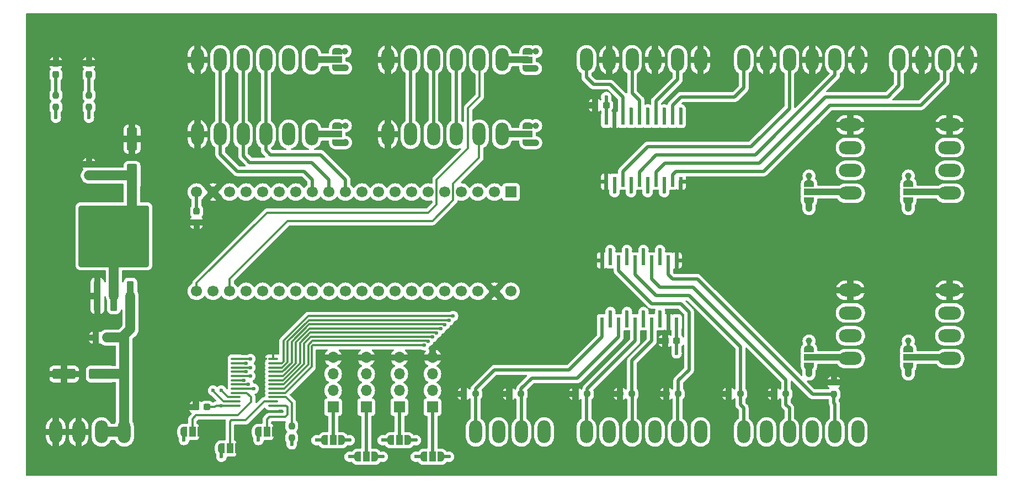
<source format=gbr>
%TF.GenerationSoftware,KiCad,Pcbnew,8.0.2*%
%TF.CreationDate,2024-06-18T22:48:14+02:00*%
%TF.ProjectId,radom-controller,7261646f-6d2d-4636-9f6e-74726f6c6c65,rev?*%
%TF.SameCoordinates,Original*%
%TF.FileFunction,Copper,L1,Top*%
%TF.FilePolarity,Positive*%
%FSLAX46Y46*%
G04 Gerber Fmt 4.6, Leading zero omitted, Abs format (unit mm)*
G04 Created by KiCad (PCBNEW 8.0.2) date 2024-06-18 22:48:14*
%MOMM*%
%LPD*%
G01*
G04 APERTURE LIST*
G04 Aperture macros list*
%AMRoundRect*
0 Rectangle with rounded corners*
0 $1 Rounding radius*
0 $2 $3 $4 $5 $6 $7 $8 $9 X,Y pos of 4 corners*
0 Add a 4 corners polygon primitive as box body*
4,1,4,$2,$3,$4,$5,$6,$7,$8,$9,$2,$3,0*
0 Add four circle primitives for the rounded corners*
1,1,$1+$1,$2,$3*
1,1,$1+$1,$4,$5*
1,1,$1+$1,$6,$7*
1,1,$1+$1,$8,$9*
0 Add four rect primitives between the rounded corners*
20,1,$1+$1,$2,$3,$4,$5,0*
20,1,$1+$1,$4,$5,$6,$7,0*
20,1,$1+$1,$6,$7,$8,$9,0*
20,1,$1+$1,$8,$9,$2,$3,0*%
%AMFreePoly0*
4,1,19,0.550000,-0.750000,0.000000,-0.750000,0.000000,-0.744911,-0.071157,-0.744911,-0.207708,-0.704816,-0.327430,-0.627875,-0.420627,-0.520320,-0.479746,-0.390866,-0.500000,-0.250000,-0.500000,0.250000,-0.479746,0.390866,-0.420627,0.520320,-0.327430,0.627875,-0.207708,0.704816,-0.071157,0.744911,0.000000,0.744911,0.000000,0.750000,0.550000,0.750000,0.550000,-0.750000,0.550000,-0.750000,
$1*%
%AMFreePoly1*
4,1,19,0.000000,0.744911,0.071157,0.744911,0.207708,0.704816,0.327430,0.627875,0.420627,0.520320,0.479746,0.390866,0.500000,0.250000,0.500000,-0.250000,0.479746,-0.390866,0.420627,-0.520320,0.327430,-0.627875,0.207708,-0.704816,0.071157,-0.744911,0.000000,-0.744911,0.000000,-0.750000,-0.550000,-0.750000,-0.550000,0.750000,0.000000,0.750000,0.000000,0.744911,0.000000,0.744911,
$1*%
G04 Aperture macros list end*
%TA.AperFunction,SMDPad,CuDef*%
%ADD10RoundRect,0.237500X-0.237500X0.287500X-0.237500X-0.287500X0.237500X-0.287500X0.237500X0.287500X0*%
%TD*%
%TA.AperFunction,SMDPad,CuDef*%
%ADD11FreePoly0,0.000000*%
%TD*%
%TA.AperFunction,SMDPad,CuDef*%
%ADD12R,1.000000X1.500000*%
%TD*%
%TA.AperFunction,SMDPad,CuDef*%
%ADD13FreePoly1,0.000000*%
%TD*%
%TA.AperFunction,ComponentPad*%
%ADD14O,2.000000X3.500000*%
%TD*%
%TA.AperFunction,SMDPad,CuDef*%
%ADD15RoundRect,0.237500X0.300000X0.237500X-0.300000X0.237500X-0.300000X-0.237500X0.300000X-0.237500X0*%
%TD*%
%TA.AperFunction,SMDPad,CuDef*%
%ADD16FreePoly0,270.000000*%
%TD*%
%TA.AperFunction,SMDPad,CuDef*%
%ADD17R,1.500000X1.000000*%
%TD*%
%TA.AperFunction,SMDPad,CuDef*%
%ADD18FreePoly1,270.000000*%
%TD*%
%TA.AperFunction,ComponentPad*%
%ADD19O,3.500000X2.000000*%
%TD*%
%TA.AperFunction,SMDPad,CuDef*%
%ADD20RoundRect,0.237500X0.237500X-0.250000X0.237500X0.250000X-0.237500X0.250000X-0.237500X-0.250000X0*%
%TD*%
%TA.AperFunction,ComponentPad*%
%ADD21R,1.700000X1.700000*%
%TD*%
%TA.AperFunction,ComponentPad*%
%ADD22C,1.700000*%
%TD*%
%TA.AperFunction,SMDPad,CuDef*%
%ADD23RoundRect,0.237500X0.250000X0.237500X-0.250000X0.237500X-0.250000X-0.237500X0.250000X-0.237500X0*%
%TD*%
%TA.AperFunction,SMDPad,CuDef*%
%ADD24R,0.600000X1.500000*%
%TD*%
%TA.AperFunction,ComponentPad*%
%ADD25O,1.700000X1.700000*%
%TD*%
%TA.AperFunction,SMDPad,CuDef*%
%ADD26RoundRect,0.237500X-0.237500X0.300000X-0.237500X-0.300000X0.237500X-0.300000X0.237500X0.300000X0*%
%TD*%
%TA.AperFunction,SMDPad,CuDef*%
%ADD27RoundRect,0.250000X0.300000X-2.050000X0.300000X2.050000X-0.300000X2.050000X-0.300000X-2.050000X0*%
%TD*%
%TA.AperFunction,SMDPad,CuDef*%
%ADD28RoundRect,0.250000X2.375000X-2.025000X2.375000X2.025000X-2.375000X2.025000X-2.375000X-2.025000X0*%
%TD*%
%TA.AperFunction,SMDPad,CuDef*%
%ADD29RoundRect,0.250002X5.149998X-4.449998X5.149998X4.449998X-5.149998X4.449998X-5.149998X-4.449998X0*%
%TD*%
%TA.AperFunction,SMDPad,CuDef*%
%ADD30RoundRect,0.250000X1.500000X0.550000X-1.500000X0.550000X-1.500000X-0.550000X1.500000X-0.550000X0*%
%TD*%
%TA.AperFunction,SMDPad,CuDef*%
%ADD31RoundRect,0.237500X0.237500X-0.300000X0.237500X0.300000X-0.237500X0.300000X-0.237500X-0.300000X0*%
%TD*%
%TA.AperFunction,SMDPad,CuDef*%
%ADD32RoundRect,0.100000X0.637500X0.100000X-0.637500X0.100000X-0.637500X-0.100000X0.637500X-0.100000X0*%
%TD*%
%TA.AperFunction,SMDPad,CuDef*%
%ADD33RoundRect,0.250000X0.550000X-1.500000X0.550000X1.500000X-0.550000X1.500000X-0.550000X-1.500000X0*%
%TD*%
%TA.AperFunction,ViaPad*%
%ADD34C,1.000000*%
%TD*%
%TA.AperFunction,ViaPad*%
%ADD35C,0.600000*%
%TD*%
%TA.AperFunction,Conductor*%
%ADD36C,0.500000*%
%TD*%
%TA.AperFunction,Conductor*%
%ADD37C,1.500000*%
%TD*%
%TA.AperFunction,Conductor*%
%ADD38C,1.000000*%
%TD*%
%TA.AperFunction,Conductor*%
%ADD39C,0.300000*%
%TD*%
G04 APERTURE END LIST*
D10*
%TO.P,D2,1,K*%
%TO.N,GND*%
X60960000Y-71656000D03*
%TO.P,D2,2,A*%
%TO.N,Net-(D2-A)*%
X60960000Y-73406000D03*
%TD*%
D11*
%TO.P,JP11,1,A*%
%TO.N,+3.3V*%
X75535000Y-128270000D03*
D12*
%TO.P,JP11,2,C*%
%TO.N,Net-(JP11-C)*%
X76835000Y-128270000D03*
D13*
%TO.P,JP11,3,B*%
%TO.N,GND*%
X78135000Y-128270000D03*
%TD*%
D14*
%TO.P,J8,1,Pin_1*%
%TO.N,Net-(J8-Pin_1)*%
X124320000Y-82550000D03*
%TO.P,J8,2,Pin_2*%
%TO.N,CS2*%
X120820000Y-82550000D03*
%TO.P,J8,3,Pin_3*%
%TO.N,SCK*%
X117320000Y-82550000D03*
%TO.P,J8,4,Pin_4*%
%TO.N,POCI*%
X113820000Y-82550000D03*
%TO.P,J8,5,Pin_5*%
%TO.N,PICO*%
X110320000Y-82550000D03*
%TO.P,J8,6,Pin_6*%
%TO.N,GND*%
X106820000Y-82550000D03*
%TD*%
%TO.P,J10,1,Pin_1*%
%TO.N,GND*%
X178930000Y-71120000D03*
%TO.P,J10,2,Pin_2*%
%TO.N,Net-(J10-Pin_2)*%
X175430000Y-71120000D03*
%TO.P,J10,3,Pin_3*%
%TO.N,GND*%
X171930000Y-71120000D03*
%TO.P,J10,4,Pin_4*%
%TO.N,Net-(J10-Pin_4)*%
X168430000Y-71120000D03*
%TO.P,J10,5,Pin_5*%
%TO.N,GND*%
X164930000Y-71120000D03*
%TO.P,J10,6,Pin_6*%
%TO.N,Net-(J10-Pin_6)*%
X161430000Y-71120000D03*
%TD*%
%TO.P,J3,1,Pin_1*%
%TO.N,Net-(J3-Pin_1)*%
X137300000Y-128270000D03*
%TO.P,J3,2,Pin_2*%
%TO.N,+5V*%
X140800000Y-128270000D03*
%TO.P,J3,3,Pin_3*%
%TO.N,Net-(J3-Pin_3)*%
X144300000Y-128270000D03*
%TO.P,J3,4,Pin_4*%
%TO.N,+5V*%
X147800000Y-128270000D03*
%TO.P,J3,5,Pin_5*%
%TO.N,Net-(J3-Pin_5)*%
X151300000Y-128270000D03*
%TO.P,J3,6,Pin_6*%
%TO.N,+5V*%
X154800000Y-128270000D03*
%TD*%
D15*
%TO.P,C7,1*%
%TO.N,+5V*%
X140335000Y-78105000D03*
%TO.P,C7,2*%
%TO.N,GND*%
X138610000Y-78105000D03*
%TD*%
D16*
%TO.P,JP7,1,A*%
%TO.N,+5V*%
X186690000Y-115540000D03*
D17*
%TO.P,JP7,2,C*%
%TO.N,Net-(J14-Pin_1)*%
X186690000Y-116840000D03*
D18*
%TO.P,JP7,3,B*%
%TO.N,+3.3V*%
X186690000Y-118140000D03*
%TD*%
D14*
%TO.P,J4,1,Pin_1*%
%TO.N,Net-(J4-Pin_1)*%
X120310000Y-128270000D03*
%TO.P,J4,2,Pin_2*%
%TO.N,+5V*%
X123810000Y-128270000D03*
%TO.P,J4,3,Pin_3*%
%TO.N,Net-(J4-Pin_3)*%
X127310000Y-128270000D03*
%TO.P,J4,4,Pin_4*%
%TO.N,+5V*%
X130810000Y-128270000D03*
%TD*%
%TO.P,J2,1,Pin_1*%
%TO.N,Net-(J2-Pin_1)*%
X161430000Y-128270000D03*
%TO.P,J2,2,Pin_2*%
%TO.N,+5V*%
X164930000Y-128270000D03*
%TO.P,J2,3,Pin_3*%
%TO.N,Net-(J2-Pin_3)*%
X168430000Y-128270000D03*
%TO.P,J2,4,Pin_4*%
%TO.N,+5V*%
X171930000Y-128270000D03*
%TO.P,J2,5,Pin_5*%
%TO.N,Net-(J2-Pin_5)*%
X175430000Y-128270000D03*
%TO.P,J2,6,Pin_6*%
%TO.N,+5V*%
X178930000Y-128270000D03*
%TD*%
D16*
%TO.P,JP2,1,A*%
%TO.N,+5V*%
X128270000Y-69850000D03*
D17*
%TO.P,JP2,2,C*%
%TO.N,Net-(J6-Pin_1)*%
X128270000Y-71150000D03*
D18*
%TO.P,JP2,3,B*%
%TO.N,+3.3V*%
X128270000Y-72450000D03*
%TD*%
D15*
%TO.P,C1,1*%
%TO.N,+5V*%
X151130000Y-114300000D03*
%TO.P,C1,2*%
%TO.N,GND*%
X149405000Y-114300000D03*
%TD*%
D19*
%TO.P,J12,1,Pin_1*%
%TO.N,Net-(J12-Pin_1)*%
X177800000Y-117010000D03*
%TO.P,J12,2,Pin_2*%
%TO.N,OUT-SD0*%
X177800000Y-113510000D03*
%TO.P,J12,3,Pin_3*%
%TO.N,OUT-SC0*%
X177800000Y-110010000D03*
%TO.P,J12,4,Pin_4*%
%TO.N,GND*%
X177800000Y-106510000D03*
%TD*%
D16*
%TO.P,JP5,1,A*%
%TO.N,+5V*%
X171450000Y-115540000D03*
D17*
%TO.P,JP5,2,C*%
%TO.N,Net-(J12-Pin_1)*%
X171450000Y-116840000D03*
D18*
%TO.P,JP5,3,B*%
%TO.N,+3.3V*%
X171450000Y-118140000D03*
%TD*%
D16*
%TO.P,JP3,1,A*%
%TO.N,+5V*%
X99060000Y-81250000D03*
D17*
%TO.P,JP3,2,C*%
%TO.N,Net-(J7-Pin_1)*%
X99060000Y-82550000D03*
D18*
%TO.P,JP3,3,B*%
%TO.N,+3.3V*%
X99060000Y-83850000D03*
%TD*%
D20*
%TO.P,R11,1*%
%TO.N,+3.3V*%
X92075000Y-129182500D03*
%TO.P,R11,2*%
%TO.N,Net-(U5-~{RESET})*%
X92075000Y-127357500D03*
%TD*%
D21*
%TO.P,U3,1,VBAT*%
%TO.N,unconnected-(U3-VBAT-Pad1)*%
X125730000Y-91440000D03*
D22*
%TO.P,U3,2,PC13*%
%TO.N,AUX-IN3*%
X123190000Y-91440000D03*
%TO.P,U3,3,PC14*%
%TO.N,AUX-IN4*%
X120650000Y-91440000D03*
%TO.P,U3,4,PC15*%
%TO.N,AUX-IN5*%
X118110000Y-91440000D03*
%TO.P,U3,5,NRST*%
%TO.N,unconnected-(U3-NRST-Pad5)*%
X115570000Y-91440000D03*
%TO.P,U3,6,PA0*%
%TO.N,AUX-IN6*%
X113030000Y-91440000D03*
%TO.P,U3,7,PA1*%
%TO.N,SW1-AZ*%
X110490000Y-91440000D03*
%TO.P,U3,8,PA2*%
%TO.N,SW2-AZ*%
X107950000Y-91440000D03*
%TO.P,U3,9,PA3*%
%TO.N,AUX-IN1*%
X105410000Y-91440000D03*
%TO.P,U3,10,PA4*%
%TO.N,AUX-IN2*%
X102870000Y-91440000D03*
%TO.P,U3,11,PA5*%
%TO.N,SCK*%
X100330000Y-91440000D03*
%TO.P,U3,12,PA6*%
%TO.N,POCI*%
X97790000Y-91440000D03*
%TO.P,U3,13,PA7*%
%TO.N,PICO*%
X95250000Y-91440000D03*
%TO.P,U3,14,PB0*%
%TO.N,unconnected-(U3-PB0-Pad14)*%
X92710000Y-91440000D03*
%TO.P,U3,15,PB1*%
%TO.N,unconnected-(U3-PB1-Pad15)*%
X90170000Y-91440000D03*
%TO.P,U3,16,PB2*%
%TO.N,unconnected-(U3-PB2-Pad16)*%
X87630000Y-91440000D03*
%TO.P,U3,17,PB10*%
%TO.N,unconnected-(U3-PB10-Pad17)*%
X85090000Y-91440000D03*
%TO.P,U3,18,3V3*%
%TO.N,unconnected-(U3-3V3-Pad18)*%
X82550000Y-91440000D03*
%TO.P,U3,19,GND*%
%TO.N,GND*%
X80010000Y-91440000D03*
%TO.P,U3,20,5V*%
%TO.N,+5V*%
X77470000Y-91440000D03*
%TO.P,U3,21,PB12*%
%TO.N,CS0*%
X77470000Y-106680000D03*
%TO.P,U3,22,PB13*%
%TO.N,CS1*%
X80010000Y-106680000D03*
%TO.P,U3,23,PB14*%
%TO.N,CS2*%
X82550000Y-106680000D03*
%TO.P,U3,24,PB15*%
%TO.N,CS3*%
X85090000Y-106680000D03*
%TO.P,U3,25,PA8*%
%TO.N,DIR-EL*%
X87630000Y-106680000D03*
%TO.P,U3,26,PA9*%
%TO.N,STEP-EL*%
X90170000Y-106680000D03*
%TO.P,U3,27,PA10*%
%TO.N,AUX-OUT1*%
X92710000Y-106680000D03*
%TO.P,U3,28,PA11*%
%TO.N,AUX-OUT2*%
X95250000Y-106680000D03*
%TO.P,U3,29,PA12*%
%TO.N,EN-AZ*%
X97790000Y-106680000D03*
%TO.P,U3,30,PA15*%
%TO.N,DIR-AZ*%
X100330000Y-106680000D03*
%TO.P,U3,31,PB3*%
%TO.N,STEP-AZ*%
X102870000Y-106680000D03*
%TO.P,U3,32,PB4*%
%TO.N,EN-EL*%
X105410000Y-106680000D03*
%TO.P,U3,33,PB5*%
%TO.N,unconnected-(U3-PB5-Pad33)*%
X107950000Y-106680000D03*
%TO.P,U3,34,PB6*%
%TO.N,SCL*%
X110490000Y-106680000D03*
%TO.P,U3,35,PB7*%
%TO.N,SDA*%
X113030000Y-106680000D03*
%TO.P,U3,36,PB8*%
%TO.N,unconnected-(U3-PB8-Pad36)*%
X115570000Y-106680000D03*
%TO.P,U3,37,PB9*%
%TO.N,unconnected-(U3-PB9-Pad37)*%
X118110000Y-106680000D03*
%TO.P,U3,38,5V*%
%TO.N,+5V*%
X120650000Y-106680000D03*
%TO.P,U3,39,GND*%
%TO.N,GND*%
X123190000Y-106680000D03*
%TO.P,U3,40,3V3*%
%TO.N,unconnected-(U3-3V3-Pad40)*%
X125730000Y-106680000D03*
%TD*%
D14*
%TO.P,J9,1,Pin_1*%
%TO.N,GND*%
X154800000Y-71120000D03*
%TO.P,J9,2,Pin_2*%
%TO.N,Net-(J9-Pin_2)*%
X151300000Y-71120000D03*
%TO.P,J9,3,Pin_3*%
%TO.N,GND*%
X147800000Y-71120000D03*
%TO.P,J9,4,Pin_4*%
%TO.N,Net-(J9-Pin_4)*%
X144300000Y-71120000D03*
%TO.P,J9,5,Pin_5*%
%TO.N,GND*%
X140800000Y-71120000D03*
%TO.P,J9,6,Pin_6*%
%TO.N,Net-(J9-Pin_6)*%
X137300000Y-71120000D03*
%TD*%
D23*
%TO.P,R10,1*%
%TO.N,Net-(J4-Pin_1)*%
X120292500Y-122428000D03*
%TO.P,R10,2*%
%TO.N,GND*%
X118467500Y-122428000D03*
%TD*%
%TO.P,R4,1*%
%TO.N,Net-(J2-Pin_1)*%
X160932500Y-122428000D03*
%TO.P,R4,2*%
%TO.N,GND*%
X159107500Y-122428000D03*
%TD*%
%TO.P,R7,1*%
%TO.N,Net-(J3-Pin_1)*%
X137437500Y-122428000D03*
%TO.P,R7,2*%
%TO.N,GND*%
X135612500Y-122428000D03*
%TD*%
D16*
%TO.P,JP12,1,A*%
%TO.N,+5V*%
X186690000Y-90140000D03*
D17*
%TO.P,JP12,2,C*%
%TO.N,Net-(J16-Pin_1)*%
X186690000Y-91440000D03*
D18*
%TO.P,JP12,3,B*%
%TO.N,+3.3V*%
X186690000Y-92740000D03*
%TD*%
D20*
%TO.P,R2,1*%
%TO.N,Net-(J2-Pin_5)*%
X175260000Y-122475000D03*
%TO.P,R2,2*%
%TO.N,GND*%
X175260000Y-120650000D03*
%TD*%
D15*
%TO.P,C8,1*%
%TO.N,+3.3V*%
X79094500Y-124460000D03*
%TO.P,C8,2*%
%TO.N,GND*%
X77369500Y-124460000D03*
%TD*%
D24*
%TO.P,U1,1,1OE*%
%TO.N,GND*%
X151130000Y-101930000D03*
%TO.P,U1,2,1A0*%
%TO.N,Net-(J2-Pin_5)*%
X149860000Y-101930000D03*
%TO.P,U1,3,2Y0*%
%TO.N,AUX-IN3*%
X148590000Y-101930000D03*
%TO.P,U1,4,1A1*%
%TO.N,Net-(J2-Pin_3)*%
X147320000Y-101930000D03*
%TO.P,U1,5,2Y1*%
%TO.N,AUX-IN4*%
X146050000Y-101930000D03*
%TO.P,U1,6,1A2*%
%TO.N,Net-(J2-Pin_1)*%
X144780000Y-101930000D03*
%TO.P,U1,7,2Y2*%
%TO.N,AUX-IN5*%
X143510000Y-101930000D03*
%TO.P,U1,8,1A3*%
%TO.N,Net-(J3-Pin_5)*%
X142240000Y-101930000D03*
%TO.P,U1,9,2Y3*%
%TO.N,AUX-IN6*%
X140970000Y-101930000D03*
%TO.P,U1,10,GND*%
%TO.N,GND*%
X139700000Y-101930000D03*
%TO.P,U1,11,2A3*%
%TO.N,Net-(J4-Pin_1)*%
X139700000Y-111430000D03*
%TO.P,U1,12,1Y3*%
%TO.N,AUX-IN2*%
X140970000Y-111430000D03*
%TO.P,U1,13,2A2*%
%TO.N,Net-(J4-Pin_3)*%
X142240000Y-111430000D03*
%TO.P,U1,14,1Y2*%
%TO.N,AUX-IN1*%
X143510000Y-111430000D03*
%TO.P,U1,15,2A1*%
%TO.N,Net-(J3-Pin_1)*%
X144780000Y-111430000D03*
%TO.P,U1,16,1Y1*%
%TO.N,SW2-AZ*%
X146050000Y-111430000D03*
%TO.P,U1,17,2A0*%
%TO.N,Net-(J3-Pin_3)*%
X147320000Y-111430000D03*
%TO.P,U1,18,1Y0*%
%TO.N,SW1-AZ*%
X148590000Y-111430000D03*
%TO.P,U1,19,2OE*%
%TO.N,GND*%
X149860000Y-111430000D03*
%TO.P,U1,20,VCC*%
%TO.N,+5V*%
X151130000Y-111430000D03*
%TD*%
D20*
%TO.P,R1,1*%
%TO.N,+5V*%
X55880000Y-78382500D03*
%TO.P,R1,2*%
%TO.N,Net-(D1-A)*%
X55880000Y-76557500D03*
%TD*%
D19*
%TO.P,J16,1,Pin_1*%
%TO.N,Net-(J16-Pin_1)*%
X193040000Y-91610000D03*
%TO.P,J16,2,Pin_2*%
%TO.N,OUT-SD2*%
X193040000Y-88110000D03*
%TO.P,J16,3,Pin_3*%
%TO.N,OUT-SC2*%
X193040000Y-84610000D03*
%TO.P,J16,4,Pin_4*%
%TO.N,GND*%
X193040000Y-81110000D03*
%TD*%
D16*
%TO.P,JP14,1,A*%
%TO.N,+5V*%
X171450000Y-90140000D03*
D17*
%TO.P,JP14,2,C*%
%TO.N,Net-(J18-Pin_1)*%
X171450000Y-91440000D03*
D18*
%TO.P,JP14,3,B*%
%TO.N,+3.3V*%
X171450000Y-92740000D03*
%TD*%
D11*
%TO.P,JP6,1,A*%
%TO.N,+5V*%
X112365000Y-132080000D03*
D12*
%TO.P,JP6,2,C*%
%TO.N,Net-(J13-Pin_1)*%
X113665000Y-132080000D03*
D13*
%TO.P,JP6,3,B*%
%TO.N,+3.3V*%
X114965000Y-132080000D03*
%TD*%
D14*
%TO.P,J6,1,Pin_1*%
%TO.N,Net-(J6-Pin_1)*%
X124320000Y-71120000D03*
%TO.P,J6,2,Pin_2*%
%TO.N,CS0*%
X120820000Y-71120000D03*
%TO.P,J6,3,Pin_3*%
%TO.N,SCK*%
X117320000Y-71120000D03*
%TO.P,J6,4,Pin_4*%
%TO.N,POCI*%
X113820000Y-71120000D03*
%TO.P,J6,5,Pin_5*%
%TO.N,PICO*%
X110320000Y-71120000D03*
%TO.P,J6,6,Pin_6*%
%TO.N,GND*%
X106820000Y-71120000D03*
%TD*%
D21*
%TO.P,J13,1,Pin_1*%
%TO.N,Net-(J13-Pin_1)*%
X113665000Y-124460000D03*
D25*
%TO.P,J13,2,Pin_2*%
%TO.N,OUT-SC4*%
X113665000Y-121920000D03*
%TO.P,J13,3,Pin_3*%
%TO.N,OUT-SD4*%
X113665000Y-119380000D03*
%TO.P,J13,4,Pin_4*%
%TO.N,GND*%
X113665000Y-116840000D03*
%TD*%
D11*
%TO.P,JP15,1,A*%
%TO.N,+5V*%
X97125000Y-129540000D03*
D12*
%TO.P,JP15,2,C*%
%TO.N,Net-(J19-Pin_1)*%
X98425000Y-129540000D03*
D13*
%TO.P,JP15,3,B*%
%TO.N,+3.3V*%
X99725000Y-129540000D03*
%TD*%
D14*
%TO.P,J5,1,Pin_1*%
%TO.N,Net-(J5-Pin_1)*%
X95110000Y-71120000D03*
%TO.P,J5,2,Pin_2*%
%TO.N,CS1*%
X91610000Y-71120000D03*
%TO.P,J5,3,Pin_3*%
%TO.N,SCK*%
X88110000Y-71120000D03*
%TO.P,J5,4,Pin_4*%
%TO.N,POCI*%
X84610000Y-71120000D03*
%TO.P,J5,5,Pin_5*%
%TO.N,PICO*%
X81110000Y-71120000D03*
%TO.P,J5,6,Pin_6*%
%TO.N,GND*%
X77610000Y-71120000D03*
%TD*%
D23*
%TO.P,R3,1*%
%TO.N,Net-(J2-Pin_3)*%
X167917500Y-122428000D03*
%TO.P,R3,2*%
%TO.N,GND*%
X166092500Y-122428000D03*
%TD*%
D11*
%TO.P,JP10,1,A*%
%TO.N,+3.3V*%
X81280000Y-130810000D03*
D12*
%TO.P,JP10,2,C*%
%TO.N,Net-(JP10-C)*%
X82580000Y-130810000D03*
D13*
%TO.P,JP10,3,B*%
%TO.N,GND*%
X83880000Y-130810000D03*
%TD*%
D11*
%TO.P,JP9,1,A*%
%TO.N,+3.3V*%
X86965000Y-128270000D03*
D12*
%TO.P,JP9,2,C*%
%TO.N,Net-(JP9-C)*%
X88265000Y-128270000D03*
D13*
%TO.P,JP9,3,B*%
%TO.N,GND*%
X89565000Y-128270000D03*
%TD*%
D19*
%TO.P,J14,1,Pin_1*%
%TO.N,Net-(J14-Pin_1)*%
X193040000Y-117010000D03*
%TO.P,J14,2,Pin_2*%
%TO.N,OUT-SD1*%
X193040000Y-113510000D03*
%TO.P,J14,3,Pin_3*%
%TO.N,OUT-SC1*%
X193040000Y-110010000D03*
%TO.P,J14,4,Pin_4*%
%TO.N,GND*%
X193040000Y-106510000D03*
%TD*%
D21*
%TO.P,J17,1,Pin_1*%
%TO.N,Net-(J17-Pin_1)*%
X103505000Y-124460000D03*
D25*
%TO.P,J17,2,Pin_2*%
%TO.N,OUT-SC6*%
X103505000Y-121920000D03*
%TO.P,J17,3,Pin_3*%
%TO.N,OUT-SD6*%
X103505000Y-119380000D03*
%TO.P,J17,4,Pin_4*%
%TO.N,GND*%
X103505000Y-116840000D03*
%TD*%
D16*
%TO.P,JP1,1,A*%
%TO.N,+5V*%
X99060000Y-69790000D03*
D17*
%TO.P,JP1,2,C*%
%TO.N,Net-(J5-Pin_1)*%
X99060000Y-71090000D03*
D18*
%TO.P,JP1,3,B*%
%TO.N,+3.3V*%
X99060000Y-72390000D03*
%TD*%
D26*
%TO.P,C6,1*%
%TO.N,+5V*%
X77470000Y-94387500D03*
%TO.P,C6,2*%
%TO.N,GND*%
X77470000Y-96112500D03*
%TD*%
D19*
%TO.P,J18,1,Pin_1*%
%TO.N,Net-(J18-Pin_1)*%
X177800000Y-91610000D03*
%TO.P,J18,2,Pin_2*%
%TO.N,OUT-SD3*%
X177800000Y-88110000D03*
%TO.P,J18,3,Pin_3*%
%TO.N,OUT-SC3*%
X177800000Y-84610000D03*
%TO.P,J18,4,Pin_4*%
%TO.N,GND*%
X177800000Y-81110000D03*
%TD*%
D27*
%TO.P,U2,1,GND*%
%TO.N,GND*%
X62249000Y-107375000D03*
%TO.P,U2,2,VO*%
%TO.N,+3.3V*%
X64789000Y-107375000D03*
D28*
X62014000Y-100650000D03*
X67564000Y-100650000D03*
D29*
X64789000Y-98225000D03*
D28*
X62014000Y-95800000D03*
X67564000Y-95800000D03*
D27*
%TO.P,U2,3,VI*%
%TO.N,+5V*%
X67329000Y-107375000D03*
%TD*%
D11*
%TO.P,JP13,1,A*%
%TO.N,+5V*%
X102205000Y-132080000D03*
D12*
%TO.P,JP13,2,C*%
%TO.N,Net-(J17-Pin_1)*%
X103505000Y-132080000D03*
D13*
%TO.P,JP13,3,B*%
%TO.N,+3.3V*%
X104805000Y-132080000D03*
%TD*%
D10*
%TO.P,D1,1,K*%
%TO.N,GND*%
X55880000Y-71656000D03*
%TO.P,D1,2,A*%
%TO.N,Net-(D1-A)*%
X55880000Y-73406000D03*
%TD*%
D21*
%TO.P,J15,1,Pin_1*%
%TO.N,Net-(J15-Pin_1)*%
X108585000Y-124460000D03*
D25*
%TO.P,J15,2,Pin_2*%
%TO.N,OUT-SC5*%
X108585000Y-121920000D03*
%TO.P,J15,3,Pin_3*%
%TO.N,OUT-SD5*%
X108585000Y-119380000D03*
%TO.P,J15,4,Pin_4*%
%TO.N,GND*%
X108585000Y-116840000D03*
%TD*%
D23*
%TO.P,R9,1*%
%TO.N,Net-(J4-Pin_3)*%
X127277500Y-122428000D03*
%TO.P,R9,2*%
%TO.N,GND*%
X125452500Y-122428000D03*
%TD*%
D14*
%TO.P,J11,1,Pin_1*%
%TO.N,GND*%
X195750000Y-71120000D03*
%TO.P,J11,2,Pin_2*%
%TO.N,Net-(J11-Pin_2)*%
X192250000Y-71120000D03*
%TO.P,J11,3,Pin_3*%
%TO.N,GND*%
X188750000Y-71120000D03*
%TO.P,J11,4,Pin_4*%
%TO.N,Net-(J11-Pin_4)*%
X185250000Y-71120000D03*
%TD*%
D23*
%TO.P,R5,1*%
%TO.N,Net-(J3-Pin_5)*%
X151384000Y-122428000D03*
%TO.P,R5,2*%
%TO.N,GND*%
X149559000Y-122428000D03*
%TD*%
D15*
%TO.P,C3,1*%
%TO.N,+5V*%
X63701000Y-113792000D03*
%TO.P,C3,2*%
%TO.N,GND*%
X61976000Y-113792000D03*
%TD*%
D14*
%TO.P,J1,1,Pin_1*%
%TO.N,GND*%
X55880000Y-128270000D03*
%TO.P,J1,2,Pin_2*%
X59380000Y-128270000D03*
%TO.P,J1,3,Pin_3*%
%TO.N,+5V*%
X62880000Y-128270000D03*
%TO.P,J1,4,Pin_4*%
X66380000Y-128270000D03*
%TD*%
%TO.P,J7,1,Pin_1*%
%TO.N,Net-(J7-Pin_1)*%
X95110000Y-82550000D03*
%TO.P,J7,2,Pin_2*%
%TO.N,CS3*%
X91610000Y-82550000D03*
%TO.P,J7,3,Pin_3*%
%TO.N,SCK*%
X88110000Y-82550000D03*
%TO.P,J7,4,Pin_4*%
%TO.N,POCI*%
X84610000Y-82550000D03*
%TO.P,J7,5,Pin_5*%
%TO.N,PICO*%
X81110000Y-82550000D03*
%TO.P,J7,6,Pin_6*%
%TO.N,GND*%
X77610000Y-82550000D03*
%TD*%
D21*
%TO.P,J19,1,Pin_1*%
%TO.N,Net-(J19-Pin_1)*%
X98425000Y-124460000D03*
D25*
%TO.P,J19,2,Pin_2*%
%TO.N,OUT-SC7*%
X98425000Y-121920000D03*
%TO.P,J19,3,Pin_3*%
%TO.N,OUT-SD7*%
X98425000Y-119380000D03*
%TO.P,J19,4,Pin_4*%
%TO.N,GND*%
X98425000Y-116840000D03*
%TD*%
D24*
%TO.P,U4,1,1OE*%
%TO.N,GND*%
X140335000Y-89840000D03*
%TO.P,U4,2,1A0*%
%TO.N,EN-AZ*%
X141605000Y-89840000D03*
%TO.P,U4,3,2Y0*%
%TO.N,Net-(J10-Pin_4)*%
X142875000Y-89840000D03*
%TO.P,U4,4,1A1*%
%TO.N,DIR-AZ*%
X144145000Y-89840000D03*
%TO.P,U4,5,2Y1*%
%TO.N,Net-(J10-Pin_2)*%
X145415000Y-89840000D03*
%TO.P,U4,6,1A2*%
%TO.N,STEP-AZ*%
X146685000Y-89840000D03*
%TO.P,U4,7,2Y2*%
%TO.N,Net-(J11-Pin_4)*%
X147955000Y-89840000D03*
%TO.P,U4,8,1A3*%
%TO.N,EN-EL*%
X149225000Y-89840000D03*
%TO.P,U4,9,2Y3*%
%TO.N,Net-(J11-Pin_2)*%
X150495000Y-89840000D03*
%TO.P,U4,10,GND*%
%TO.N,GND*%
X151765000Y-89840000D03*
%TO.P,U4,11,2A3*%
%TO.N,AUX-OUT2*%
X151765000Y-80340000D03*
%TO.P,U4,12,1Y3*%
%TO.N,Net-(J10-Pin_6)*%
X150495000Y-80340000D03*
%TO.P,U4,13,2A2*%
%TO.N,AUX-OUT1*%
X149225000Y-80340000D03*
%TO.P,U4,14,1Y2*%
%TO.N,Net-(J9-Pin_2)*%
X147955000Y-80340000D03*
%TO.P,U4,15,2A1*%
%TO.N,STEP-EL*%
X146685000Y-80340000D03*
%TO.P,U4,16,1Y1*%
%TO.N,Net-(J9-Pin_4)*%
X145415000Y-80340000D03*
%TO.P,U4,17,2A0*%
%TO.N,DIR-EL*%
X144145000Y-80340000D03*
%TO.P,U4,18,1Y0*%
%TO.N,Net-(J9-Pin_6)*%
X142875000Y-80340000D03*
%TO.P,U4,19,2OE*%
%TO.N,GND*%
X141605000Y-80340000D03*
%TO.P,U4,20,VCC*%
%TO.N,+5V*%
X140335000Y-80340000D03*
%TD*%
D16*
%TO.P,JP4,1,A*%
%TO.N,+5V*%
X128270000Y-81250000D03*
D17*
%TO.P,JP4,2,C*%
%TO.N,Net-(J8-Pin_1)*%
X128270000Y-82550000D03*
D18*
%TO.P,JP4,3,B*%
%TO.N,+3.3V*%
X128270000Y-83850000D03*
%TD*%
D20*
%TO.P,R8,1*%
%TO.N,+3.3V*%
X60960000Y-78382500D03*
%TO.P,R8,2*%
%TO.N,Net-(D2-A)*%
X60960000Y-76557500D03*
%TD*%
D30*
%TO.P,C2,1*%
%TO.N,+5V*%
X62744000Y-119380000D03*
%TO.P,C2,2*%
%TO.N,GND*%
X57144000Y-119380000D03*
%TD*%
D11*
%TO.P,JP8,1,A*%
%TO.N,+5V*%
X107285000Y-129540000D03*
D12*
%TO.P,JP8,2,C*%
%TO.N,Net-(J15-Pin_1)*%
X108585000Y-129540000D03*
D13*
%TO.P,JP8,3,B*%
%TO.N,+3.3V*%
X109885000Y-129540000D03*
%TD*%
D31*
%TO.P,C4,1*%
%TO.N,+3.3V*%
X60960000Y-88900000D03*
%TO.P,C4,2*%
%TO.N,GND*%
X60960000Y-87175000D03*
%TD*%
D32*
%TO.P,U5,1,A0*%
%TO.N,Net-(JP9-C)*%
X89222500Y-124225000D03*
%TO.P,U5,2,A1*%
%TO.N,Net-(JP10-C)*%
X89222500Y-123575000D03*
%TO.P,U5,3,~{RESET}*%
%TO.N,Net-(U5-~{RESET})*%
X89222500Y-122925000D03*
%TO.P,U5,4,SD0*%
%TO.N,OUT-SD0*%
X89222500Y-122275000D03*
%TO.P,U5,5,SC0*%
%TO.N,OUT-SC0*%
X89222500Y-121625000D03*
%TO.P,U5,6,SD1*%
%TO.N,OUT-SD1*%
X89222500Y-120975000D03*
%TO.P,U5,7,SC1*%
%TO.N,OUT-SC1*%
X89222500Y-120325000D03*
%TO.P,U5,8,SD2*%
%TO.N,OUT-SD2*%
X89222500Y-119675000D03*
%TO.P,U5,9,SC2*%
%TO.N,OUT-SC2*%
X89222500Y-119025000D03*
%TO.P,U5,10,SD3*%
%TO.N,OUT-SD3*%
X89222500Y-118375000D03*
%TO.P,U5,11,SC3*%
%TO.N,OUT-SC3*%
X89222500Y-117725000D03*
%TO.P,U5,12,GND*%
%TO.N,GND*%
X89222500Y-117075000D03*
%TO.P,U5,13,SD4*%
%TO.N,OUT-SD4*%
X83497500Y-117075000D03*
%TO.P,U5,14,SC4*%
%TO.N,OUT-SC4*%
X83497500Y-117725000D03*
%TO.P,U5,15,SD5*%
%TO.N,OUT-SD5*%
X83497500Y-118375000D03*
%TO.P,U5,16,SC5*%
%TO.N,OUT-SC5*%
X83497500Y-119025000D03*
%TO.P,U5,17,SD6*%
%TO.N,OUT-SD6*%
X83497500Y-119675000D03*
%TO.P,U5,18,SC6*%
%TO.N,OUT-SC6*%
X83497500Y-120325000D03*
%TO.P,U5,19,SD7*%
%TO.N,OUT-SD7*%
X83497500Y-120975000D03*
%TO.P,U5,20,SC7*%
%TO.N,OUT-SC7*%
X83497500Y-121625000D03*
%TO.P,U5,21,A2*%
%TO.N,Net-(JP11-C)*%
X83497500Y-122275000D03*
%TO.P,U5,22,SCL*%
%TO.N,SCL*%
X83497500Y-122925000D03*
%TO.P,U5,23,SDA*%
%TO.N,SDA*%
X83497500Y-123575000D03*
%TO.P,U5,24,VCC*%
%TO.N,+3.3V*%
X83497500Y-124225000D03*
%TD*%
D23*
%TO.P,R6,1*%
%TO.N,Net-(J3-Pin_3)*%
X144272000Y-122428000D03*
%TO.P,R6,2*%
%TO.N,GND*%
X142447000Y-122428000D03*
%TD*%
D33*
%TO.P,C5,1*%
%TO.N,+3.3V*%
X67564000Y-88900000D03*
%TO.P,C5,2*%
%TO.N,GND*%
X67564000Y-83300000D03*
%TD*%
D34*
%TO.N,+5V*%
X100270000Y-69790000D03*
X186690000Y-88960000D03*
D35*
X151130000Y-116205000D03*
D34*
X129510000Y-81250000D03*
X186690000Y-114300000D03*
D35*
X95885000Y-129540000D03*
D34*
X129540000Y-69850000D03*
D35*
X111125000Y-132080000D03*
X100965000Y-132080000D03*
X106045000Y-129540000D03*
D34*
X100300000Y-81250000D03*
X171450000Y-114300000D03*
X171450000Y-88960000D03*
D35*
X55880000Y-80010000D03*
X140335000Y-76835000D03*
D34*
%TO.N,+3.3V*%
X129480000Y-72450000D03*
X64135000Y-88900000D03*
D35*
X111125000Y-129540000D03*
X81280000Y-132080000D03*
X116205000Y-132080000D03*
D34*
X67564000Y-92075000D03*
X171450000Y-119380000D03*
X186690000Y-119380000D03*
X171450000Y-93980000D03*
X100330000Y-83820000D03*
X65405000Y-88900000D03*
D35*
X81280000Y-124225000D03*
D34*
X186690000Y-93980000D03*
D35*
X75535000Y-129510000D03*
X92075000Y-130175000D03*
D34*
X100330000Y-72390000D03*
D35*
X100965000Y-129540000D03*
X106045000Y-132080000D03*
X60960000Y-80010000D03*
D34*
X171450000Y-119380000D03*
X67564000Y-90805000D03*
D35*
X86965000Y-129510000D03*
D34*
X62865000Y-88900000D03*
X129510000Y-83850000D03*
D35*
%TO.N,OUT-SD0*%
X112395000Y-114950000D03*
%TO.N,OUT-SC0*%
X113030000Y-114315000D03*
%TO.N,OUT-SC4*%
X85090000Y-117725000D03*
%TO.N,OUT-SD4*%
X85725000Y-117075000D03*
%TO.N,OUT-SC1*%
X114300000Y-113045000D03*
%TO.N,OUT-SD1*%
X113665000Y-113680000D03*
%TO.N,OUT-SC5*%
X85090000Y-119025000D03*
%TO.N,OUT-SD5*%
X85725000Y-118375000D03*
%TO.N,OUT-SC2*%
X115555000Y-111775000D03*
%TO.N,OUT-SD2*%
X114935000Y-112410000D03*
%TO.N,OUT-SC6*%
X84765000Y-120325000D03*
%TO.N,OUT-SD6*%
X85725000Y-119675000D03*
%TO.N,OUT-SC3*%
X116840000Y-110475000D03*
%TO.N,OUT-SD3*%
X116205000Y-111125000D03*
%TO.N,OUT-SC7*%
X86227984Y-121625000D03*
%TO.N,OUT-SD7*%
X85415000Y-120975000D03*
%TO.N,AUX-IN3*%
X148590000Y-100330000D03*
%TO.N,AUX-IN1*%
X143510000Y-109855000D03*
%TO.N,AUX-IN6*%
X140970000Y-100330000D03*
%TO.N,AUX-IN2*%
X140970000Y-109855000D03*
%TO.N,AUX-IN4*%
X146050000Y-100330000D03*
%TO.N,SW1-AZ*%
X148590000Y-109855000D03*
%TO.N,SW2-AZ*%
X146050000Y-109855000D03*
%TO.N,AUX-IN5*%
X143510000Y-100330000D03*
%TO.N,EN-AZ*%
X141605000Y-91440000D03*
%TO.N,EN-EL*%
X149225000Y-91440000D03*
%TO.N,AUX-OUT1*%
X149225000Y-78740000D03*
%TO.N,DIR-AZ*%
X144145000Y-91440000D03*
%TO.N,SCL*%
X81280000Y-121920000D03*
%TO.N,SDA*%
X80010000Y-121920000D03*
%TO.N,STEP-AZ*%
X146685000Y-91440000D03*
%TO.N,STEP-EL*%
X146685000Y-78740000D03*
%TO.N,DIR-EL*%
X144145000Y-78740000D03*
%TO.N,AUX-OUT2*%
X151765000Y-78740000D03*
%TD*%
D36*
%TO.N,+5V*%
X171450000Y-115540000D02*
X171450000Y-114300000D01*
X107285000Y-129540000D02*
X106045000Y-129540000D01*
X99060000Y-69790000D02*
X100270000Y-69790000D01*
X151130000Y-111430000D02*
X151130000Y-114300000D01*
X102205000Y-132080000D02*
X100965000Y-132080000D01*
X99060000Y-81250000D02*
X100300000Y-81250000D01*
D37*
X66380000Y-119380000D02*
X66380000Y-113452000D01*
D36*
X128270000Y-69850000D02*
X129540000Y-69850000D01*
X112365000Y-132080000D02*
X111125000Y-132080000D01*
D37*
X67329000Y-112503000D02*
X67329000Y-107375000D01*
D36*
X186690000Y-115540000D02*
X186690000Y-114300000D01*
D37*
X63701000Y-113792000D02*
X66040000Y-113792000D01*
D36*
X140335000Y-80340000D02*
X140335000Y-78105000D01*
X171450000Y-90140000D02*
X171450000Y-88960000D01*
X55880000Y-78382500D02*
X55880000Y-80010000D01*
X97125000Y-129540000D02*
X95885000Y-129540000D01*
X151130000Y-114300000D02*
X151130000Y-116205000D01*
D37*
X66380000Y-128270000D02*
X62880000Y-128270000D01*
X66380000Y-128270000D02*
X66380000Y-119380000D01*
D36*
X140335000Y-78105000D02*
X140335000Y-76835000D01*
D37*
X66380000Y-119380000D02*
X62744000Y-119380000D01*
X66040000Y-113792000D02*
X66380000Y-113452000D01*
D36*
X186690000Y-90140000D02*
X186690000Y-88960000D01*
D37*
X66380000Y-113452000D02*
X67329000Y-112503000D01*
D36*
X128270000Y-81250000D02*
X129510000Y-81250000D01*
X77470000Y-94387500D02*
X77470000Y-91440000D01*
%TO.N,+3.3V*%
X104805000Y-132080000D02*
X106045000Y-132080000D01*
D38*
X99060000Y-72390000D02*
X100330000Y-72390000D01*
D37*
X67564000Y-95800000D02*
X67564000Y-88900000D01*
D36*
X114965000Y-132080000D02*
X116205000Y-132080000D01*
D38*
X186690000Y-93980000D02*
X186690000Y-92740000D01*
D36*
X81280000Y-130810000D02*
X81280000Y-132080000D01*
X60960000Y-78382500D02*
X60960000Y-80010000D01*
D39*
X80264000Y-124460000D02*
X79094500Y-124460000D01*
D38*
X100300000Y-83850000D02*
X100330000Y-83820000D01*
D36*
X99725000Y-129540000D02*
X100965000Y-129540000D01*
D38*
X186690000Y-119380000D02*
X186690000Y-118140000D01*
D39*
X80499000Y-124225000D02*
X80264000Y-124460000D01*
D37*
X64789000Y-107375000D02*
X64789000Y-98225000D01*
D38*
X171450000Y-93980000D02*
X171450000Y-92740000D01*
X128270000Y-83850000D02*
X129510000Y-83850000D01*
D36*
X109885000Y-129540000D02*
X111125000Y-129540000D01*
X86965000Y-128270000D02*
X86965000Y-129510000D01*
X75535000Y-128270000D02*
X75535000Y-129510000D01*
D38*
X99060000Y-83850000D02*
X100300000Y-83850000D01*
D37*
X67564000Y-88900000D02*
X60960000Y-88900000D01*
D36*
X92075000Y-129182500D02*
X92075000Y-130175000D01*
D39*
X83497500Y-124225000D02*
X80499000Y-124225000D01*
D38*
X171450000Y-119380000D02*
X171450000Y-118140000D01*
X128270000Y-72450000D02*
X129480000Y-72450000D01*
D36*
%TO.N,Net-(D1-A)*%
X55880000Y-76557500D02*
X55880000Y-73406000D01*
%TO.N,Net-(D2-A)*%
X60960000Y-76557500D02*
X60960000Y-73406000D01*
%TO.N,POCI*%
X85606000Y-86876000D02*
X95131000Y-86876000D01*
X84610000Y-71120000D02*
X84610000Y-82550000D01*
X84610000Y-85880000D02*
X85606000Y-86876000D01*
X95131000Y-86876000D02*
X97790000Y-89535000D01*
X113820000Y-71120000D02*
X113820000Y-82550000D01*
X84610000Y-82550000D02*
X84610000Y-85880000D01*
X97790000Y-89535000D02*
X97790000Y-91440000D01*
D38*
%TO.N,Net-(J5-Pin_1)*%
X99030000Y-71120000D02*
X99060000Y-71090000D01*
X95110000Y-71120000D02*
X99030000Y-71120000D01*
D36*
%TO.N,PICO*%
X81110000Y-71120000D02*
X81110000Y-82550000D01*
X93980000Y-88265000D02*
X95250000Y-89535000D01*
X83756500Y-88265000D02*
X93980000Y-88265000D01*
X81110000Y-85618500D02*
X83756500Y-88265000D01*
X95250000Y-89535000D02*
X95250000Y-91440000D01*
X81110000Y-82550000D02*
X81110000Y-85618500D01*
X110320000Y-71120000D02*
X110320000Y-82550000D01*
%TO.N,SCK*%
X100330000Y-89535000D02*
X100330000Y-91440000D01*
X88110000Y-71120000D02*
X88110000Y-82550000D01*
X88110000Y-82550000D02*
X88110000Y-84998500D01*
X88836500Y-85725000D02*
X96520000Y-85725000D01*
X88110000Y-84998500D02*
X88836500Y-85725000D01*
X117320000Y-71120000D02*
X117320000Y-82550000D01*
X96520000Y-85725000D02*
X100330000Y-89535000D01*
D39*
%TO.N,CS0*%
X120904000Y-76771500D02*
X119126000Y-78549500D01*
X113030000Y-94615000D02*
X88265000Y-94615000D01*
X88265000Y-94615000D02*
X77470000Y-105410000D01*
X114300000Y-89535000D02*
X114300000Y-93345000D01*
X119126000Y-78549500D02*
X119126000Y-84709000D01*
X114300000Y-93345000D02*
X113030000Y-94615000D01*
X120904000Y-71204000D02*
X120904000Y-76771500D01*
X120820000Y-71120000D02*
X120904000Y-71204000D01*
X119126000Y-84709000D02*
X114300000Y-89535000D01*
X77470000Y-105410000D02*
X77470000Y-106680000D01*
D38*
%TO.N,Net-(J6-Pin_1)*%
X128240000Y-71120000D02*
X128270000Y-71150000D01*
X124320000Y-71120000D02*
X128240000Y-71120000D01*
%TO.N,Net-(J7-Pin_1)*%
X95110000Y-82550000D02*
X99060000Y-82550000D01*
%TO.N,Net-(J8-Pin_1)*%
X128270000Y-82550000D02*
X124320000Y-82550000D01*
D39*
%TO.N,CS2*%
X116840000Y-92710000D02*
X113665000Y-95885000D01*
X116840000Y-90170000D02*
X116840000Y-92710000D01*
X120820000Y-86190000D02*
X116840000Y-90170000D01*
X91440000Y-95885000D02*
X82550000Y-104775000D01*
X113665000Y-95885000D02*
X91440000Y-95885000D01*
X120820000Y-82550000D02*
X120820000Y-86190000D01*
X82550000Y-104775000D02*
X82550000Y-106680000D01*
D36*
%TO.N,Net-(J9-Pin_4)*%
X145415000Y-77343000D02*
X144300000Y-76228000D01*
X145415000Y-80340000D02*
X145415000Y-77343000D01*
X144300000Y-76228000D02*
X144300000Y-71120000D01*
%TO.N,Net-(J9-Pin_6)*%
X137300000Y-73800000D02*
X138430000Y-74930000D01*
X137300000Y-71120000D02*
X137300000Y-73800000D01*
X140970000Y-74930000D02*
X142875000Y-76835000D01*
X142875000Y-76835000D02*
X142875000Y-80340000D01*
X138430000Y-74930000D02*
X140970000Y-74930000D01*
%TO.N,Net-(J9-Pin_2)*%
X151300000Y-74125000D02*
X151300000Y-71120000D01*
X147955000Y-77470000D02*
X151300000Y-74125000D01*
X147955000Y-80340000D02*
X147955000Y-77470000D01*
D39*
%TO.N,OUT-SD0*%
X89222500Y-122275000D02*
X91085000Y-122275000D01*
X91085000Y-122275000D02*
X95115000Y-118245000D01*
X95115000Y-115142106D02*
X95322106Y-114935000D01*
X95322106Y-114935000D02*
X112395000Y-114935000D01*
X95115000Y-118245000D02*
X95115000Y-115142106D01*
X112395000Y-114935000D02*
X112395000Y-114950000D01*
D38*
%TO.N,Net-(J12-Pin_1)*%
X171450000Y-116840000D02*
X177630000Y-116840000D01*
X177630000Y-116840000D02*
X177800000Y-117010000D01*
D39*
%TO.N,OUT-SC0*%
X89222500Y-121625000D02*
X90897637Y-121625000D01*
X94615000Y-117907637D02*
X94615000Y-114935000D01*
X94615000Y-114935000D02*
X95250000Y-114300000D01*
X90897637Y-121625000D02*
X94615000Y-117907637D01*
X95250000Y-114300000D02*
X113030000Y-114300000D01*
X113030000Y-114300000D02*
X113030000Y-114315000D01*
%TO.N,OUT-SC4*%
X85090000Y-117725000D02*
X83497500Y-117725000D01*
D36*
%TO.N,Net-(J13-Pin_1)*%
X113665000Y-132080000D02*
X113665000Y-124460000D01*
D39*
%TO.N,OUT-SD4*%
X85725000Y-117075000D02*
X83497500Y-117075000D01*
%TO.N,OUT-SC1*%
X93345000Y-114588424D02*
X94903424Y-113030000D01*
X114300000Y-113030000D02*
X114300000Y-113045000D01*
X93345000Y-117763424D02*
X93345000Y-114588424D01*
X90783424Y-120325000D02*
X93345000Y-117763424D01*
X94903424Y-113030000D02*
X114300000Y-113030000D01*
X89222500Y-120325000D02*
X90783424Y-120325000D01*
D38*
%TO.N,Net-(J14-Pin_1)*%
X192870000Y-116840000D02*
X193040000Y-117010000D01*
X186690000Y-116840000D02*
X192870000Y-116840000D01*
D39*
%TO.N,OUT-SD1*%
X89222500Y-120975000D02*
X90840530Y-120975000D01*
X113650000Y-113665000D02*
X113665000Y-113680000D01*
X93980000Y-114660530D02*
X94975530Y-113665000D01*
X94975530Y-113665000D02*
X113650000Y-113665000D01*
X93980000Y-117835530D02*
X93980000Y-114660530D01*
X90840530Y-120975000D02*
X93980000Y-117835530D01*
%TO.N,OUT-SC5*%
X85090000Y-119025000D02*
X83497500Y-119025000D01*
%TO.N,OUT-SD5*%
X85725000Y-118375000D02*
X83497500Y-118375000D01*
D36*
%TO.N,Net-(J15-Pin_1)*%
X108585000Y-129540000D02*
X108585000Y-124460000D01*
D39*
%TO.N,OUT-SC2*%
X115540000Y-111760000D02*
X94759212Y-111760000D01*
X115555000Y-111775000D02*
X115540000Y-111760000D01*
X90669212Y-119025000D02*
X89222500Y-119025000D01*
X92075000Y-117619212D02*
X90669212Y-119025000D01*
X92075000Y-114444212D02*
X92075000Y-117619212D01*
X94759212Y-111760000D02*
X92075000Y-114444212D01*
%TO.N,OUT-SD2*%
X114920000Y-112395000D02*
X114935000Y-112410000D01*
X92710000Y-117691318D02*
X92710000Y-114516318D01*
X92710000Y-114516318D02*
X94831318Y-112395000D01*
X94831318Y-112395000D02*
X114920000Y-112395000D01*
X89222500Y-119675000D02*
X90726318Y-119675000D01*
X90726318Y-119675000D02*
X92710000Y-117691318D01*
D38*
%TO.N,Net-(J16-Pin_1)*%
X192870000Y-91440000D02*
X186690000Y-91440000D01*
X193040000Y-91610000D02*
X192870000Y-91440000D01*
D36*
%TO.N,Net-(J17-Pin_1)*%
X103505000Y-132080000D02*
X103505000Y-124460000D01*
D39*
%TO.N,OUT-SC6*%
X84765000Y-120325000D02*
X83497500Y-120325000D01*
%TO.N,OUT-SD6*%
X85725000Y-119675000D02*
X83497500Y-119675000D01*
%TO.N,OUT-SC3*%
X90805000Y-114300000D02*
X90805000Y-117475000D01*
X90555000Y-117725000D02*
X89222500Y-117725000D01*
X116840000Y-110475000D02*
X94630000Y-110475000D01*
X94630000Y-110475000D02*
X90805000Y-114300000D01*
X90805000Y-117475000D02*
X90555000Y-117725000D01*
D38*
%TO.N,Net-(J18-Pin_1)*%
X177630000Y-91440000D02*
X171450000Y-91440000D01*
X177800000Y-91610000D02*
X177630000Y-91440000D01*
D39*
%TO.N,OUT-SD3*%
X90612106Y-118375000D02*
X89222500Y-118375000D01*
X91440000Y-117547106D02*
X90612106Y-118375000D01*
X116205000Y-111125000D02*
X94687106Y-111125000D01*
X94687106Y-111125000D02*
X91440000Y-114372106D01*
X91440000Y-114372106D02*
X91440000Y-117547106D01*
D36*
%TO.N,Net-(J19-Pin_1)*%
X98425000Y-129540000D02*
X98425000Y-124460000D01*
D39*
%TO.N,OUT-SC7*%
X86227984Y-121625000D02*
X83497500Y-121625000D01*
%TO.N,OUT-SD7*%
X85415000Y-120975000D02*
X83497500Y-120975000D01*
%TO.N,Net-(JP9-C)*%
X91440000Y-124460000D02*
X91440000Y-125603000D01*
X88265000Y-126365000D02*
X88265000Y-128270000D01*
X91440000Y-125603000D02*
X91059000Y-125984000D01*
X88646000Y-125984000D02*
X88265000Y-126365000D01*
X91205000Y-124225000D02*
X91440000Y-124460000D01*
X89222500Y-124225000D02*
X91205000Y-124225000D01*
X91059000Y-125984000D02*
X88646000Y-125984000D01*
%TO.N,Net-(JP10-C)*%
X89222500Y-123575000D02*
X87880000Y-123575000D01*
X87880000Y-123575000D02*
X84963000Y-126492000D01*
X82804000Y-126492000D02*
X82580000Y-126716000D01*
X82580000Y-126716000D02*
X82580000Y-130810000D01*
X84963000Y-126492000D02*
X82804000Y-126492000D01*
%TO.N,Net-(JP11-C)*%
X85852000Y-123698000D02*
X83820000Y-125730000D01*
X76835000Y-126301500D02*
X76835000Y-128270000D01*
X77406500Y-125730000D02*
X76835000Y-126301500D01*
X85191000Y-122275000D02*
X85852000Y-122936000D01*
X83497500Y-122275000D02*
X85191000Y-122275000D01*
X83820000Y-125730000D02*
X77406500Y-125730000D01*
X85852000Y-122936000D02*
X85852000Y-123698000D01*
%TO.N,Net-(U5-~{RESET})*%
X92075000Y-123825000D02*
X92075000Y-127357500D01*
X89222500Y-122925000D02*
X91175000Y-122925000D01*
X91175000Y-122925000D02*
X92075000Y-123825000D01*
D36*
%TO.N,AUX-IN3*%
X148590000Y-100330000D02*
X148590000Y-101930000D01*
%TO.N,AUX-IN1*%
X143510000Y-109855000D02*
X143510000Y-111430000D01*
%TO.N,AUX-IN6*%
X140970000Y-100330000D02*
X140970000Y-101930000D01*
%TO.N,AUX-IN2*%
X140970000Y-109855000D02*
X140970000Y-111430000D01*
%TO.N,AUX-IN4*%
X146050000Y-100330000D02*
X146050000Y-101930000D01*
%TO.N,SW1-AZ*%
X148590000Y-109855000D02*
X148590000Y-111430000D01*
%TO.N,SW2-AZ*%
X146050000Y-109855000D02*
X146050000Y-111430000D01*
%TO.N,AUX-IN5*%
X143510000Y-100330000D02*
X143510000Y-101930000D01*
%TO.N,EN-AZ*%
X141605000Y-91440000D02*
X141605000Y-89840000D01*
%TO.N,EN-EL*%
X149225000Y-91440000D02*
X149225000Y-89840000D01*
%TO.N,AUX-OUT1*%
X149225000Y-80340000D02*
X149225000Y-78740000D01*
%TO.N,DIR-AZ*%
X144145000Y-91440000D02*
X144145000Y-89840000D01*
D39*
%TO.N,SCL*%
X82285000Y-122925000D02*
X83497500Y-122925000D01*
X81280000Y-121920000D02*
X82285000Y-122925000D01*
%TO.N,SDA*%
X83497500Y-123575000D02*
X81628947Y-123575000D01*
X81628947Y-123575000D02*
X80010000Y-121956053D01*
D36*
%TO.N,STEP-AZ*%
X146685000Y-91440000D02*
X146685000Y-89840000D01*
%TO.N,STEP-EL*%
X146685000Y-80340000D02*
X146685000Y-78740000D01*
%TO.N,DIR-EL*%
X144145000Y-80340000D02*
X144145000Y-78740000D01*
%TO.N,AUX-OUT2*%
X151765000Y-80340000D02*
X151765000Y-78740000D01*
%TO.N,Net-(J10-Pin_4)*%
X146685000Y-84455000D02*
X142875000Y-88265000D01*
X168430000Y-78585000D02*
X162560000Y-84455000D01*
X168430000Y-71120000D02*
X168430000Y-78585000D01*
X142875000Y-88265000D02*
X142875000Y-89840000D01*
X162560000Y-84455000D02*
X146685000Y-84455000D01*
%TO.N,Net-(J10-Pin_6)*%
X161430000Y-75425000D02*
X161430000Y-71120000D01*
X160020000Y-76835000D02*
X161430000Y-75425000D01*
X151765000Y-76835000D02*
X160020000Y-76835000D01*
X150495000Y-80340000D02*
X150495000Y-78105000D01*
X150495000Y-78105000D02*
X151765000Y-76835000D01*
%TO.N,Net-(J10-Pin_2)*%
X175430000Y-73490000D02*
X163195000Y-85725000D01*
X175430000Y-71120000D02*
X175430000Y-73490000D01*
X163195000Y-85725000D02*
X148018500Y-85725000D01*
X145415000Y-88328500D02*
X145415000Y-89840000D01*
X148018500Y-85725000D02*
X145415000Y-88328500D01*
%TO.N,Net-(J11-Pin_4)*%
X183515000Y-76835000D02*
X185250000Y-75100000D01*
X185250000Y-75100000D02*
X185250000Y-71120000D01*
X147955000Y-88392000D02*
X149352000Y-86995000D01*
X163784526Y-86995000D02*
X173944526Y-76835000D01*
X173944526Y-76835000D02*
X183515000Y-76835000D01*
X149352000Y-86995000D02*
X163784526Y-86995000D01*
X147955000Y-89840000D02*
X147955000Y-88392000D01*
%TO.N,Net-(J11-Pin_2)*%
X188595000Y-78105000D02*
X192250000Y-74450000D01*
X151042500Y-88265000D02*
X164465000Y-88265000D01*
X150495000Y-88812500D02*
X151042500Y-88265000D01*
X150495000Y-89840000D02*
X150495000Y-88812500D01*
X174625000Y-78105000D02*
X188595000Y-78105000D01*
X164465000Y-88265000D02*
X174625000Y-78105000D01*
X192250000Y-74450000D02*
X192250000Y-71120000D01*
%TO.N,Net-(J4-Pin_1)*%
X123190000Y-118745000D02*
X134620000Y-118745000D01*
X120292500Y-121642500D02*
X123190000Y-118745000D01*
X139700000Y-113665000D02*
X139700000Y-111430000D01*
X120310000Y-122445500D02*
X120292500Y-122428000D01*
X120292500Y-122428000D02*
X120292500Y-121642500D01*
X134620000Y-118745000D02*
X139700000Y-113665000D01*
X120310000Y-128270000D02*
X120310000Y-122445500D01*
%TO.N,Net-(J4-Pin_3)*%
X127310000Y-122460500D02*
X127277500Y-122428000D01*
X127277500Y-122428000D02*
X127277500Y-121642500D01*
X142240000Y-113665000D02*
X142240000Y-111430000D01*
X128905000Y-120015000D02*
X135890000Y-120015000D01*
X127277500Y-121642500D02*
X128905000Y-120015000D01*
X135890000Y-120015000D02*
X142240000Y-113665000D01*
X127310000Y-128270000D02*
X127310000Y-122460500D01*
%TO.N,Net-(J3-Pin_5)*%
X153035000Y-109855000D02*
X151765000Y-108585000D01*
X151384000Y-122428000D02*
X151384000Y-120396000D01*
X147320000Y-108585000D02*
X142240000Y-103505000D01*
X151300000Y-122512000D02*
X151384000Y-122428000D01*
X142240000Y-103505000D02*
X142240000Y-101930000D01*
X153035000Y-118745000D02*
X153035000Y-109855000D01*
X151300000Y-128270000D02*
X151300000Y-122512000D01*
X151384000Y-120396000D02*
X153035000Y-118745000D01*
X151765000Y-108585000D02*
X147320000Y-108585000D01*
%TO.N,Net-(J3-Pin_3)*%
X144272000Y-122428000D02*
X144272000Y-117348000D01*
X147320000Y-114300000D02*
X147320000Y-111430000D01*
X144300000Y-122456000D02*
X144272000Y-122428000D01*
X144272000Y-117348000D02*
X147320000Y-114300000D01*
X144300000Y-128270000D02*
X144300000Y-122456000D01*
%TO.N,Net-(J3-Pin_1)*%
X137300000Y-128270000D02*
X137300000Y-122565500D01*
X137300000Y-122565500D02*
X137437500Y-122428000D01*
X137437500Y-121642500D02*
X144780000Y-114300000D01*
X137437500Y-122428000D02*
X137437500Y-121642500D01*
X144780000Y-114300000D02*
X144780000Y-111430000D01*
%TO.N,Net-(J2-Pin_1)*%
X153035000Y-107315000D02*
X147955000Y-107315000D01*
X161430000Y-124600000D02*
X160932500Y-124102500D01*
X160932500Y-124102500D02*
X160932500Y-122428000D01*
X160932500Y-122428000D02*
X160932500Y-115212500D01*
X147955000Y-107315000D02*
X144780000Y-104140000D01*
X144780000Y-104140000D02*
X144780000Y-101930000D01*
X160932500Y-115212500D02*
X153035000Y-107315000D01*
X161430000Y-128270000D02*
X161430000Y-124600000D01*
%TO.N,Net-(J2-Pin_5)*%
X172005000Y-122475000D02*
X175260000Y-122475000D01*
X149860000Y-104140000D02*
X150495000Y-104775000D01*
X175430000Y-123995000D02*
X175260000Y-123825000D01*
X154305000Y-104775000D02*
X172005000Y-122475000D01*
X175260000Y-123825000D02*
X175260000Y-122475000D01*
X149860000Y-101930000D02*
X149860000Y-104140000D01*
X175430000Y-128270000D02*
X175430000Y-123995000D01*
X150495000Y-104775000D02*
X154305000Y-104775000D01*
%TO.N,Net-(J2-Pin_3)*%
X167917500Y-124102500D02*
X167917500Y-122428000D01*
X148590000Y-106045000D02*
X147320000Y-104775000D01*
X167917500Y-122428000D02*
X167917500Y-120292500D01*
X168430000Y-124615000D02*
X167917500Y-124102500D01*
X153670000Y-106045000D02*
X148590000Y-106045000D01*
X168430000Y-128270000D02*
X168430000Y-124615000D01*
X147320000Y-104775000D02*
X147320000Y-101930000D01*
X167917500Y-120292500D02*
X153670000Y-106045000D01*
%TD*%
%TA.AperFunction,Conductor*%
%TO.N,GND*%
G36*
X200242539Y-64020185D02*
G01*
X200288294Y-64072989D01*
X200299500Y-64124500D01*
X200299500Y-134875500D01*
X200279815Y-134942539D01*
X200227011Y-134988294D01*
X200175500Y-134999500D01*
X51424500Y-134999500D01*
X51357461Y-134979815D01*
X51311706Y-134927011D01*
X51300500Y-134875500D01*
X51300500Y-129138052D01*
X54380000Y-129138052D01*
X54416934Y-129371247D01*
X54489897Y-129595802D01*
X54597085Y-129806171D01*
X54735866Y-129997186D01*
X54902813Y-130164133D01*
X55093828Y-130302914D01*
X55304197Y-130410102D01*
X55379999Y-130434732D01*
X55380000Y-130434732D01*
X56380000Y-130434732D01*
X56455802Y-130410102D01*
X56666171Y-130302914D01*
X56857186Y-130164133D01*
X57024133Y-129997186D01*
X57162914Y-129806171D01*
X57270102Y-129595802D01*
X57343065Y-129371247D01*
X57380000Y-129138052D01*
X57880000Y-129138052D01*
X57916934Y-129371247D01*
X57989897Y-129595802D01*
X58097085Y-129806171D01*
X58235866Y-129997186D01*
X58402813Y-130164133D01*
X58593828Y-130302914D01*
X58804197Y-130410102D01*
X58879999Y-130434732D01*
X58880000Y-130434732D01*
X59880000Y-130434732D01*
X59955802Y-130410102D01*
X60166171Y-130302914D01*
X60357186Y-130164133D01*
X60524133Y-129997186D01*
X60662914Y-129806171D01*
X60770102Y-129595802D01*
X60843065Y-129371247D01*
X60880000Y-129138052D01*
X60880000Y-128770000D01*
X59880000Y-128770000D01*
X59880000Y-130434732D01*
X58880000Y-130434732D01*
X58880000Y-128770000D01*
X57880000Y-128770000D01*
X57880000Y-129138052D01*
X57380000Y-129138052D01*
X57380000Y-128770000D01*
X56380000Y-128770000D01*
X56380000Y-130434732D01*
X55380000Y-130434732D01*
X55380000Y-128770000D01*
X54380000Y-128770000D01*
X54380000Y-129138052D01*
X51300500Y-129138052D01*
X51300500Y-128197591D01*
X55330000Y-128197591D01*
X55330000Y-128342409D01*
X55367482Y-128482292D01*
X55439890Y-128607708D01*
X55542292Y-128710110D01*
X55667708Y-128782518D01*
X55807591Y-128820000D01*
X55952409Y-128820000D01*
X56092292Y-128782518D01*
X56217708Y-128710110D01*
X56320110Y-128607708D01*
X56392518Y-128482292D01*
X56430000Y-128342409D01*
X56430000Y-128197591D01*
X58830000Y-128197591D01*
X58830000Y-128342409D01*
X58867482Y-128482292D01*
X58939890Y-128607708D01*
X59042292Y-128710110D01*
X59167708Y-128782518D01*
X59307591Y-128820000D01*
X59452409Y-128820000D01*
X59592292Y-128782518D01*
X59717708Y-128710110D01*
X59820110Y-128607708D01*
X59892518Y-128482292D01*
X59930000Y-128342409D01*
X59930000Y-128197591D01*
X59892518Y-128057708D01*
X59820110Y-127932292D01*
X59717708Y-127829890D01*
X59613974Y-127770000D01*
X59880000Y-127770000D01*
X60880000Y-127770000D01*
X60880000Y-127401947D01*
X60843065Y-127168752D01*
X60770102Y-126944197D01*
X60662914Y-126733828D01*
X60524133Y-126542813D01*
X60357186Y-126375866D01*
X60166171Y-126237085D01*
X59955803Y-126129897D01*
X59955801Y-126129896D01*
X59880000Y-126105266D01*
X59880000Y-127770000D01*
X59613974Y-127770000D01*
X59592292Y-127757482D01*
X59452409Y-127720000D01*
X59307591Y-127720000D01*
X59167708Y-127757482D01*
X59042292Y-127829890D01*
X58939890Y-127932292D01*
X58867482Y-128057708D01*
X58830000Y-128197591D01*
X56430000Y-128197591D01*
X56392518Y-128057708D01*
X56320110Y-127932292D01*
X56217708Y-127829890D01*
X56113974Y-127770000D01*
X56380000Y-127770000D01*
X57380000Y-127770000D01*
X57380000Y-127401947D01*
X57880000Y-127401947D01*
X57880000Y-127770000D01*
X58880000Y-127770000D01*
X58880000Y-126105266D01*
X58804198Y-126129896D01*
X58804196Y-126129897D01*
X58593828Y-126237085D01*
X58402813Y-126375866D01*
X58235866Y-126542813D01*
X58097085Y-126733828D01*
X57989897Y-126944197D01*
X57916934Y-127168752D01*
X57880000Y-127401947D01*
X57380000Y-127401947D01*
X57343065Y-127168752D01*
X57270102Y-126944197D01*
X57162914Y-126733828D01*
X57024133Y-126542813D01*
X56857186Y-126375866D01*
X56666171Y-126237085D01*
X56455803Y-126129897D01*
X56455801Y-126129896D01*
X56380000Y-126105266D01*
X56380000Y-127770000D01*
X56113974Y-127770000D01*
X56092292Y-127757482D01*
X55952409Y-127720000D01*
X55807591Y-127720000D01*
X55667708Y-127757482D01*
X55542292Y-127829890D01*
X55439890Y-127932292D01*
X55367482Y-128057708D01*
X55330000Y-128197591D01*
X51300500Y-128197591D01*
X51300500Y-127401947D01*
X54380000Y-127401947D01*
X54380000Y-127770000D01*
X55380000Y-127770000D01*
X55380000Y-126105266D01*
X55304198Y-126129896D01*
X55304196Y-126129897D01*
X55093828Y-126237085D01*
X54902813Y-126375866D01*
X54735866Y-126542813D01*
X54597085Y-126733828D01*
X54489897Y-126944197D01*
X54416934Y-127168752D01*
X54380000Y-127401947D01*
X51300500Y-127401947D01*
X51300500Y-119979986D01*
X54894001Y-119979986D01*
X54904494Y-120082697D01*
X54959641Y-120249119D01*
X54959643Y-120249124D01*
X55051684Y-120398345D01*
X55175654Y-120522315D01*
X55324875Y-120614356D01*
X55324880Y-120614358D01*
X55491302Y-120669505D01*
X55491309Y-120669506D01*
X55594019Y-120679999D01*
X56643999Y-120679999D01*
X57644000Y-120679999D01*
X58693972Y-120679999D01*
X58693986Y-120679998D01*
X58796697Y-120669505D01*
X58963119Y-120614358D01*
X58963124Y-120614356D01*
X59112345Y-120522315D01*
X59236315Y-120398345D01*
X59328356Y-120249124D01*
X59328358Y-120249119D01*
X59383505Y-120082697D01*
X59383506Y-120082690D01*
X59393999Y-119979986D01*
X59394000Y-119979973D01*
X59394000Y-119880000D01*
X57644000Y-119880000D01*
X57644000Y-120679999D01*
X56643999Y-120679999D01*
X56644000Y-120679998D01*
X56644000Y-119880000D01*
X54894001Y-119880000D01*
X54894001Y-119979986D01*
X51300500Y-119979986D01*
X51300500Y-118780013D01*
X54894000Y-118780013D01*
X54894000Y-118880000D01*
X56644000Y-118880000D01*
X57644000Y-118880000D01*
X59393999Y-118880000D01*
X59393999Y-118780028D01*
X59393998Y-118780013D01*
X59383505Y-118677302D01*
X59328358Y-118510880D01*
X59328356Y-118510875D01*
X59236315Y-118361654D01*
X59112345Y-118237684D01*
X58963124Y-118145643D01*
X58963119Y-118145641D01*
X58796697Y-118090494D01*
X58796690Y-118090493D01*
X58693986Y-118080000D01*
X57644000Y-118080000D01*
X57644000Y-118880000D01*
X56644000Y-118880000D01*
X56644000Y-118080000D01*
X55594028Y-118080000D01*
X55594012Y-118080001D01*
X55491302Y-118090494D01*
X55324880Y-118145641D01*
X55324875Y-118145643D01*
X55175654Y-118237684D01*
X55051684Y-118361654D01*
X54959643Y-118510875D01*
X54959641Y-118510880D01*
X54904494Y-118677302D01*
X54904493Y-118677309D01*
X54894000Y-118780013D01*
X51300500Y-118780013D01*
X51300500Y-114267000D01*
X60977763Y-114267000D01*
X61003046Y-114343300D01*
X61003051Y-114343311D01*
X61093552Y-114490034D01*
X61093555Y-114490038D01*
X61215461Y-114611944D01*
X61215465Y-114611947D01*
X61362194Y-114702451D01*
X61362200Y-114702454D01*
X61500999Y-114748446D01*
X61501000Y-114748446D01*
X61501000Y-114267000D01*
X60977763Y-114267000D01*
X51300500Y-114267000D01*
X51300500Y-113317000D01*
X60977763Y-113317000D01*
X61501000Y-113317000D01*
X61501000Y-112835553D01*
X61362199Y-112881546D01*
X61362188Y-112881551D01*
X61215465Y-112972052D01*
X61215461Y-112972055D01*
X61093555Y-113093961D01*
X61093552Y-113093965D01*
X61003051Y-113240688D01*
X61003046Y-113240699D01*
X60977763Y-113317000D01*
X51300500Y-113317000D01*
X51300500Y-109474986D01*
X61199001Y-109474986D01*
X61209494Y-109577697D01*
X61264641Y-109744119D01*
X61264643Y-109744124D01*
X61356684Y-109893345D01*
X61480654Y-110017315D01*
X61629875Y-110109356D01*
X61629880Y-110109358D01*
X61749000Y-110148830D01*
X61749000Y-107875000D01*
X61199001Y-107875000D01*
X61199001Y-109474986D01*
X51300500Y-109474986D01*
X51300500Y-105275013D01*
X61199000Y-105275013D01*
X61199000Y-106875000D01*
X61749000Y-106875000D01*
X61749000Y-104601168D01*
X61629879Y-104640641D01*
X61480654Y-104732684D01*
X61356684Y-104856654D01*
X61264643Y-105005875D01*
X61264641Y-105005880D01*
X61209494Y-105172302D01*
X61209493Y-105172309D01*
X61199000Y-105275013D01*
X51300500Y-105275013D01*
X51300500Y-93724985D01*
X58888500Y-93724985D01*
X58888500Y-102725001D01*
X58888501Y-102725018D01*
X58899000Y-102827796D01*
X58899001Y-102827799D01*
X58954185Y-102994331D01*
X58954186Y-102994334D01*
X59046288Y-103143656D01*
X59170344Y-103267712D01*
X59319666Y-103359814D01*
X59486203Y-103414999D01*
X59570925Y-103423654D01*
X59578233Y-103425499D01*
X59582665Y-103425499D01*
X59595280Y-103426142D01*
X59602432Y-103426873D01*
X59610384Y-103425499D01*
X63414500Y-103425499D01*
X63481539Y-103445184D01*
X63527294Y-103497988D01*
X63538500Y-103549499D01*
X63538500Y-105185505D01*
X63518815Y-105252544D01*
X63466011Y-105298299D01*
X63396853Y-105308243D01*
X63333297Y-105279218D01*
X63295523Y-105220440D01*
X63291142Y-105198107D01*
X63288505Y-105172302D01*
X63233358Y-105005880D01*
X63233356Y-105005875D01*
X63141315Y-104856654D01*
X63017345Y-104732684D01*
X62868120Y-104640641D01*
X62749000Y-104601168D01*
X62749000Y-110148830D01*
X62868119Y-110109358D01*
X62868124Y-110109356D01*
X63017345Y-110017315D01*
X63141315Y-109893345D01*
X63233356Y-109744124D01*
X63233358Y-109744119D01*
X63288505Y-109577697D01*
X63288506Y-109577690D01*
X63298999Y-109474986D01*
X63298999Y-107536842D01*
X63318684Y-107469803D01*
X63371487Y-107424048D01*
X63440646Y-107414104D01*
X63504202Y-107443129D01*
X63541976Y-107501907D01*
X63545472Y-107517444D01*
X63569290Y-107667826D01*
X63630117Y-107855029D01*
X63690260Y-107973065D01*
X63711407Y-108014569D01*
X63719477Y-108030406D01*
X63720226Y-108031628D01*
X63720382Y-108032182D01*
X63721688Y-108034745D01*
X63721178Y-108035004D01*
X63738500Y-108096420D01*
X63738500Y-109475001D01*
X63738501Y-109475018D01*
X63749000Y-109577796D01*
X63749001Y-109577799D01*
X63804185Y-109744331D01*
X63804187Y-109744336D01*
X63807194Y-109749211D01*
X63896288Y-109893656D01*
X64020344Y-110017712D01*
X64169666Y-110109814D01*
X64336203Y-110164999D01*
X64438991Y-110175500D01*
X65139008Y-110175499D01*
X65139016Y-110175498D01*
X65139019Y-110175498D01*
X65219898Y-110167236D01*
X65241797Y-110164999D01*
X65408334Y-110109814D01*
X65557656Y-110017712D01*
X65681712Y-109893656D01*
X65773814Y-109744334D01*
X65828999Y-109577797D01*
X65831142Y-109556821D01*
X65857538Y-109492129D01*
X65914719Y-109451977D01*
X65984530Y-109449114D01*
X66044807Y-109484448D01*
X66076412Y-109546761D01*
X66078500Y-109569423D01*
X66078500Y-111933664D01*
X66058815Y-112000703D01*
X66042181Y-112021345D01*
X65558345Y-112505181D01*
X65497022Y-112538666D01*
X65470664Y-112541500D01*
X63602578Y-112541500D01*
X63408173Y-112572290D01*
X63220970Y-112633117D01*
X63045594Y-112722476D01*
X62886355Y-112838171D01*
X62815722Y-112908804D01*
X62754398Y-112942288D01*
X62684707Y-112937303D01*
X62662944Y-112926661D01*
X62589805Y-112881548D01*
X62589800Y-112881546D01*
X62451000Y-112835553D01*
X62451000Y-113682354D01*
X62450618Y-113692077D01*
X62450500Y-113693577D01*
X62450500Y-113890420D01*
X62450617Y-113891906D01*
X62451000Y-113901640D01*
X62451000Y-114748446D01*
X62589799Y-114702454D01*
X62589801Y-114702453D01*
X62662942Y-114657339D01*
X62730334Y-114638898D01*
X62796998Y-114659820D01*
X62815721Y-114675195D01*
X62886354Y-114745828D01*
X63045595Y-114861524D01*
X63122220Y-114900566D01*
X63220970Y-114950882D01*
X63220972Y-114950882D01*
X63220975Y-114950884D01*
X63290743Y-114973553D01*
X63408173Y-115011709D01*
X63602578Y-115042500D01*
X63602583Y-115042500D01*
X65005500Y-115042500D01*
X65072539Y-115062185D01*
X65118294Y-115114989D01*
X65129500Y-115166500D01*
X65129500Y-118005500D01*
X65109815Y-118072539D01*
X65057011Y-118118294D01*
X65005500Y-118129500D01*
X64536007Y-118129500D01*
X64497003Y-118123206D01*
X64495028Y-118122551D01*
X64396797Y-118090001D01*
X64396795Y-118090000D01*
X64294010Y-118079500D01*
X61193998Y-118079500D01*
X61193981Y-118079501D01*
X61091203Y-118090000D01*
X61091200Y-118090001D01*
X60924668Y-118145185D01*
X60924663Y-118145187D01*
X60775342Y-118237289D01*
X60651289Y-118361342D01*
X60559187Y-118510663D01*
X60559185Y-118510668D01*
X60559115Y-118510880D01*
X60504001Y-118677203D01*
X60504001Y-118677204D01*
X60504000Y-118677204D01*
X60493500Y-118779983D01*
X60493500Y-119980001D01*
X60493501Y-119980018D01*
X60504000Y-120082796D01*
X60504001Y-120082799D01*
X60559185Y-120249331D01*
X60559187Y-120249336D01*
X60580073Y-120283197D01*
X60651288Y-120398656D01*
X60775344Y-120522712D01*
X60924666Y-120614814D01*
X61091203Y-120669999D01*
X61193991Y-120680500D01*
X64294008Y-120680499D01*
X64298081Y-120680083D01*
X64311895Y-120678671D01*
X64396797Y-120669999D01*
X64497003Y-120636794D01*
X64536007Y-120630500D01*
X65005500Y-120630500D01*
X65072539Y-120650185D01*
X65118294Y-120702989D01*
X65129500Y-120754500D01*
X65129500Y-126648072D01*
X65109815Y-126715111D01*
X65105820Y-126720954D01*
X65096660Y-126733561D01*
X65096656Y-126733568D01*
X64987220Y-126948349D01*
X64986013Y-126947734D01*
X64946038Y-126997350D01*
X64879746Y-127019421D01*
X64875308Y-127019500D01*
X64384692Y-127019500D01*
X64317653Y-126999815D01*
X64272972Y-126948250D01*
X64272780Y-126948349D01*
X64272384Y-126947571D01*
X64271898Y-126947011D01*
X64270720Y-126944306D01*
X64243304Y-126890500D01*
X64163343Y-126733567D01*
X64024517Y-126542490D01*
X63857510Y-126375483D01*
X63666433Y-126236657D01*
X63622765Y-126214407D01*
X63455996Y-126129433D01*
X63231368Y-126056446D01*
X62998097Y-126019500D01*
X62998092Y-126019500D01*
X62761908Y-126019500D01*
X62761903Y-126019500D01*
X62528631Y-126056446D01*
X62304003Y-126129433D01*
X62093566Y-126236657D01*
X62005106Y-126300928D01*
X61902490Y-126375483D01*
X61902488Y-126375485D01*
X61902487Y-126375485D01*
X61735485Y-126542487D01*
X61735485Y-126542488D01*
X61735483Y-126542490D01*
X61686797Y-126609501D01*
X61596657Y-126733566D01*
X61489433Y-126944003D01*
X61416446Y-127168631D01*
X61379500Y-127401902D01*
X61379500Y-129138097D01*
X61416446Y-129371368D01*
X61489433Y-129595996D01*
X61567585Y-129749376D01*
X61596657Y-129806433D01*
X61735483Y-129997510D01*
X61902490Y-130164517D01*
X62093567Y-130303343D01*
X62176772Y-130345738D01*
X62304003Y-130410566D01*
X62304005Y-130410566D01*
X62304008Y-130410568D01*
X62378377Y-130434732D01*
X62528631Y-130483553D01*
X62761903Y-130520500D01*
X62761908Y-130520500D01*
X62998097Y-130520500D01*
X63231368Y-130483553D01*
X63455992Y-130410568D01*
X63666433Y-130303343D01*
X63857510Y-130164517D01*
X64024517Y-129997510D01*
X64163343Y-129806433D01*
X64270568Y-129595992D01*
X64270567Y-129595992D01*
X64272780Y-129591651D01*
X64273986Y-129592265D01*
X64313962Y-129542650D01*
X64380254Y-129520579D01*
X64384692Y-129520500D01*
X64875308Y-129520500D01*
X64942347Y-129540185D01*
X64987027Y-129591749D01*
X64987220Y-129591651D01*
X64987615Y-129592428D01*
X64988102Y-129592989D01*
X64989279Y-129595693D01*
X65066126Y-129746513D01*
X65096657Y-129806433D01*
X65235483Y-129997510D01*
X65402490Y-130164517D01*
X65593567Y-130303343D01*
X65676772Y-130345738D01*
X65804003Y-130410566D01*
X65804005Y-130410566D01*
X65804008Y-130410568D01*
X65878377Y-130434732D01*
X66028631Y-130483553D01*
X66261903Y-130520500D01*
X66261908Y-130520500D01*
X66498097Y-130520500D01*
X66731368Y-130483553D01*
X66955992Y-130410568D01*
X67166433Y-130303343D01*
X67357510Y-130164517D01*
X67524517Y-129997510D01*
X67663343Y-129806433D01*
X67770568Y-129595992D01*
X67843553Y-129371368D01*
X67869020Y-129210576D01*
X67880500Y-129138097D01*
X67880500Y-128004409D01*
X74529500Y-128004409D01*
X74529500Y-128535573D01*
X74529503Y-128535601D01*
X74529503Y-128591941D01*
X74533320Y-128618486D01*
X74548703Y-128725478D01*
X74548703Y-128725481D01*
X74549964Y-128734255D01*
X74590503Y-128872313D01*
X74650223Y-129003081D01*
X74650227Y-129003087D01*
X74650230Y-129003094D01*
X74691867Y-129067883D01*
X74728015Y-129124132D01*
X74728017Y-129124135D01*
X74747847Y-129147020D01*
X74776871Y-129210576D01*
X74771175Y-129269174D01*
X74749631Y-129330745D01*
X74749631Y-129330746D01*
X74729435Y-129509996D01*
X74729435Y-129510003D01*
X74749630Y-129689249D01*
X74749631Y-129689254D01*
X74809211Y-129859523D01*
X74894015Y-129994487D01*
X74905184Y-130012262D01*
X75032738Y-130139816D01*
X75185478Y-130235789D01*
X75341833Y-130290500D01*
X75355745Y-130295368D01*
X75355750Y-130295369D01*
X75534996Y-130315565D01*
X75535000Y-130315565D01*
X75535004Y-130315565D01*
X75714249Y-130295369D01*
X75714252Y-130295368D01*
X75714255Y-130295368D01*
X75884522Y-130235789D01*
X76037262Y-130139816D01*
X76164816Y-130012262D01*
X76260789Y-129859522D01*
X76320368Y-129689255D01*
X76320368Y-129689253D01*
X76320369Y-129689251D01*
X76326975Y-129630617D01*
X76354041Y-129566202D01*
X76411635Y-129526647D01*
X76450195Y-129520499D01*
X77382871Y-129520499D01*
X77382872Y-129520499D01*
X77442483Y-129514091D01*
X77577331Y-129463796D01*
X77692546Y-129377546D01*
X77778796Y-129262331D01*
X77829091Y-129127483D01*
X77835500Y-129067873D01*
X77835499Y-127472128D01*
X77830299Y-127423757D01*
X77829091Y-127412516D01*
X77778797Y-127277671D01*
X77778793Y-127277664D01*
X77692547Y-127162455D01*
X77692544Y-127162452D01*
X77577335Y-127076206D01*
X77577332Y-127076205D01*
X77577331Y-127076204D01*
X77566161Y-127072038D01*
X77510231Y-127030166D01*
X77485816Y-126964701D01*
X77485500Y-126955858D01*
X77485500Y-126622308D01*
X77505185Y-126555269D01*
X77521819Y-126534627D01*
X77639627Y-126416819D01*
X77700950Y-126383334D01*
X77727308Y-126380500D01*
X81832397Y-126380500D01*
X81899436Y-126400185D01*
X81945191Y-126452989D01*
X81955135Y-126522147D01*
X81954014Y-126528692D01*
X81929500Y-126651928D01*
X81929500Y-129430500D01*
X81909815Y-129497539D01*
X81857011Y-129543294D01*
X81805500Y-129554500D01*
X81208110Y-129554500D01*
X81065703Y-129574974D01*
X81065691Y-129574977D01*
X80927741Y-129615483D01*
X80796863Y-129675252D01*
X80796861Y-129675254D01*
X80681523Y-129749376D01*
X80680083Y-129750196D01*
X80675901Y-129752988D01*
X80567169Y-129847207D01*
X80567166Y-129847210D01*
X80473018Y-129955864D01*
X80473015Y-129955867D01*
X80395231Y-130076905D01*
X80395223Y-130076918D01*
X80338263Y-130201643D01*
X80336015Y-130205939D01*
X80294966Y-130345738D01*
X80294963Y-130345748D01*
X80274503Y-130488059D01*
X80274503Y-130544399D01*
X80274500Y-130544409D01*
X80274500Y-131075573D01*
X80274503Y-131075601D01*
X80274503Y-131131939D01*
X80293703Y-131265478D01*
X80293703Y-131265481D01*
X80294964Y-131274255D01*
X80335503Y-131412313D01*
X80395223Y-131543081D01*
X80395227Y-131543087D01*
X80395230Y-131543094D01*
X80473014Y-131664130D01*
X80475918Y-131667482D01*
X80499213Y-131694365D01*
X80528238Y-131757921D01*
X80529500Y-131775568D01*
X80529500Y-131780028D01*
X80522542Y-131820982D01*
X80494631Y-131900747D01*
X80474435Y-132079996D01*
X80474435Y-132080003D01*
X80494630Y-132259249D01*
X80494631Y-132259254D01*
X80554211Y-132429523D01*
X80650184Y-132582262D01*
X80777738Y-132709816D01*
X80930478Y-132805789D01*
X81100739Y-132865366D01*
X81100745Y-132865368D01*
X81100750Y-132865369D01*
X81279996Y-132885565D01*
X81280000Y-132885565D01*
X81280004Y-132885565D01*
X81459249Y-132865369D01*
X81459252Y-132865368D01*
X81459255Y-132865368D01*
X81629522Y-132805789D01*
X81782262Y-132709816D01*
X81909816Y-132582262D01*
X82005789Y-132429522D01*
X82065368Y-132259255D01*
X82065369Y-132259249D01*
X82075356Y-132170615D01*
X82102423Y-132106201D01*
X82160017Y-132066646D01*
X82198576Y-132060499D01*
X83127871Y-132060499D01*
X83127872Y-132060499D01*
X83187483Y-132054091D01*
X83322331Y-132003796D01*
X83437546Y-131917546D01*
X83523796Y-131802331D01*
X83574091Y-131667483D01*
X83580500Y-131607873D01*
X83580499Y-130012128D01*
X83575299Y-129963757D01*
X83574091Y-129952516D01*
X83523797Y-129817671D01*
X83523793Y-129817664D01*
X83437547Y-129702455D01*
X83437544Y-129702452D01*
X83322335Y-129616206D01*
X83322332Y-129616205D01*
X83322331Y-129616204D01*
X83311161Y-129612038D01*
X83255231Y-129570166D01*
X83230816Y-129504701D01*
X83230500Y-129495858D01*
X83230500Y-127266500D01*
X83250185Y-127199461D01*
X83302989Y-127153706D01*
X83354500Y-127142500D01*
X85027071Y-127142500D01*
X85111615Y-127125682D01*
X85152744Y-127117501D01*
X85271127Y-127068465D01*
X85286306Y-127058323D01*
X85377669Y-126997277D01*
X87837460Y-124537484D01*
X87898781Y-124504001D01*
X87968472Y-124508985D01*
X88024406Y-124550857D01*
X88039699Y-124577713D01*
X88060462Y-124627837D01*
X88060464Y-124627841D01*
X88156718Y-124753282D01*
X88282159Y-124849536D01*
X88428238Y-124910044D01*
X88545639Y-124925500D01*
X89899360Y-124925499D01*
X89899363Y-124925499D01*
X90016753Y-124910046D01*
X90016757Y-124910044D01*
X90016762Y-124910044D01*
X90077370Y-124884938D01*
X90124823Y-124875500D01*
X90665500Y-124875500D01*
X90732539Y-124895185D01*
X90778294Y-124947989D01*
X90789500Y-124999500D01*
X90789500Y-125209500D01*
X90769815Y-125276539D01*
X90717011Y-125322294D01*
X90665500Y-125333500D01*
X88581929Y-125333500D01*
X88459448Y-125357864D01*
X88459408Y-125357872D01*
X88457499Y-125358251D01*
X88456254Y-125358499D01*
X88337870Y-125407535D01*
X88231331Y-125478722D01*
X88231324Y-125478728D01*
X87759726Y-125950326D01*
X87694421Y-126048065D01*
X87694419Y-126048068D01*
X87688535Y-126056872D01*
X87688535Y-126056873D01*
X87639499Y-126175255D01*
X87639497Y-126175261D01*
X87614500Y-126300928D01*
X87614500Y-126890500D01*
X87594815Y-126957539D01*
X87542011Y-127003294D01*
X87490500Y-127014500D01*
X86893110Y-127014500D01*
X86750703Y-127034974D01*
X86750691Y-127034977D01*
X86612741Y-127075483D01*
X86481863Y-127135252D01*
X86481861Y-127135254D01*
X86366523Y-127209376D01*
X86365083Y-127210196D01*
X86360901Y-127212988D01*
X86252169Y-127307207D01*
X86252166Y-127307210D01*
X86158018Y-127415864D01*
X86158015Y-127415867D01*
X86080231Y-127536905D01*
X86080223Y-127536918D01*
X86023263Y-127661643D01*
X86021015Y-127665939D01*
X85979966Y-127805738D01*
X85979963Y-127805748D01*
X85959503Y-127948059D01*
X85959503Y-128004399D01*
X85959500Y-128004409D01*
X85959500Y-128535573D01*
X85959503Y-128535601D01*
X85959503Y-128591941D01*
X85963320Y-128618486D01*
X85978703Y-128725478D01*
X85978703Y-128725481D01*
X85979964Y-128734255D01*
X86020503Y-128872313D01*
X86080223Y-129003081D01*
X86080227Y-129003087D01*
X86080230Y-129003094D01*
X86121867Y-129067883D01*
X86158015Y-129124132D01*
X86158017Y-129124135D01*
X86177847Y-129147020D01*
X86206871Y-129210576D01*
X86201175Y-129269174D01*
X86179631Y-129330745D01*
X86179631Y-129330746D01*
X86159435Y-129509996D01*
X86159435Y-129510003D01*
X86179630Y-129689249D01*
X86179631Y-129689254D01*
X86239211Y-129859523D01*
X86324015Y-129994487D01*
X86335184Y-130012262D01*
X86462738Y-130139816D01*
X86615478Y-130235789D01*
X86771833Y-130290500D01*
X86785745Y-130295368D01*
X86785750Y-130295369D01*
X86964996Y-130315565D01*
X86965000Y-130315565D01*
X86965004Y-130315565D01*
X87144249Y-130295369D01*
X87144252Y-130295368D01*
X87144255Y-130295368D01*
X87314522Y-130235789D01*
X87467262Y-130139816D01*
X87594816Y-130012262D01*
X87690789Y-129859522D01*
X87750368Y-129689255D01*
X87750368Y-129689253D01*
X87750369Y-129689251D01*
X87756975Y-129630617D01*
X87784041Y-129566202D01*
X87841635Y-129526647D01*
X87880195Y-129520499D01*
X88812871Y-129520499D01*
X88812872Y-129520499D01*
X88872483Y-129514091D01*
X89007331Y-129463796D01*
X89122546Y-129377546D01*
X89208796Y-129262331D01*
X89259091Y-129127483D01*
X89265500Y-129067873D01*
X89265499Y-127472128D01*
X89260299Y-127423757D01*
X89259091Y-127412516D01*
X89208797Y-127277671D01*
X89208793Y-127277664D01*
X89122547Y-127162455D01*
X89122544Y-127162452D01*
X89007335Y-127076206D01*
X89007332Y-127076205D01*
X89007331Y-127076204D01*
X88996161Y-127072038D01*
X88940231Y-127030166D01*
X88915816Y-126964701D01*
X88915500Y-126955858D01*
X88915500Y-126758500D01*
X88935185Y-126691461D01*
X88987989Y-126645706D01*
X89039500Y-126634500D01*
X91045054Y-126634500D01*
X91112093Y-126654185D01*
X91157848Y-126706989D01*
X91167792Y-126776147D01*
X91162760Y-126797502D01*
X91109826Y-126957247D01*
X91109826Y-126957248D01*
X91109825Y-126957248D01*
X91099500Y-127058315D01*
X91099500Y-127656669D01*
X91099501Y-127656687D01*
X91109825Y-127757752D01*
X91164092Y-127921515D01*
X91164093Y-127921518D01*
X91254661Y-128068351D01*
X91368629Y-128182319D01*
X91402114Y-128243642D01*
X91397130Y-128313334D01*
X91368629Y-128357681D01*
X91254661Y-128471648D01*
X91164093Y-128618481D01*
X91164092Y-128618484D01*
X91109826Y-128782247D01*
X91109826Y-128782248D01*
X91109825Y-128782248D01*
X91099500Y-128883315D01*
X91099500Y-129481669D01*
X91099501Y-129481687D01*
X91109825Y-129582752D01*
X91164092Y-129746515D01*
X91164093Y-129746518D01*
X91254661Y-129893352D01*
X91259138Y-129899013D01*
X91258034Y-129899885D01*
X91287718Y-129954246D01*
X91289772Y-129994487D01*
X91269435Y-130174995D01*
X91269435Y-130175003D01*
X91289630Y-130354249D01*
X91289631Y-130354254D01*
X91349211Y-130524523D01*
X91393975Y-130595764D01*
X91445184Y-130677262D01*
X91572738Y-130804816D01*
X91586231Y-130813294D01*
X91701118Y-130885483D01*
X91725478Y-130900789D01*
X91852546Y-130945252D01*
X91895745Y-130960368D01*
X91895750Y-130960369D01*
X92074996Y-130980565D01*
X92075000Y-130980565D01*
X92075004Y-130980565D01*
X92254249Y-130960369D01*
X92254252Y-130960368D01*
X92254255Y-130960368D01*
X92424522Y-130900789D01*
X92577262Y-130804816D01*
X92704816Y-130677262D01*
X92800789Y-130524522D01*
X92860368Y-130354255D01*
X92861093Y-130347822D01*
X92880565Y-130175003D01*
X92880565Y-130174996D01*
X92860227Y-129994488D01*
X92872282Y-129925666D01*
X92891202Y-129899289D01*
X92890859Y-129899018D01*
X92895336Y-129893355D01*
X92895337Y-129893352D01*
X92895340Y-129893350D01*
X92985908Y-129746516D01*
X93040174Y-129582753D01*
X93050500Y-129481677D01*
X93050499Y-128883324D01*
X93044030Y-128820000D01*
X93040174Y-128782247D01*
X93031023Y-128754631D01*
X92985908Y-128618484D01*
X92895340Y-128471650D01*
X92781371Y-128357681D01*
X92747886Y-128296358D01*
X92752870Y-128226666D01*
X92781371Y-128182319D01*
X92803190Y-128160500D01*
X92895340Y-128068350D01*
X92985908Y-127921516D01*
X93040174Y-127757753D01*
X93050500Y-127656677D01*
X93050499Y-127058324D01*
X93046022Y-127014500D01*
X93040174Y-126957247D01*
X93018056Y-126890500D01*
X92985908Y-126793484D01*
X92895340Y-126646650D01*
X92773350Y-126524660D01*
X92773349Y-126524659D01*
X92773347Y-126524657D01*
X92772593Y-126524061D01*
X92772209Y-126523519D01*
X92768243Y-126519553D01*
X92768920Y-126518875D01*
X92732214Y-126467041D01*
X92725500Y-126426792D01*
X92725500Y-123760928D01*
X92700502Y-123635261D01*
X92700501Y-123635260D01*
X92700501Y-123635256D01*
X92651465Y-123516873D01*
X92651464Y-123516872D01*
X92651461Y-123516866D01*
X92580277Y-123410332D01*
X92535016Y-123365071D01*
X92489669Y-123319724D01*
X91812626Y-122642681D01*
X91779141Y-122581358D01*
X91784125Y-122511666D01*
X91812626Y-122467319D01*
X93676578Y-120603368D01*
X95620277Y-118659669D01*
X95691466Y-118553126D01*
X95724426Y-118473553D01*
X95740501Y-118434744D01*
X95765500Y-118309069D01*
X95765500Y-115709500D01*
X95785185Y-115642461D01*
X95837989Y-115596706D01*
X95889500Y-115585500D01*
X97471119Y-115585500D01*
X97538158Y-115605185D01*
X97583913Y-115657989D01*
X97593857Y-115727147D01*
X97564832Y-115790703D01*
X97557554Y-115797866D01*
X97557750Y-115798062D01*
X97386891Y-115968920D01*
X97386886Y-115968926D01*
X97251402Y-116162417D01*
X97251400Y-116162421D01*
X97168594Y-116339999D01*
X97168594Y-116340000D01*
X98359174Y-116340000D01*
X98232007Y-116374075D01*
X98117993Y-116439901D01*
X98024901Y-116532993D01*
X97959075Y-116647007D01*
X97925000Y-116774174D01*
X97925000Y-116905826D01*
X97959075Y-117032993D01*
X98024901Y-117147007D01*
X98117993Y-117240099D01*
X98232007Y-117305925D01*
X98359174Y-117340000D01*
X97168593Y-117340000D01*
X97251398Y-117517576D01*
X97386894Y-117711082D01*
X97553917Y-117878105D01*
X97739595Y-118008119D01*
X97783219Y-118062696D01*
X97790412Y-118132195D01*
X97758890Y-118194549D01*
X97739595Y-118211269D01*
X97553594Y-118341508D01*
X97386505Y-118508597D01*
X97250965Y-118702169D01*
X97250964Y-118702171D01*
X97151098Y-118916335D01*
X97151094Y-118916344D01*
X97089938Y-119144586D01*
X97089936Y-119144596D01*
X97069341Y-119379999D01*
X97069341Y-119380000D01*
X97089936Y-119615403D01*
X97089938Y-119615413D01*
X97151094Y-119843655D01*
X97151096Y-119843659D01*
X97151097Y-119843663D01*
X97250772Y-120057416D01*
X97250965Y-120057830D01*
X97250967Y-120057834D01*
X97386501Y-120251395D01*
X97386506Y-120251402D01*
X97553597Y-120418493D01*
X97553603Y-120418498D01*
X97739158Y-120548425D01*
X97782783Y-120603002D01*
X97789977Y-120672500D01*
X97758454Y-120734855D01*
X97739158Y-120751575D01*
X97553597Y-120881505D01*
X97386505Y-121048597D01*
X97250965Y-121242169D01*
X97250964Y-121242171D01*
X97151098Y-121456335D01*
X97151094Y-121456344D01*
X97089938Y-121684586D01*
X97089936Y-121684596D01*
X97069341Y-121919999D01*
X97069341Y-121920000D01*
X97089936Y-122155403D01*
X97089938Y-122155413D01*
X97151094Y-122383655D01*
X97151096Y-122383659D01*
X97151097Y-122383663D01*
X97190107Y-122467319D01*
X97250965Y-122597830D01*
X97250967Y-122597834D01*
X97332782Y-122714677D01*
X97386501Y-122791396D01*
X97386506Y-122791402D01*
X97508430Y-122913326D01*
X97541915Y-122974649D01*
X97536931Y-123044341D01*
X97495059Y-123100274D01*
X97464083Y-123117189D01*
X97332669Y-123166203D01*
X97332664Y-123166206D01*
X97217455Y-123252452D01*
X97217452Y-123252455D01*
X97131206Y-123367664D01*
X97131202Y-123367671D01*
X97080908Y-123502517D01*
X97074501Y-123562116D01*
X97074501Y-123562123D01*
X97074500Y-123562135D01*
X97074500Y-125357870D01*
X97074501Y-125357872D01*
X97080908Y-125417483D01*
X97131202Y-125552328D01*
X97131206Y-125552335D01*
X97217452Y-125667544D01*
X97217455Y-125667547D01*
X97332664Y-125753793D01*
X97332671Y-125753797D01*
X97377618Y-125770561D01*
X97467517Y-125804091D01*
X97527127Y-125810500D01*
X97550497Y-125810499D01*
X97617536Y-125830181D01*
X97663292Y-125882983D01*
X97674500Y-125934499D01*
X97674500Y-128160500D01*
X97654815Y-128227539D01*
X97602011Y-128273294D01*
X97550500Y-128284500D01*
X97053110Y-128284500D01*
X96910703Y-128304974D01*
X96910691Y-128304977D01*
X96772741Y-128345483D01*
X96641863Y-128405252D01*
X96641861Y-128405254D01*
X96526523Y-128479376D01*
X96525083Y-128480196D01*
X96520901Y-128482988D01*
X96412169Y-128577207D01*
X96412166Y-128577210D01*
X96318018Y-128685864D01*
X96318012Y-128685871D01*
X96288253Y-128732178D01*
X96235449Y-128777933D01*
X96166290Y-128787876D01*
X96142984Y-128782180D01*
X96064257Y-128754632D01*
X96064249Y-128754630D01*
X95885004Y-128734435D01*
X95884996Y-128734435D01*
X95705750Y-128754630D01*
X95705745Y-128754631D01*
X95535476Y-128814211D01*
X95382737Y-128910184D01*
X95255184Y-129037737D01*
X95159211Y-129190476D01*
X95099631Y-129360745D01*
X95099630Y-129360750D01*
X95079435Y-129539996D01*
X95079435Y-129540003D01*
X95099630Y-129719249D01*
X95099631Y-129719254D01*
X95159211Y-129889523D01*
X95236250Y-130012129D01*
X95255184Y-130042262D01*
X95382738Y-130169816D01*
X95535478Y-130265789D01*
X95642801Y-130303343D01*
X95705745Y-130325368D01*
X95705750Y-130325369D01*
X95884996Y-130345565D01*
X95885000Y-130345565D01*
X95885004Y-130345565D01*
X96064249Y-130325369D01*
X96064252Y-130325368D01*
X96064255Y-130325368D01*
X96064256Y-130325367D01*
X96064259Y-130325367D01*
X96127199Y-130303343D01*
X96142982Y-130297819D01*
X96212761Y-130294257D01*
X96273389Y-130328986D01*
X96288254Y-130347822D01*
X96318015Y-130394132D01*
X96318018Y-130394136D01*
X96412152Y-130502773D01*
X96412168Y-130502791D01*
X96412171Y-130502794D01*
X96520909Y-130597015D01*
X96581386Y-130635881D01*
X96641857Y-130674744D01*
X96641863Y-130674747D01*
X96772741Y-130734517D01*
X96910696Y-130775024D01*
X97053111Y-130795500D01*
X97053114Y-130795500D01*
X97675000Y-130795500D01*
X97746940Y-130790355D01*
X97758726Y-130786893D01*
X97809559Y-130785534D01*
X97809804Y-130783262D01*
X97826387Y-130785044D01*
X97877127Y-130790500D01*
X98972872Y-130790499D01*
X99020721Y-130785355D01*
X99032475Y-130784092D01*
X99032476Y-130784091D01*
X99032483Y-130784091D01*
X99032489Y-130784088D01*
X99033478Y-130783855D01*
X99035536Y-130783762D01*
X99040197Y-130783262D01*
X99040228Y-130783553D01*
X99079651Y-130781791D01*
X99175000Y-130795500D01*
X99175003Y-130795500D01*
X99796886Y-130795500D01*
X99796889Y-130795500D01*
X99939304Y-130775024D01*
X100077259Y-130734517D01*
X100208137Y-130674747D01*
X100323477Y-130600622D01*
X100324915Y-130599804D01*
X100329098Y-130597011D01*
X100412753Y-130524522D01*
X100437832Y-130502791D01*
X100531986Y-130394130D01*
X100561746Y-130347820D01*
X100614548Y-130302068D01*
X100683706Y-130292123D01*
X100707016Y-130297820D01*
X100785737Y-130325366D01*
X100785743Y-130325367D01*
X100785745Y-130325368D01*
X100785746Y-130325368D01*
X100785750Y-130325369D01*
X100964996Y-130345565D01*
X100965000Y-130345565D01*
X100965004Y-130345565D01*
X101144249Y-130325369D01*
X101144252Y-130325368D01*
X101144255Y-130325368D01*
X101314522Y-130265789D01*
X101467262Y-130169816D01*
X101594816Y-130042262D01*
X101690789Y-129889522D01*
X101750368Y-129719255D01*
X101752261Y-129702454D01*
X101770565Y-129540003D01*
X101770565Y-129539996D01*
X101750369Y-129360750D01*
X101750368Y-129360745D01*
X101739871Y-129330746D01*
X101690789Y-129190478D01*
X101594816Y-129037738D01*
X101467262Y-128910184D01*
X101424513Y-128883323D01*
X101314523Y-128814211D01*
X101144254Y-128754631D01*
X101144249Y-128754630D01*
X100965004Y-128734435D01*
X100964996Y-128734435D01*
X100785750Y-128754630D01*
X100785742Y-128754632D01*
X100707015Y-128782180D01*
X100637236Y-128785741D01*
X100576609Y-128751012D01*
X100561745Y-128732177D01*
X100531984Y-128685867D01*
X100531981Y-128685863D01*
X100437847Y-128577226D01*
X100437830Y-128577207D01*
X100437829Y-128577206D01*
X100329091Y-128482985D01*
X100293858Y-128460342D01*
X100208142Y-128405255D01*
X100208136Y-128405252D01*
X100137028Y-128372778D01*
X100077259Y-128345483D01*
X99967769Y-128313334D01*
X99939308Y-128304977D01*
X99939296Y-128304974D01*
X99796889Y-128284500D01*
X99299500Y-128284500D01*
X99232461Y-128264815D01*
X99186706Y-128212011D01*
X99175500Y-128160500D01*
X99175500Y-125934499D01*
X99195185Y-125867460D01*
X99247989Y-125821705D01*
X99299500Y-125810499D01*
X99322871Y-125810499D01*
X99322872Y-125810499D01*
X99382483Y-125804091D01*
X99517331Y-125753796D01*
X99632546Y-125667546D01*
X99718796Y-125552331D01*
X99769091Y-125417483D01*
X99775500Y-125357873D01*
X99775499Y-123562128D01*
X99769091Y-123502517D01*
X99766692Y-123496086D01*
X99718797Y-123367671D01*
X99718793Y-123367664D01*
X99632547Y-123252455D01*
X99632544Y-123252452D01*
X99517335Y-123166206D01*
X99517328Y-123166202D01*
X99385917Y-123117189D01*
X99329983Y-123075318D01*
X99305566Y-123009853D01*
X99320418Y-122941580D01*
X99341563Y-122913332D01*
X99463495Y-122791401D01*
X99599035Y-122597830D01*
X99698903Y-122383663D01*
X99760063Y-122155408D01*
X99780659Y-121920000D01*
X99776851Y-121876481D01*
X99776539Y-121872918D01*
X99760063Y-121684592D01*
X99698903Y-121456337D01*
X99599035Y-121242171D01*
X99591741Y-121231753D01*
X99463494Y-121048597D01*
X99296402Y-120881506D01*
X99296396Y-120881501D01*
X99110842Y-120751575D01*
X99067217Y-120696998D01*
X99060023Y-120627500D01*
X99091546Y-120565145D01*
X99110842Y-120548425D01*
X99155204Y-120517362D01*
X99296401Y-120418495D01*
X99463495Y-120251401D01*
X99599035Y-120057830D01*
X99698903Y-119843663D01*
X99760063Y-119615408D01*
X99780659Y-119380000D01*
X99760063Y-119144592D01*
X99698903Y-118916337D01*
X99599035Y-118702171D01*
X99581553Y-118677203D01*
X99463494Y-118508597D01*
X99296402Y-118341506D01*
X99296401Y-118341505D01*
X99110405Y-118211269D01*
X99066781Y-118156692D01*
X99059588Y-118087193D01*
X99091110Y-118024839D01*
X99110405Y-118008119D01*
X99296082Y-117878105D01*
X99463105Y-117711082D01*
X99598601Y-117517576D01*
X99681406Y-117340000D01*
X98490826Y-117340000D01*
X98617993Y-117305925D01*
X98732007Y-117240099D01*
X98825099Y-117147007D01*
X98890925Y-117032993D01*
X98925000Y-116905826D01*
X98925000Y-116774174D01*
X98890925Y-116647007D01*
X98825099Y-116532993D01*
X98732007Y-116439901D01*
X98617993Y-116374075D01*
X98490826Y-116340000D01*
X99681406Y-116340000D01*
X99681405Y-116339999D01*
X99598599Y-116162421D01*
X99598597Y-116162417D01*
X99463113Y-115968926D01*
X99463108Y-115968920D01*
X99292250Y-115798062D01*
X99293841Y-115796470D01*
X99260474Y-115746322D01*
X99259364Y-115676461D01*
X99296199Y-115617090D01*
X99359285Y-115587058D01*
X99378881Y-115585500D01*
X102551119Y-115585500D01*
X102618158Y-115605185D01*
X102663913Y-115657989D01*
X102673857Y-115727147D01*
X102644832Y-115790703D01*
X102637554Y-115797866D01*
X102637750Y-115798062D01*
X102466891Y-115968920D01*
X102466886Y-115968926D01*
X102331402Y-116162417D01*
X102331400Y-116162421D01*
X102248594Y-116339999D01*
X102248594Y-116340000D01*
X103439174Y-116340000D01*
X103312007Y-116374075D01*
X103197993Y-116439901D01*
X103104901Y-116532993D01*
X103039075Y-116647007D01*
X103005000Y-116774174D01*
X103005000Y-116905826D01*
X103039075Y-117032993D01*
X103104901Y-117147007D01*
X103197993Y-117240099D01*
X103312007Y-117305925D01*
X103439174Y-117340000D01*
X102248593Y-117340000D01*
X102331398Y-117517576D01*
X102466894Y-117711082D01*
X102633917Y-117878105D01*
X102819595Y-118008119D01*
X102863219Y-118062696D01*
X102870412Y-118132195D01*
X102838890Y-118194549D01*
X102819595Y-118211269D01*
X102633594Y-118341508D01*
X102466505Y-118508597D01*
X102330965Y-118702169D01*
X102330964Y-118702171D01*
X102231098Y-118916335D01*
X102231094Y-118916344D01*
X102169938Y-119144586D01*
X102169936Y-119144596D01*
X102149341Y-119379999D01*
X102149341Y-119380000D01*
X102169936Y-119615403D01*
X102169938Y-119615413D01*
X102231094Y-119843655D01*
X102231096Y-119843659D01*
X102231097Y-119843663D01*
X102330772Y-120057416D01*
X102330965Y-120057830D01*
X102330967Y-120057834D01*
X102466501Y-120251395D01*
X102466506Y-120251402D01*
X102633597Y-120418493D01*
X102633603Y-120418498D01*
X102819158Y-120548425D01*
X102862783Y-120603002D01*
X102869977Y-120672500D01*
X102838454Y-120734855D01*
X102819158Y-120751575D01*
X102633597Y-120881505D01*
X102466505Y-121048597D01*
X102330965Y-121242169D01*
X102330964Y-121242171D01*
X102231098Y-121456335D01*
X102231094Y-121456344D01*
X102169938Y-121684586D01*
X102169936Y-121684596D01*
X102149341Y-121919999D01*
X102149341Y-121920000D01*
X102169936Y-122155403D01*
X102169938Y-122155413D01*
X102231094Y-122383655D01*
X102231096Y-122383659D01*
X102231097Y-122383663D01*
X102270107Y-122467319D01*
X102330965Y-122597830D01*
X102330967Y-122597834D01*
X102412782Y-122714677D01*
X102466501Y-122791396D01*
X102466506Y-122791402D01*
X102588430Y-122913326D01*
X102621915Y-122974649D01*
X102616931Y-123044341D01*
X102575059Y-123100274D01*
X102544083Y-123117189D01*
X102412669Y-123166203D01*
X102412664Y-123166206D01*
X102297455Y-123252452D01*
X102297452Y-123252455D01*
X102211206Y-123367664D01*
X102211202Y-123367671D01*
X102160908Y-123502517D01*
X102154501Y-123562116D01*
X102154501Y-123562123D01*
X102154500Y-123562135D01*
X102154500Y-125357870D01*
X102154501Y-125357872D01*
X102160908Y-125417483D01*
X102211202Y-125552328D01*
X102211206Y-125552335D01*
X102297452Y-125667544D01*
X102297455Y-125667547D01*
X102412664Y-125753793D01*
X102412671Y-125753797D01*
X102457618Y-125770561D01*
X102547517Y-125804091D01*
X102607127Y-125810500D01*
X102630497Y-125810499D01*
X102697536Y-125830181D01*
X102743292Y-125882983D01*
X102754500Y-125934499D01*
X102754500Y-130700500D01*
X102734815Y-130767539D01*
X102682011Y-130813294D01*
X102630500Y-130824500D01*
X102133110Y-130824500D01*
X101990703Y-130844974D01*
X101990691Y-130844977D01*
X101852741Y-130885483D01*
X101721863Y-130945252D01*
X101721861Y-130945254D01*
X101606523Y-131019376D01*
X101605083Y-131020196D01*
X101600901Y-131022988D01*
X101492169Y-131117207D01*
X101492166Y-131117210D01*
X101398018Y-131225864D01*
X101398012Y-131225871D01*
X101368253Y-131272178D01*
X101315449Y-131317933D01*
X101246290Y-131327876D01*
X101222984Y-131322180D01*
X101144257Y-131294632D01*
X101144249Y-131294630D01*
X100965004Y-131274435D01*
X100964996Y-131274435D01*
X100785750Y-131294630D01*
X100785745Y-131294631D01*
X100615476Y-131354211D01*
X100462737Y-131450184D01*
X100335184Y-131577737D01*
X100239211Y-131730476D01*
X100179631Y-131900745D01*
X100179630Y-131900750D01*
X100159435Y-132079996D01*
X100159435Y-132080003D01*
X100179630Y-132259249D01*
X100179631Y-132259254D01*
X100239211Y-132429523D01*
X100335184Y-132582262D01*
X100462738Y-132709816D01*
X100615478Y-132805789D01*
X100785739Y-132865366D01*
X100785745Y-132865368D01*
X100785750Y-132865369D01*
X100964996Y-132885565D01*
X100965000Y-132885565D01*
X100965004Y-132885565D01*
X101144249Y-132865369D01*
X101144252Y-132865368D01*
X101144255Y-132865368D01*
X101144256Y-132865367D01*
X101144259Y-132865367D01*
X101194546Y-132847770D01*
X101222982Y-132837819D01*
X101292761Y-132834257D01*
X101353389Y-132868986D01*
X101368254Y-132887822D01*
X101398015Y-132934132D01*
X101398018Y-132934136D01*
X101492152Y-133042773D01*
X101492168Y-133042791D01*
X101492171Y-133042794D01*
X101600909Y-133137015D01*
X101661386Y-133175881D01*
X101721857Y-133214744D01*
X101721863Y-133214747D01*
X101852741Y-133274517D01*
X101990696Y-133315024D01*
X102133111Y-133335500D01*
X102133114Y-133335500D01*
X102755000Y-133335500D01*
X102826940Y-133330355D01*
X102838726Y-133326893D01*
X102889559Y-133325534D01*
X102889804Y-133323262D01*
X102906387Y-133325044D01*
X102957127Y-133330500D01*
X104052872Y-133330499D01*
X104100721Y-133325355D01*
X104112475Y-133324092D01*
X104112476Y-133324091D01*
X104112483Y-133324091D01*
X104112489Y-133324088D01*
X104113478Y-133323855D01*
X104115536Y-133323762D01*
X104120197Y-133323262D01*
X104120228Y-133323553D01*
X104159651Y-133321791D01*
X104255000Y-133335500D01*
X104255003Y-133335500D01*
X104876886Y-133335500D01*
X104876889Y-133335500D01*
X105019304Y-133315024D01*
X105157259Y-133274517D01*
X105288137Y-133214747D01*
X105403477Y-133140622D01*
X105404915Y-133139804D01*
X105409098Y-133137011D01*
X105458017Y-133094620D01*
X105517832Y-133042791D01*
X105611986Y-132934130D01*
X105641746Y-132887820D01*
X105694548Y-132842068D01*
X105763706Y-132832123D01*
X105787016Y-132837820D01*
X105865737Y-132865366D01*
X105865743Y-132865367D01*
X105865745Y-132865368D01*
X105865746Y-132865368D01*
X105865750Y-132865369D01*
X106044996Y-132885565D01*
X106045000Y-132885565D01*
X106045004Y-132885565D01*
X106224249Y-132865369D01*
X106224252Y-132865368D01*
X106224255Y-132865368D01*
X106394522Y-132805789D01*
X106547262Y-132709816D01*
X106674816Y-132582262D01*
X106770789Y-132429522D01*
X106830368Y-132259255D01*
X106830369Y-132259249D01*
X106850565Y-132080003D01*
X106850565Y-132079996D01*
X110319435Y-132079996D01*
X110319435Y-132080003D01*
X110339630Y-132259249D01*
X110339631Y-132259254D01*
X110399211Y-132429523D01*
X110495184Y-132582262D01*
X110622738Y-132709816D01*
X110775478Y-132805789D01*
X110945739Y-132865366D01*
X110945745Y-132865368D01*
X110945750Y-132865369D01*
X111124996Y-132885565D01*
X111125000Y-132885565D01*
X111125004Y-132885565D01*
X111304249Y-132865369D01*
X111304252Y-132865368D01*
X111304255Y-132865368D01*
X111304256Y-132865367D01*
X111304259Y-132865367D01*
X111354546Y-132847770D01*
X111382982Y-132837819D01*
X111452761Y-132834257D01*
X111513389Y-132868986D01*
X111528254Y-132887822D01*
X111558015Y-132934132D01*
X111558018Y-132934136D01*
X111652152Y-133042773D01*
X111652168Y-133042791D01*
X111652171Y-133042794D01*
X111760909Y-133137015D01*
X111821386Y-133175881D01*
X111881857Y-133214744D01*
X111881863Y-133214747D01*
X112012741Y-133274517D01*
X112150696Y-133315024D01*
X112293111Y-133335500D01*
X112293114Y-133335500D01*
X112915000Y-133335500D01*
X112986940Y-133330355D01*
X112998726Y-133326893D01*
X113049559Y-133325534D01*
X113049804Y-133323262D01*
X113066387Y-133325044D01*
X113117127Y-133330500D01*
X114212872Y-133330499D01*
X114260721Y-133325355D01*
X114272475Y-133324092D01*
X114272476Y-133324091D01*
X114272483Y-133324091D01*
X114272489Y-133324088D01*
X114273478Y-133323855D01*
X114275536Y-133323762D01*
X114280197Y-133323262D01*
X114280228Y-133323553D01*
X114319651Y-133321791D01*
X114415000Y-133335500D01*
X114415003Y-133335500D01*
X115036886Y-133335500D01*
X115036889Y-133335500D01*
X115179304Y-133315024D01*
X115317259Y-133274517D01*
X115448137Y-133214747D01*
X115563477Y-133140622D01*
X115564915Y-133139804D01*
X115569098Y-133137011D01*
X115618017Y-133094620D01*
X115677832Y-133042791D01*
X115771986Y-132934130D01*
X115801746Y-132887820D01*
X115854548Y-132842068D01*
X115923706Y-132832123D01*
X115947016Y-132837820D01*
X116025737Y-132865366D01*
X116025743Y-132865367D01*
X116025745Y-132865368D01*
X116025746Y-132865368D01*
X116025750Y-132865369D01*
X116204996Y-132885565D01*
X116205000Y-132885565D01*
X116205004Y-132885565D01*
X116384249Y-132865369D01*
X116384252Y-132865368D01*
X116384255Y-132865368D01*
X116554522Y-132805789D01*
X116707262Y-132709816D01*
X116834816Y-132582262D01*
X116930789Y-132429522D01*
X116990368Y-132259255D01*
X116990369Y-132259249D01*
X117010565Y-132080003D01*
X117010565Y-132079996D01*
X116990369Y-131900750D01*
X116990368Y-131900745D01*
X116955930Y-131802328D01*
X116930789Y-131730478D01*
X116834816Y-131577738D01*
X116707262Y-131450184D01*
X116646991Y-131412313D01*
X116554523Y-131354211D01*
X116384254Y-131294631D01*
X116384249Y-131294630D01*
X116205004Y-131274435D01*
X116204996Y-131274435D01*
X116025750Y-131294630D01*
X116025742Y-131294632D01*
X115947015Y-131322180D01*
X115877236Y-131325741D01*
X115816609Y-131291012D01*
X115801745Y-131272177D01*
X115771984Y-131225867D01*
X115771981Y-131225863D01*
X115677847Y-131117226D01*
X115677830Y-131117207D01*
X115677829Y-131117206D01*
X115569091Y-131022985D01*
X115533858Y-131000342D01*
X115448142Y-130945255D01*
X115448136Y-130945252D01*
X115350772Y-130900788D01*
X115317259Y-130885483D01*
X115230730Y-130860076D01*
X115179308Y-130844977D01*
X115179296Y-130844974D01*
X115036889Y-130824500D01*
X114539500Y-130824500D01*
X114472461Y-130804815D01*
X114426706Y-130752011D01*
X114415500Y-130700500D01*
X114415500Y-127401902D01*
X118809500Y-127401902D01*
X118809500Y-129138097D01*
X118846446Y-129371368D01*
X118919433Y-129595996D01*
X118997585Y-129749376D01*
X119026657Y-129806433D01*
X119165483Y-129997510D01*
X119332490Y-130164517D01*
X119523567Y-130303343D01*
X119606772Y-130345738D01*
X119734003Y-130410566D01*
X119734005Y-130410566D01*
X119734008Y-130410568D01*
X119808377Y-130434732D01*
X119958631Y-130483553D01*
X120191903Y-130520500D01*
X120191908Y-130520500D01*
X120428097Y-130520500D01*
X120661368Y-130483553D01*
X120885992Y-130410568D01*
X121096433Y-130303343D01*
X121287510Y-130164517D01*
X121454517Y-129997510D01*
X121593343Y-129806433D01*
X121700568Y-129595992D01*
X121773553Y-129371368D01*
X121799020Y-129210576D01*
X121810500Y-129138097D01*
X121810500Y-127401902D01*
X122309500Y-127401902D01*
X122309500Y-129138097D01*
X122346446Y-129371368D01*
X122419433Y-129595996D01*
X122497585Y-129749376D01*
X122526657Y-129806433D01*
X122665483Y-129997510D01*
X122832490Y-130164517D01*
X123023567Y-130303343D01*
X123106772Y-130345738D01*
X123234003Y-130410566D01*
X123234005Y-130410566D01*
X123234008Y-130410568D01*
X123308377Y-130434732D01*
X123458631Y-130483553D01*
X123691903Y-130520500D01*
X123691908Y-130520500D01*
X123928097Y-130520500D01*
X124161368Y-130483553D01*
X124385992Y-130410568D01*
X124596433Y-130303343D01*
X124787510Y-130164517D01*
X124954517Y-129997510D01*
X125093343Y-129806433D01*
X125200568Y-129595992D01*
X125273553Y-129371368D01*
X125299020Y-129210576D01*
X125310500Y-129138097D01*
X125310500Y-127401902D01*
X125273553Y-127168631D01*
X125230125Y-127034974D01*
X125200568Y-126944008D01*
X125200566Y-126944005D01*
X125200566Y-126944003D01*
X125144002Y-126832991D01*
X125093343Y-126733567D01*
X124954517Y-126542490D01*
X124787510Y-126375483D01*
X124596433Y-126236657D01*
X124552765Y-126214407D01*
X124385996Y-126129433D01*
X124161368Y-126056446D01*
X123928097Y-126019500D01*
X123928092Y-126019500D01*
X123691908Y-126019500D01*
X123691903Y-126019500D01*
X123458631Y-126056446D01*
X123234003Y-126129433D01*
X123023566Y-126236657D01*
X122935106Y-126300928D01*
X122832490Y-126375483D01*
X122832488Y-126375485D01*
X122832487Y-126375485D01*
X122665485Y-126542487D01*
X122665485Y-126542488D01*
X122665483Y-126542490D01*
X122616797Y-126609501D01*
X122526657Y-126733566D01*
X122419433Y-126944003D01*
X122346446Y-127168631D01*
X122309500Y-127401902D01*
X121810500Y-127401902D01*
X121773553Y-127168631D01*
X121730125Y-127034974D01*
X121700568Y-126944008D01*
X121700566Y-126944005D01*
X121700566Y-126944003D01*
X121644002Y-126832991D01*
X121593343Y-126733567D01*
X121454517Y-126542490D01*
X121287510Y-126375483D01*
X121236879Y-126338697D01*
X121111614Y-126247686D01*
X121068949Y-126192355D01*
X121060500Y-126147368D01*
X121060500Y-123242552D01*
X121080185Y-123175513D01*
X121096819Y-123154871D01*
X121107319Y-123144371D01*
X121125340Y-123126350D01*
X121215908Y-122979516D01*
X121241263Y-122903000D01*
X124504263Y-122903000D01*
X124529546Y-122979300D01*
X124529551Y-122979311D01*
X124620052Y-123126034D01*
X124620055Y-123126038D01*
X124741961Y-123247944D01*
X124741965Y-123247947D01*
X124888694Y-123338451D01*
X124888702Y-123338455D01*
X124977500Y-123367878D01*
X124977500Y-122903000D01*
X124504263Y-122903000D01*
X121241263Y-122903000D01*
X121270174Y-122815753D01*
X121280500Y-122714677D01*
X121280499Y-122141324D01*
X121270174Y-122040247D01*
X121241263Y-121953000D01*
X124504263Y-121953000D01*
X124977500Y-121953000D01*
X124977500Y-121488121D01*
X124888699Y-121517546D01*
X124888688Y-121517551D01*
X124741965Y-121608052D01*
X124741961Y-121608055D01*
X124620055Y-121729961D01*
X124620052Y-121729965D01*
X124529551Y-121876688D01*
X124529546Y-121876699D01*
X124504263Y-121953000D01*
X121241263Y-121953000D01*
X121216064Y-121876957D01*
X121213663Y-121807134D01*
X121246088Y-121750278D01*
X123464549Y-119531819D01*
X123525872Y-119498334D01*
X123552230Y-119495500D01*
X128063771Y-119495500D01*
X128130810Y-119515185D01*
X128176565Y-119567989D01*
X128186509Y-119637147D01*
X128157484Y-119700703D01*
X128151452Y-119707181D01*
X126694552Y-121164078D01*
X126694546Y-121164085D01*
X126649327Y-121231761D01*
X126649328Y-121231762D01*
X126612413Y-121287008D01*
X126555843Y-121423582D01*
X126555840Y-121423592D01*
X126527000Y-121568579D01*
X126527000Y-121595948D01*
X126507315Y-121662987D01*
X126490680Y-121683630D01*
X126452326Y-121721983D01*
X126391003Y-121755468D01*
X126321311Y-121750482D01*
X126276965Y-121721982D01*
X126163038Y-121608055D01*
X126163034Y-121608052D01*
X126016311Y-121517551D01*
X126016300Y-121517546D01*
X125927500Y-121488121D01*
X125927500Y-123367878D01*
X126016297Y-123338455D01*
X126016305Y-123338451D01*
X126163033Y-123247948D01*
X126276964Y-123134017D01*
X126338287Y-123100532D01*
X126407979Y-123105516D01*
X126452327Y-123134017D01*
X126523181Y-123204871D01*
X126556666Y-123266194D01*
X126559500Y-123292552D01*
X126559500Y-126147368D01*
X126539815Y-126214407D01*
X126508386Y-126247686D01*
X126332488Y-126375484D01*
X126165485Y-126542487D01*
X126165485Y-126542488D01*
X126165483Y-126542490D01*
X126116797Y-126609501D01*
X126026657Y-126733566D01*
X125919433Y-126944003D01*
X125846446Y-127168631D01*
X125809500Y-127401902D01*
X125809500Y-129138097D01*
X125846446Y-129371368D01*
X125919433Y-129595996D01*
X125997585Y-129749376D01*
X126026657Y-129806433D01*
X126165483Y-129997510D01*
X126332490Y-130164517D01*
X126523567Y-130303343D01*
X126606772Y-130345738D01*
X126734003Y-130410566D01*
X126734005Y-130410566D01*
X126734008Y-130410568D01*
X126808377Y-130434732D01*
X126958631Y-130483553D01*
X127191903Y-130520500D01*
X127191908Y-130520500D01*
X127428097Y-130520500D01*
X127661368Y-130483553D01*
X127885992Y-130410568D01*
X128096433Y-130303343D01*
X128287510Y-130164517D01*
X128454517Y-129997510D01*
X128593343Y-129806433D01*
X128700568Y-129595992D01*
X128773553Y-129371368D01*
X128799020Y-129210576D01*
X128810500Y-129138097D01*
X128810500Y-127401902D01*
X129309500Y-127401902D01*
X129309500Y-129138097D01*
X129346446Y-129371368D01*
X129419433Y-129595996D01*
X129497585Y-129749376D01*
X129526657Y-129806433D01*
X129665483Y-129997510D01*
X129832490Y-130164517D01*
X130023567Y-130303343D01*
X130106772Y-130345738D01*
X130234003Y-130410566D01*
X130234005Y-130410566D01*
X130234008Y-130410568D01*
X130308377Y-130434732D01*
X130458631Y-130483553D01*
X130691903Y-130520500D01*
X130691908Y-130520500D01*
X130928097Y-130520500D01*
X131161368Y-130483553D01*
X131385992Y-130410568D01*
X131596433Y-130303343D01*
X131787510Y-130164517D01*
X131954517Y-129997510D01*
X132093343Y-129806433D01*
X132200568Y-129595992D01*
X132273553Y-129371368D01*
X132299020Y-129210576D01*
X132310500Y-129138097D01*
X132310500Y-127401902D01*
X132273553Y-127168631D01*
X132230125Y-127034974D01*
X132200568Y-126944008D01*
X132200566Y-126944005D01*
X132200566Y-126944003D01*
X132144002Y-126832991D01*
X132093343Y-126733567D01*
X131954517Y-126542490D01*
X131787510Y-126375483D01*
X131596433Y-126236657D01*
X131552765Y-126214407D01*
X131385996Y-126129433D01*
X131161368Y-126056446D01*
X130928097Y-126019500D01*
X130928092Y-126019500D01*
X130691908Y-126019500D01*
X130691903Y-126019500D01*
X130458631Y-126056446D01*
X130234003Y-126129433D01*
X130023566Y-126236657D01*
X129935106Y-126300928D01*
X129832490Y-126375483D01*
X129832488Y-126375485D01*
X129832487Y-126375485D01*
X129665485Y-126542487D01*
X129665485Y-126542488D01*
X129665483Y-126542490D01*
X129616797Y-126609501D01*
X129526657Y-126733566D01*
X129419433Y-126944003D01*
X129346446Y-127168631D01*
X129309500Y-127401902D01*
X128810500Y-127401902D01*
X128773553Y-127168631D01*
X128730125Y-127034974D01*
X128700568Y-126944008D01*
X128700566Y-126944005D01*
X128700566Y-126944003D01*
X128644002Y-126832991D01*
X128593343Y-126733567D01*
X128454517Y-126542490D01*
X128287510Y-126375483D01*
X128236879Y-126338697D01*
X128111614Y-126247686D01*
X128068949Y-126192355D01*
X128060500Y-126147368D01*
X128060500Y-123227552D01*
X128080185Y-123160513D01*
X128096819Y-123139871D01*
X128102673Y-123134017D01*
X128110340Y-123126350D01*
X128200908Y-122979516D01*
X128226263Y-122903000D01*
X134664263Y-122903000D01*
X134689546Y-122979300D01*
X134689551Y-122979311D01*
X134780052Y-123126034D01*
X134780055Y-123126038D01*
X134901961Y-123247944D01*
X134901965Y-123247947D01*
X135048694Y-123338451D01*
X135048702Y-123338455D01*
X135137499Y-123367878D01*
X135137500Y-123367878D01*
X135137500Y-122903000D01*
X134664263Y-122903000D01*
X128226263Y-122903000D01*
X128255174Y-122815753D01*
X128265500Y-122714677D01*
X128265499Y-122141324D01*
X128255174Y-122040247D01*
X128226263Y-121953000D01*
X134664263Y-121953000D01*
X135137500Y-121953000D01*
X135137500Y-121488121D01*
X135048699Y-121517546D01*
X135048688Y-121517551D01*
X134901965Y-121608052D01*
X134901961Y-121608055D01*
X134780055Y-121729961D01*
X134780052Y-121729965D01*
X134689551Y-121876688D01*
X134689546Y-121876699D01*
X134664263Y-121953000D01*
X128226263Y-121953000D01*
X128201064Y-121876957D01*
X128198663Y-121807134D01*
X128231088Y-121750278D01*
X129179548Y-120801819D01*
X129240871Y-120768334D01*
X129267229Y-120765500D01*
X135963920Y-120765500D01*
X136073888Y-120743625D01*
X136108913Y-120736658D01*
X136245495Y-120680084D01*
X136296360Y-120646097D01*
X136360858Y-120603002D01*
X136368409Y-120597957D01*
X136368410Y-120597955D01*
X136368416Y-120597952D01*
X142822951Y-114143416D01*
X142845109Y-114110255D01*
X142850859Y-114101650D01*
X142905083Y-114020496D01*
X142905085Y-114020493D01*
X142948671Y-113915266D01*
X142961658Y-113883913D01*
X142984160Y-113770790D01*
X142990500Y-113738920D01*
X142990500Y-112800093D01*
X143010185Y-112733054D01*
X143062989Y-112687299D01*
X143127754Y-112676804D01*
X143162127Y-112680500D01*
X143857872Y-112680499D01*
X143857874Y-112680498D01*
X143857887Y-112680498D01*
X143886803Y-112677388D01*
X143892244Y-112676804D01*
X143961003Y-112689208D01*
X144012141Y-112736818D01*
X144029500Y-112800093D01*
X144029500Y-113937769D01*
X144009815Y-114004808D01*
X143993181Y-114025450D01*
X136854552Y-121164078D01*
X136854546Y-121164085D01*
X136809327Y-121231761D01*
X136809328Y-121231762D01*
X136772413Y-121287008D01*
X136715843Y-121423582D01*
X136715840Y-121423592D01*
X136687000Y-121568579D01*
X136687000Y-121595948D01*
X136667315Y-121662987D01*
X136650680Y-121683630D01*
X136612326Y-121721983D01*
X136551003Y-121755468D01*
X136481311Y-121750482D01*
X136436965Y-121721982D01*
X136323038Y-121608055D01*
X136323034Y-121608052D01*
X136176311Y-121517551D01*
X136176300Y-121517546D01*
X136087500Y-121488121D01*
X136087500Y-123367878D01*
X136176297Y-123338455D01*
X136176305Y-123338451D01*
X136323034Y-123247947D01*
X136323038Y-123247944D01*
X136337819Y-123233164D01*
X136399142Y-123199679D01*
X136468834Y-123204663D01*
X136524767Y-123246535D01*
X136549184Y-123311999D01*
X136549500Y-123320845D01*
X136549500Y-126147368D01*
X136529815Y-126214407D01*
X136498386Y-126247686D01*
X136322488Y-126375484D01*
X136155485Y-126542487D01*
X136155485Y-126542488D01*
X136155483Y-126542490D01*
X136106797Y-126609501D01*
X136016657Y-126733566D01*
X135909433Y-126944003D01*
X135836446Y-127168631D01*
X135799500Y-127401902D01*
X135799500Y-129138097D01*
X135836446Y-129371368D01*
X135909433Y-129595996D01*
X135987585Y-129749376D01*
X136016657Y-129806433D01*
X136155483Y-129997510D01*
X136322490Y-130164517D01*
X136513567Y-130303343D01*
X136596772Y-130345738D01*
X136724003Y-130410566D01*
X136724005Y-130410566D01*
X136724008Y-130410568D01*
X136798377Y-130434732D01*
X136948631Y-130483553D01*
X137181903Y-130520500D01*
X137181908Y-130520500D01*
X137418097Y-130520500D01*
X137651368Y-130483553D01*
X137875992Y-130410568D01*
X138086433Y-130303343D01*
X138277510Y-130164517D01*
X138444517Y-129997510D01*
X138583343Y-129806433D01*
X138690568Y-129595992D01*
X138763553Y-129371368D01*
X138789020Y-129210576D01*
X138800500Y-129138097D01*
X138800500Y-127401902D01*
X139299500Y-127401902D01*
X139299500Y-129138097D01*
X139336446Y-129371368D01*
X139409433Y-129595996D01*
X139487585Y-129749376D01*
X139516657Y-129806433D01*
X139655483Y-129997510D01*
X139822490Y-130164517D01*
X140013567Y-130303343D01*
X140096772Y-130345738D01*
X140224003Y-130410566D01*
X140224005Y-130410566D01*
X140224008Y-130410568D01*
X140298377Y-130434732D01*
X140448631Y-130483553D01*
X140681903Y-130520500D01*
X140681908Y-130520500D01*
X140918097Y-130520500D01*
X141151368Y-130483553D01*
X141375992Y-130410568D01*
X141586433Y-130303343D01*
X141777510Y-130164517D01*
X141944517Y-129997510D01*
X142083343Y-129806433D01*
X142190568Y-129595992D01*
X142263553Y-129371368D01*
X142289020Y-129210576D01*
X142300500Y-129138097D01*
X142300500Y-127401902D01*
X142263553Y-127168631D01*
X142220125Y-127034974D01*
X142190568Y-126944008D01*
X142190566Y-126944005D01*
X142190566Y-126944003D01*
X142134002Y-126832991D01*
X142083343Y-126733567D01*
X141944517Y-126542490D01*
X141777510Y-126375483D01*
X141586433Y-126236657D01*
X141542765Y-126214407D01*
X141375996Y-126129433D01*
X141151368Y-126056446D01*
X140918097Y-126019500D01*
X140918092Y-126019500D01*
X140681908Y-126019500D01*
X140681903Y-126019500D01*
X140448631Y-126056446D01*
X140224003Y-126129433D01*
X140013566Y-126236657D01*
X139925106Y-126300928D01*
X139822490Y-126375483D01*
X139822488Y-126375485D01*
X139822487Y-126375485D01*
X139655485Y-126542487D01*
X139655485Y-126542488D01*
X139655483Y-126542490D01*
X139606797Y-126609501D01*
X139516657Y-126733566D01*
X139409433Y-126944003D01*
X139336446Y-127168631D01*
X139299500Y-127401902D01*
X138800500Y-127401902D01*
X138763553Y-127168631D01*
X138720125Y-127034974D01*
X138690568Y-126944008D01*
X138690566Y-126944005D01*
X138690566Y-126944003D01*
X138634002Y-126832991D01*
X138583343Y-126733567D01*
X138444517Y-126542490D01*
X138277510Y-126375483D01*
X138226879Y-126338697D01*
X138101614Y-126247686D01*
X138058949Y-126192355D01*
X138050500Y-126147368D01*
X138050500Y-123377900D01*
X138070185Y-123310861D01*
X138109401Y-123272363D01*
X138148350Y-123248340D01*
X138270340Y-123126350D01*
X138360908Y-122979516D01*
X138386263Y-122903000D01*
X141498763Y-122903000D01*
X141524046Y-122979300D01*
X141524051Y-122979311D01*
X141614552Y-123126034D01*
X141614555Y-123126038D01*
X141736461Y-123247944D01*
X141736465Y-123247947D01*
X141883194Y-123338451D01*
X141883202Y-123338455D01*
X141971999Y-123367878D01*
X141972000Y-123367878D01*
X141972000Y-122903000D01*
X141498763Y-122903000D01*
X138386263Y-122903000D01*
X138415174Y-122815753D01*
X138425500Y-122714677D01*
X138425499Y-122141324D01*
X138415174Y-122040247D01*
X138386263Y-121953000D01*
X141498763Y-121953000D01*
X141972000Y-121953000D01*
X141972000Y-121488121D01*
X141883199Y-121517546D01*
X141883188Y-121517551D01*
X141736465Y-121608052D01*
X141736461Y-121608055D01*
X141614555Y-121729961D01*
X141614552Y-121729965D01*
X141524051Y-121876688D01*
X141524046Y-121876699D01*
X141498763Y-121953000D01*
X138386263Y-121953000D01*
X138361064Y-121876957D01*
X138358663Y-121807134D01*
X138391088Y-121750278D01*
X145362952Y-114778416D01*
X145425552Y-114684727D01*
X145445084Y-114655495D01*
X145501658Y-114518913D01*
X145524160Y-114405790D01*
X145530500Y-114373920D01*
X145530500Y-112800093D01*
X145550185Y-112733054D01*
X145602989Y-112687299D01*
X145667754Y-112676804D01*
X145702127Y-112680500D01*
X146397872Y-112680499D01*
X146397874Y-112680498D01*
X146397887Y-112680498D01*
X146426803Y-112677388D01*
X146432244Y-112676804D01*
X146501003Y-112689208D01*
X146552141Y-112736818D01*
X146569500Y-112800093D01*
X146569500Y-113937769D01*
X146549815Y-114004808D01*
X146533181Y-114025450D01*
X143689050Y-116869580D01*
X143689044Y-116869588D01*
X143639812Y-116943268D01*
X143639813Y-116943269D01*
X143606921Y-116992496D01*
X143606914Y-116992508D01*
X143550342Y-117129086D01*
X143550340Y-117129092D01*
X143521500Y-117274079D01*
X143521500Y-121595948D01*
X143501815Y-121662987D01*
X143485180Y-121683630D01*
X143446826Y-121721983D01*
X143385503Y-121755468D01*
X143315811Y-121750482D01*
X143271465Y-121721982D01*
X143157538Y-121608055D01*
X143157534Y-121608052D01*
X143010811Y-121517551D01*
X143010800Y-121517546D01*
X142922000Y-121488121D01*
X142922000Y-123367878D01*
X143010797Y-123338455D01*
X143010805Y-123338451D01*
X143157533Y-123247948D01*
X143271464Y-123134017D01*
X143332787Y-123100532D01*
X143402479Y-123105516D01*
X143446827Y-123134017D01*
X143513181Y-123200371D01*
X143546666Y-123261694D01*
X143549500Y-123288052D01*
X143549500Y-126147368D01*
X143529815Y-126214407D01*
X143498386Y-126247686D01*
X143322488Y-126375484D01*
X143155485Y-126542487D01*
X143155485Y-126542488D01*
X143155483Y-126542490D01*
X143106797Y-126609501D01*
X143016657Y-126733566D01*
X142909433Y-126944003D01*
X142836446Y-127168631D01*
X142799500Y-127401902D01*
X142799500Y-129138097D01*
X142836446Y-129371368D01*
X142909433Y-129595996D01*
X142987585Y-129749376D01*
X143016657Y-129806433D01*
X143155483Y-129997510D01*
X143322490Y-130164517D01*
X143513567Y-130303343D01*
X143596772Y-130345738D01*
X143724003Y-130410566D01*
X143724005Y-130410566D01*
X143724008Y-130410568D01*
X143798377Y-130434732D01*
X143948631Y-130483553D01*
X144181903Y-130520500D01*
X144181908Y-130520500D01*
X144418097Y-130520500D01*
X144651368Y-130483553D01*
X144875992Y-130410568D01*
X145086433Y-130303343D01*
X145277510Y-130164517D01*
X145444517Y-129997510D01*
X145583343Y-129806433D01*
X145690568Y-129595992D01*
X145763553Y-129371368D01*
X145789020Y-129210576D01*
X145800500Y-129138097D01*
X145800500Y-127401902D01*
X146299500Y-127401902D01*
X146299500Y-129138097D01*
X146336446Y-129371368D01*
X146409433Y-129595996D01*
X146487585Y-129749376D01*
X146516657Y-129806433D01*
X146655483Y-129997510D01*
X146822490Y-130164517D01*
X147013567Y-130303343D01*
X147096772Y-130345738D01*
X147224003Y-130410566D01*
X147224005Y-130410566D01*
X147224008Y-130410568D01*
X147298377Y-130434732D01*
X147448631Y-130483553D01*
X147681903Y-130520500D01*
X147681908Y-130520500D01*
X147918097Y-130520500D01*
X148151368Y-130483553D01*
X148375992Y-130410568D01*
X148586433Y-130303343D01*
X148777510Y-130164517D01*
X148944517Y-129997510D01*
X149083343Y-129806433D01*
X149190568Y-129595992D01*
X149263553Y-129371368D01*
X149289020Y-129210576D01*
X149300500Y-129138097D01*
X149300500Y-127401902D01*
X149263553Y-127168631D01*
X149220125Y-127034974D01*
X149190568Y-126944008D01*
X149190566Y-126944005D01*
X149190566Y-126944003D01*
X149134002Y-126832991D01*
X149083343Y-126733567D01*
X148944517Y-126542490D01*
X148777510Y-126375483D01*
X148586433Y-126236657D01*
X148542765Y-126214407D01*
X148375996Y-126129433D01*
X148151368Y-126056446D01*
X147918097Y-126019500D01*
X147918092Y-126019500D01*
X147681908Y-126019500D01*
X147681903Y-126019500D01*
X147448631Y-126056446D01*
X147224003Y-126129433D01*
X147013566Y-126236657D01*
X146925106Y-126300928D01*
X146822490Y-126375483D01*
X146822488Y-126375485D01*
X146822487Y-126375485D01*
X146655485Y-126542487D01*
X146655485Y-126542488D01*
X146655483Y-126542490D01*
X146606797Y-126609501D01*
X146516657Y-126733566D01*
X146409433Y-126944003D01*
X146336446Y-127168631D01*
X146299500Y-127401902D01*
X145800500Y-127401902D01*
X145763553Y-127168631D01*
X145720125Y-127034974D01*
X145690568Y-126944008D01*
X145690566Y-126944005D01*
X145690566Y-126944003D01*
X145634002Y-126832991D01*
X145583343Y-126733567D01*
X145444517Y-126542490D01*
X145277510Y-126375483D01*
X145226879Y-126338697D01*
X145101614Y-126247686D01*
X145058949Y-126192355D01*
X145050500Y-126147368D01*
X145050500Y-123232052D01*
X145070185Y-123165013D01*
X145086819Y-123144371D01*
X145091319Y-123139871D01*
X145104840Y-123126350D01*
X145195408Y-122979516D01*
X145220763Y-122903000D01*
X148610763Y-122903000D01*
X148636046Y-122979300D01*
X148636051Y-122979311D01*
X148726552Y-123126034D01*
X148726555Y-123126038D01*
X148848461Y-123247944D01*
X148848465Y-123247947D01*
X148995194Y-123338451D01*
X148995202Y-123338455D01*
X149083999Y-123367878D01*
X149084000Y-123367878D01*
X149084000Y-122903000D01*
X148610763Y-122903000D01*
X145220763Y-122903000D01*
X145249674Y-122815753D01*
X145260000Y-122714677D01*
X145259999Y-122141324D01*
X145249674Y-122040247D01*
X145220763Y-121953000D01*
X148610763Y-121953000D01*
X149084000Y-121953000D01*
X149084000Y-121488121D01*
X148995199Y-121517546D01*
X148995188Y-121517551D01*
X148848465Y-121608052D01*
X148848461Y-121608055D01*
X148726555Y-121729961D01*
X148726552Y-121729965D01*
X148636051Y-121876688D01*
X148636046Y-121876699D01*
X148610763Y-121953000D01*
X145220763Y-121953000D01*
X145195408Y-121876484D01*
X145104840Y-121729650D01*
X145058819Y-121683629D01*
X145025334Y-121622306D01*
X145022500Y-121595948D01*
X145022500Y-117710230D01*
X145042185Y-117643191D01*
X145058819Y-117622549D01*
X147902947Y-114778421D01*
X147902952Y-114778416D01*
X147905234Y-114775000D01*
X148406763Y-114775000D01*
X148432046Y-114851300D01*
X148432051Y-114851311D01*
X148522552Y-114998034D01*
X148522555Y-114998038D01*
X148644461Y-115119944D01*
X148644465Y-115119947D01*
X148791194Y-115210451D01*
X148791200Y-115210454D01*
X148929999Y-115256446D01*
X148930000Y-115256446D01*
X148930000Y-114775000D01*
X148406763Y-114775000D01*
X147905234Y-114775000D01*
X147965552Y-114684727D01*
X147985084Y-114655495D01*
X148041658Y-114518913D01*
X148064160Y-114405790D01*
X148070500Y-114373920D01*
X148070500Y-113825000D01*
X148406763Y-113825000D01*
X148930000Y-113825000D01*
X148930000Y-113343553D01*
X148791199Y-113389546D01*
X148791188Y-113389551D01*
X148644465Y-113480052D01*
X148644461Y-113480055D01*
X148522555Y-113601961D01*
X148522552Y-113601965D01*
X148432051Y-113748688D01*
X148432046Y-113748699D01*
X148406763Y-113825000D01*
X148070500Y-113825000D01*
X148070500Y-112800093D01*
X148090185Y-112733054D01*
X148142989Y-112687299D01*
X148207754Y-112676804D01*
X148242127Y-112680500D01*
X148937872Y-112680499D01*
X148997483Y-112674091D01*
X149132331Y-112623796D01*
X149151105Y-112609741D01*
X149216565Y-112585323D01*
X149284838Y-112600172D01*
X149299728Y-112609741D01*
X149317908Y-112623351D01*
X149452623Y-112673597D01*
X149452627Y-112673598D01*
X149512155Y-112679999D01*
X149512172Y-112680000D01*
X149560000Y-112680000D01*
X149560000Y-110180000D01*
X149512161Y-110180000D01*
X149510630Y-110180165D01*
X149510277Y-110180101D01*
X149508847Y-110180178D01*
X149508828Y-110179839D01*
X149441873Y-110167749D01*
X149390743Y-110120130D01*
X149373474Y-110052428D01*
X149374943Y-110041214D01*
X149374589Y-110041175D01*
X149395565Y-109855003D01*
X149395565Y-109854996D01*
X149375369Y-109675750D01*
X149375366Y-109675737D01*
X149314032Y-109500455D01*
X149310470Y-109430676D01*
X149345198Y-109370049D01*
X149407192Y-109337821D01*
X149431073Y-109335500D01*
X151402770Y-109335500D01*
X151469809Y-109355185D01*
X151490451Y-109371819D01*
X152248181Y-110129548D01*
X152281666Y-110190871D01*
X152284500Y-110217229D01*
X152284500Y-113604842D01*
X152264815Y-113671881D01*
X152212011Y-113717636D01*
X152142853Y-113727580D01*
X152079297Y-113698555D01*
X152054962Y-113669939D01*
X152012842Y-113601653D01*
X152012839Y-113601649D01*
X151916819Y-113505629D01*
X151883334Y-113444306D01*
X151880500Y-113417948D01*
X151880500Y-112426728D01*
X151888318Y-112383394D01*
X151894998Y-112365485D01*
X151924091Y-112287483D01*
X151930500Y-112227873D01*
X151930499Y-110632128D01*
X151924091Y-110572517D01*
X151873796Y-110437669D01*
X151873795Y-110437668D01*
X151873793Y-110437664D01*
X151787547Y-110322455D01*
X151787544Y-110322452D01*
X151672335Y-110236206D01*
X151672328Y-110236202D01*
X151537486Y-110185910D01*
X151537485Y-110185909D01*
X151537483Y-110185909D01*
X151477873Y-110179500D01*
X151477863Y-110179500D01*
X150782129Y-110179500D01*
X150782123Y-110179501D01*
X150722516Y-110185908D01*
X150587671Y-110236202D01*
X150587670Y-110236203D01*
X150568892Y-110250260D01*
X150503427Y-110274675D01*
X150435154Y-110259822D01*
X150420274Y-110250259D01*
X150402092Y-110236648D01*
X150402086Y-110236645D01*
X150267379Y-110186403D01*
X150267372Y-110186401D01*
X150207844Y-110180000D01*
X150160000Y-110180000D01*
X150160000Y-112680000D01*
X150207828Y-112680000D01*
X150207839Y-112679999D01*
X150242242Y-112676300D01*
X150311002Y-112688704D01*
X150362140Y-112736313D01*
X150379500Y-112799589D01*
X150379500Y-113394655D01*
X150359815Y-113461694D01*
X150307011Y-113507449D01*
X150237853Y-113517393D01*
X150174297Y-113488368D01*
X150167819Y-113482336D01*
X150165538Y-113480055D01*
X150165534Y-113480052D01*
X150018811Y-113389551D01*
X150018800Y-113389546D01*
X149880000Y-113343553D01*
X149880000Y-115256446D01*
X150018799Y-115210454D01*
X150018805Y-115210451D01*
X150165537Y-115119945D01*
X150167813Y-115117670D01*
X150169762Y-115116605D01*
X150171206Y-115115464D01*
X150171400Y-115115710D01*
X150229134Y-115084181D01*
X150298826Y-115089160D01*
X150354762Y-115131028D01*
X150379183Y-115196491D01*
X150379500Y-115205345D01*
X150379500Y-115905028D01*
X150372542Y-115945982D01*
X150344631Y-116025747D01*
X150324435Y-116204996D01*
X150324435Y-116205003D01*
X150344630Y-116384249D01*
X150344631Y-116384254D01*
X150404211Y-116554523D01*
X150462323Y-116647007D01*
X150500184Y-116707262D01*
X150627738Y-116834816D01*
X150780478Y-116930789D01*
X150950745Y-116990368D01*
X150950750Y-116990369D01*
X151129996Y-117010565D01*
X151130000Y-117010565D01*
X151130004Y-117010565D01*
X151309249Y-116990369D01*
X151309252Y-116990368D01*
X151309255Y-116990368D01*
X151479522Y-116930789D01*
X151632262Y-116834816D01*
X151759816Y-116707262D01*
X151855789Y-116554522D01*
X151915368Y-116384255D01*
X151916515Y-116374075D01*
X151935565Y-116205003D01*
X151935565Y-116204996D01*
X151916128Y-116032488D01*
X151915368Y-116025745D01*
X151887458Y-115945982D01*
X151880500Y-115905028D01*
X151880500Y-115182052D01*
X151900185Y-115115013D01*
X151916819Y-115094371D01*
X151954333Y-115056857D01*
X152012840Y-114998350D01*
X152054962Y-114930058D01*
X152106909Y-114883336D01*
X152175872Y-114872113D01*
X152239954Y-114899957D01*
X152278810Y-114958025D01*
X152284500Y-114995157D01*
X152284500Y-118382770D01*
X152264815Y-118449809D01*
X152248181Y-118470451D01*
X150801048Y-119917583D01*
X150787049Y-119938535D01*
X150759663Y-119979523D01*
X150758154Y-119981782D01*
X150718916Y-120040504D01*
X150718912Y-120040511D01*
X150662343Y-120177082D01*
X150662340Y-120177092D01*
X150633500Y-120322079D01*
X150633500Y-121595948D01*
X150613815Y-121662987D01*
X150597180Y-121683630D01*
X150558826Y-121721983D01*
X150497503Y-121755468D01*
X150427811Y-121750482D01*
X150383465Y-121721982D01*
X150269538Y-121608055D01*
X150269534Y-121608052D01*
X150122811Y-121517551D01*
X150122800Y-121517546D01*
X150034000Y-121488121D01*
X150034000Y-123367878D01*
X150122797Y-123338455D01*
X150122805Y-123338451D01*
X150269534Y-123247947D01*
X150269538Y-123247944D01*
X150337819Y-123179664D01*
X150399142Y-123146179D01*
X150468834Y-123151163D01*
X150524767Y-123193035D01*
X150549184Y-123258499D01*
X150549500Y-123267345D01*
X150549500Y-126147368D01*
X150529815Y-126214407D01*
X150498386Y-126247686D01*
X150322488Y-126375484D01*
X150155485Y-126542487D01*
X150155485Y-126542488D01*
X150155483Y-126542490D01*
X150106797Y-126609501D01*
X150016657Y-126733566D01*
X149909433Y-126944003D01*
X149836446Y-127168631D01*
X149799500Y-127401902D01*
X149799500Y-129138097D01*
X149836446Y-129371368D01*
X149909433Y-129595996D01*
X149987585Y-129749376D01*
X150016657Y-129806433D01*
X150155483Y-129997510D01*
X150322490Y-130164517D01*
X150513567Y-130303343D01*
X150596772Y-130345738D01*
X150724003Y-130410566D01*
X150724005Y-130410566D01*
X150724008Y-130410568D01*
X150798377Y-130434732D01*
X150948631Y-130483553D01*
X151181903Y-130520500D01*
X151181908Y-130520500D01*
X151418097Y-130520500D01*
X151651368Y-130483553D01*
X151875992Y-130410568D01*
X152086433Y-130303343D01*
X152277510Y-130164517D01*
X152444517Y-129997510D01*
X152583343Y-129806433D01*
X152690568Y-129595992D01*
X152763553Y-129371368D01*
X152789020Y-129210576D01*
X152800500Y-129138097D01*
X152800500Y-127401902D01*
X153299500Y-127401902D01*
X153299500Y-129138097D01*
X153336446Y-129371368D01*
X153409433Y-129595996D01*
X153487585Y-129749376D01*
X153516657Y-129806433D01*
X153655483Y-129997510D01*
X153822490Y-130164517D01*
X154013567Y-130303343D01*
X154096772Y-130345738D01*
X154224003Y-130410566D01*
X154224005Y-130410566D01*
X154224008Y-130410568D01*
X154298377Y-130434732D01*
X154448631Y-130483553D01*
X154681903Y-130520500D01*
X154681908Y-130520500D01*
X154918097Y-130520500D01*
X155151368Y-130483553D01*
X155375992Y-130410568D01*
X155586433Y-130303343D01*
X155777510Y-130164517D01*
X155944517Y-129997510D01*
X156083343Y-129806433D01*
X156190568Y-129595992D01*
X156263553Y-129371368D01*
X156289020Y-129210576D01*
X156300500Y-129138097D01*
X156300500Y-127401902D01*
X156263553Y-127168631D01*
X156220125Y-127034974D01*
X156190568Y-126944008D01*
X156190566Y-126944005D01*
X156190566Y-126944003D01*
X156134002Y-126832991D01*
X156083343Y-126733567D01*
X155944517Y-126542490D01*
X155777510Y-126375483D01*
X155586433Y-126236657D01*
X155542765Y-126214407D01*
X155375996Y-126129433D01*
X155151368Y-126056446D01*
X154918097Y-126019500D01*
X154918092Y-126019500D01*
X154681908Y-126019500D01*
X154681903Y-126019500D01*
X154448631Y-126056446D01*
X154224003Y-126129433D01*
X154013566Y-126236657D01*
X153925106Y-126300928D01*
X153822490Y-126375483D01*
X153822488Y-126375485D01*
X153822487Y-126375485D01*
X153655485Y-126542487D01*
X153655485Y-126542488D01*
X153655483Y-126542490D01*
X153606797Y-126609501D01*
X153516657Y-126733566D01*
X153409433Y-126944003D01*
X153336446Y-127168631D01*
X153299500Y-127401902D01*
X152800500Y-127401902D01*
X152763553Y-127168631D01*
X152720125Y-127034974D01*
X152690568Y-126944008D01*
X152690566Y-126944005D01*
X152690566Y-126944003D01*
X152634002Y-126832991D01*
X152583343Y-126733567D01*
X152444517Y-126542490D01*
X152277510Y-126375483D01*
X152226879Y-126338697D01*
X152101614Y-126247686D01*
X152058949Y-126192355D01*
X152050500Y-126147368D01*
X152050500Y-123343439D01*
X152070185Y-123276400D01*
X152090401Y-123254105D01*
X152089743Y-123253447D01*
X152152000Y-123191190D01*
X152216840Y-123126350D01*
X152307408Y-122979516D01*
X152332763Y-122903000D01*
X158159263Y-122903000D01*
X158184546Y-122979300D01*
X158184551Y-122979311D01*
X158275052Y-123126034D01*
X158275055Y-123126038D01*
X158396961Y-123247944D01*
X158396965Y-123247947D01*
X158543694Y-123338451D01*
X158543702Y-123338455D01*
X158632500Y-123367878D01*
X158632500Y-122903000D01*
X158159263Y-122903000D01*
X152332763Y-122903000D01*
X152361674Y-122815753D01*
X152372000Y-122714677D01*
X152371999Y-122141324D01*
X152361674Y-122040247D01*
X152332763Y-121953000D01*
X158159263Y-121953000D01*
X158632500Y-121953000D01*
X158632500Y-121488121D01*
X158543699Y-121517546D01*
X158543688Y-121517551D01*
X158396965Y-121608052D01*
X158396961Y-121608055D01*
X158275055Y-121729961D01*
X158275052Y-121729965D01*
X158184551Y-121876688D01*
X158184546Y-121876699D01*
X158159263Y-121953000D01*
X152332763Y-121953000D01*
X152307408Y-121876484D01*
X152216840Y-121729650D01*
X152170819Y-121683629D01*
X152137334Y-121622306D01*
X152134500Y-121595948D01*
X152134500Y-120758229D01*
X152154185Y-120691190D01*
X152170819Y-120670548D01*
X153617950Y-119223417D01*
X153617952Y-119223415D01*
X153669199Y-119146718D01*
X153700084Y-119100495D01*
X153720437Y-119051358D01*
X153731562Y-119024501D01*
X153739716Y-119004816D01*
X153756659Y-118963912D01*
X153785500Y-118818917D01*
X153785500Y-118671082D01*
X153785500Y-109781082D01*
X153785500Y-109781079D01*
X153756659Y-109636092D01*
X153756658Y-109636091D01*
X153756658Y-109636087D01*
X153756656Y-109636082D01*
X153700087Y-109499511D01*
X153700080Y-109499498D01*
X153617952Y-109376585D01*
X153576867Y-109335500D01*
X153513416Y-109272049D01*
X153106850Y-108865483D01*
X152518549Y-108277181D01*
X152485064Y-108215858D01*
X152490048Y-108146166D01*
X152531920Y-108090233D01*
X152597384Y-108065816D01*
X152606230Y-108065500D01*
X152672770Y-108065500D01*
X152739809Y-108085185D01*
X152760451Y-108101819D01*
X160145681Y-115487048D01*
X160179166Y-115548371D01*
X160182000Y-115574729D01*
X160182000Y-121595948D01*
X160162315Y-121662987D01*
X160145680Y-121683630D01*
X160107326Y-121721983D01*
X160046003Y-121755468D01*
X159976311Y-121750482D01*
X159931965Y-121721982D01*
X159818038Y-121608055D01*
X159818034Y-121608052D01*
X159671311Y-121517551D01*
X159671300Y-121517546D01*
X159582500Y-121488121D01*
X159582500Y-123367878D01*
X159671297Y-123338455D01*
X159671305Y-123338451D01*
X159818033Y-123247948D01*
X159931964Y-123134017D01*
X159993287Y-123100532D01*
X160062979Y-123105516D01*
X160107327Y-123134017D01*
X160145681Y-123172371D01*
X160179166Y-123233694D01*
X160182000Y-123260052D01*
X160182000Y-124176418D01*
X160182000Y-124176420D01*
X160181999Y-124176420D01*
X160210840Y-124321407D01*
X160210843Y-124321417D01*
X160267412Y-124457988D01*
X160267418Y-124457999D01*
X160277717Y-124473411D01*
X160277719Y-124473416D01*
X160349546Y-124580914D01*
X160349547Y-124580915D01*
X160349548Y-124580916D01*
X160643182Y-124874549D01*
X160676666Y-124935870D01*
X160679500Y-124962229D01*
X160679500Y-126147368D01*
X160659815Y-126214407D01*
X160628386Y-126247686D01*
X160452488Y-126375484D01*
X160285485Y-126542487D01*
X160285485Y-126542488D01*
X160285483Y-126542490D01*
X160236797Y-126609501D01*
X160146657Y-126733566D01*
X160039433Y-126944003D01*
X159966446Y-127168631D01*
X159929500Y-127401902D01*
X159929500Y-129138097D01*
X159966446Y-129371368D01*
X160039433Y-129595996D01*
X160117585Y-129749376D01*
X160146657Y-129806433D01*
X160285483Y-129997510D01*
X160452490Y-130164517D01*
X160643567Y-130303343D01*
X160726772Y-130345738D01*
X160854003Y-130410566D01*
X160854005Y-130410566D01*
X160854008Y-130410568D01*
X160928377Y-130434732D01*
X161078631Y-130483553D01*
X161311903Y-130520500D01*
X161311908Y-130520500D01*
X161548097Y-130520500D01*
X161781368Y-130483553D01*
X162005992Y-130410568D01*
X162216433Y-130303343D01*
X162407510Y-130164517D01*
X162574517Y-129997510D01*
X162713343Y-129806433D01*
X162820568Y-129595992D01*
X162893553Y-129371368D01*
X162919020Y-129210576D01*
X162930500Y-129138097D01*
X162930500Y-127401902D01*
X163429500Y-127401902D01*
X163429500Y-129138097D01*
X163466446Y-129371368D01*
X163539433Y-129595996D01*
X163617585Y-129749376D01*
X163646657Y-129806433D01*
X163785483Y-129997510D01*
X163952490Y-130164517D01*
X164143567Y-130303343D01*
X164226772Y-130345738D01*
X164354003Y-130410566D01*
X164354005Y-130410566D01*
X164354008Y-130410568D01*
X164428377Y-130434732D01*
X164578631Y-130483553D01*
X164811903Y-130520500D01*
X164811908Y-130520500D01*
X165048097Y-130520500D01*
X165281368Y-130483553D01*
X165505992Y-130410568D01*
X165716433Y-130303343D01*
X165907510Y-130164517D01*
X166074517Y-129997510D01*
X166213343Y-129806433D01*
X166320568Y-129595992D01*
X166393553Y-129371368D01*
X166419020Y-129210576D01*
X166430500Y-129138097D01*
X166430500Y-127401902D01*
X166393553Y-127168631D01*
X166350125Y-127034974D01*
X166320568Y-126944008D01*
X166320566Y-126944005D01*
X166320566Y-126944003D01*
X166264002Y-126832991D01*
X166213343Y-126733567D01*
X166074517Y-126542490D01*
X165907510Y-126375483D01*
X165716433Y-126236657D01*
X165672765Y-126214407D01*
X165505996Y-126129433D01*
X165281368Y-126056446D01*
X165048097Y-126019500D01*
X165048092Y-126019500D01*
X164811908Y-126019500D01*
X164811903Y-126019500D01*
X164578631Y-126056446D01*
X164354003Y-126129433D01*
X164143566Y-126236657D01*
X164055106Y-126300928D01*
X163952490Y-126375483D01*
X163952488Y-126375485D01*
X163952487Y-126375485D01*
X163785485Y-126542487D01*
X163785485Y-126542488D01*
X163785483Y-126542490D01*
X163736797Y-126609501D01*
X163646657Y-126733566D01*
X163539433Y-126944003D01*
X163466446Y-127168631D01*
X163429500Y-127401902D01*
X162930500Y-127401902D01*
X162893553Y-127168631D01*
X162850125Y-127034974D01*
X162820568Y-126944008D01*
X162820566Y-126944005D01*
X162820566Y-126944003D01*
X162764002Y-126832991D01*
X162713343Y-126733567D01*
X162574517Y-126542490D01*
X162407510Y-126375483D01*
X162356879Y-126338697D01*
X162231614Y-126247686D01*
X162188949Y-126192355D01*
X162180500Y-126147368D01*
X162180500Y-124526079D01*
X162151659Y-124381092D01*
X162151658Y-124381091D01*
X162151658Y-124381087D01*
X162136586Y-124344700D01*
X162095087Y-124244511D01*
X162095080Y-124244498D01*
X162012952Y-124121585D01*
X161963614Y-124072247D01*
X161908416Y-124017049D01*
X161818431Y-123927064D01*
X161719319Y-123827951D01*
X161685834Y-123766628D01*
X161683000Y-123740270D01*
X161683000Y-123260052D01*
X161702685Y-123193013D01*
X161719319Y-123172371D01*
X161740527Y-123151163D01*
X161765340Y-123126350D01*
X161855908Y-122979516D01*
X161881263Y-122903000D01*
X165144263Y-122903000D01*
X165169546Y-122979300D01*
X165169551Y-122979311D01*
X165260052Y-123126034D01*
X165260055Y-123126038D01*
X165381961Y-123247944D01*
X165381965Y-123247947D01*
X165528694Y-123338451D01*
X165528702Y-123338455D01*
X165617499Y-123367878D01*
X165617500Y-123367878D01*
X165617500Y-122903000D01*
X165144263Y-122903000D01*
X161881263Y-122903000D01*
X161910174Y-122815753D01*
X161920500Y-122714677D01*
X161920499Y-122141324D01*
X161910174Y-122040247D01*
X161881263Y-121953000D01*
X165144263Y-121953000D01*
X165617500Y-121953000D01*
X165617500Y-121488121D01*
X165528699Y-121517546D01*
X165528688Y-121517551D01*
X165381965Y-121608052D01*
X165381961Y-121608055D01*
X165260055Y-121729961D01*
X165260052Y-121729965D01*
X165169551Y-121876688D01*
X165169546Y-121876699D01*
X165144263Y-121953000D01*
X161881263Y-121953000D01*
X161855908Y-121876484D01*
X161765340Y-121729650D01*
X161719319Y-121683629D01*
X161685834Y-121622306D01*
X161683000Y-121595948D01*
X161683000Y-115418730D01*
X161702685Y-115351691D01*
X161755489Y-115305936D01*
X161824647Y-115295992D01*
X161888203Y-115325017D01*
X161894681Y-115331049D01*
X167130681Y-120567049D01*
X167164166Y-120628372D01*
X167167000Y-120654730D01*
X167167000Y-121595948D01*
X167147315Y-121662987D01*
X167130680Y-121683630D01*
X167092326Y-121721983D01*
X167031003Y-121755468D01*
X166961311Y-121750482D01*
X166916965Y-121721982D01*
X166803038Y-121608055D01*
X166803034Y-121608052D01*
X166656311Y-121517551D01*
X166656300Y-121517546D01*
X166567500Y-121488121D01*
X166567500Y-123367878D01*
X166656297Y-123338455D01*
X166656305Y-123338451D01*
X166803033Y-123247948D01*
X166916964Y-123134017D01*
X166978287Y-123100532D01*
X167047979Y-123105516D01*
X167092327Y-123134017D01*
X167130681Y-123172371D01*
X167164166Y-123233694D01*
X167167000Y-123260052D01*
X167167000Y-124176418D01*
X167167000Y-124176420D01*
X167166999Y-124176420D01*
X167195840Y-124321407D01*
X167195843Y-124321417D01*
X167252412Y-124457988D01*
X167252418Y-124457999D01*
X167262717Y-124473411D01*
X167262719Y-124473416D01*
X167334546Y-124580914D01*
X167334547Y-124580915D01*
X167334548Y-124580916D01*
X167643182Y-124889549D01*
X167676666Y-124950871D01*
X167679500Y-124977229D01*
X167679500Y-126147368D01*
X167659815Y-126214407D01*
X167628386Y-126247686D01*
X167452488Y-126375484D01*
X167285485Y-126542487D01*
X167285485Y-126542488D01*
X167285483Y-126542490D01*
X167236797Y-126609501D01*
X167146657Y-126733566D01*
X167039433Y-126944003D01*
X166966446Y-127168631D01*
X166929500Y-127401902D01*
X166929500Y-129138097D01*
X166966446Y-129371368D01*
X167039433Y-129595996D01*
X167117585Y-129749376D01*
X167146657Y-129806433D01*
X167285483Y-129997510D01*
X167452490Y-130164517D01*
X167643567Y-130303343D01*
X167726772Y-130345738D01*
X167854003Y-130410566D01*
X167854005Y-130410566D01*
X167854008Y-130410568D01*
X167928377Y-130434732D01*
X168078631Y-130483553D01*
X168311903Y-130520500D01*
X168311908Y-130520500D01*
X168548097Y-130520500D01*
X168781368Y-130483553D01*
X169005992Y-130410568D01*
X169216433Y-130303343D01*
X169407510Y-130164517D01*
X169574517Y-129997510D01*
X169713343Y-129806433D01*
X169820568Y-129595992D01*
X169893553Y-129371368D01*
X169919020Y-129210576D01*
X169930500Y-129138097D01*
X169930500Y-127401902D01*
X170429500Y-127401902D01*
X170429500Y-129138097D01*
X170466446Y-129371368D01*
X170539433Y-129595996D01*
X170617585Y-129749376D01*
X170646657Y-129806433D01*
X170785483Y-129997510D01*
X170952490Y-130164517D01*
X171143567Y-130303343D01*
X171226772Y-130345738D01*
X171354003Y-130410566D01*
X171354005Y-130410566D01*
X171354008Y-130410568D01*
X171428377Y-130434732D01*
X171578631Y-130483553D01*
X171811903Y-130520500D01*
X171811908Y-130520500D01*
X172048097Y-130520500D01*
X172281368Y-130483553D01*
X172505992Y-130410568D01*
X172716433Y-130303343D01*
X172907510Y-130164517D01*
X173074517Y-129997510D01*
X173213343Y-129806433D01*
X173320568Y-129595992D01*
X173393553Y-129371368D01*
X173419020Y-129210576D01*
X173430500Y-129138097D01*
X173430500Y-127401902D01*
X173393553Y-127168631D01*
X173350125Y-127034974D01*
X173320568Y-126944008D01*
X173320566Y-126944005D01*
X173320566Y-126944003D01*
X173264002Y-126832991D01*
X173213343Y-126733567D01*
X173074517Y-126542490D01*
X172907510Y-126375483D01*
X172716433Y-126236657D01*
X172672765Y-126214407D01*
X172505996Y-126129433D01*
X172281368Y-126056446D01*
X172048097Y-126019500D01*
X172048092Y-126019500D01*
X171811908Y-126019500D01*
X171811903Y-126019500D01*
X171578631Y-126056446D01*
X171354003Y-126129433D01*
X171143566Y-126236657D01*
X171055106Y-126300928D01*
X170952490Y-126375483D01*
X170952488Y-126375485D01*
X170952487Y-126375485D01*
X170785485Y-126542487D01*
X170785485Y-126542488D01*
X170785483Y-126542490D01*
X170736797Y-126609501D01*
X170646657Y-126733566D01*
X170539433Y-126944003D01*
X170466446Y-127168631D01*
X170429500Y-127401902D01*
X169930500Y-127401902D01*
X169893553Y-127168631D01*
X169850125Y-127034974D01*
X169820568Y-126944008D01*
X169820566Y-126944005D01*
X169820566Y-126944003D01*
X169764002Y-126832991D01*
X169713343Y-126733567D01*
X169574517Y-126542490D01*
X169407510Y-126375483D01*
X169356879Y-126338697D01*
X169231614Y-126247686D01*
X169188949Y-126192355D01*
X169180500Y-126147368D01*
X169180500Y-124541079D01*
X169151659Y-124396092D01*
X169151658Y-124396091D01*
X169151658Y-124396087D01*
X169114288Y-124305867D01*
X169095087Y-124259511D01*
X169095080Y-124259498D01*
X169012952Y-124136585D01*
X168989036Y-124112669D01*
X168908416Y-124032049D01*
X168861367Y-123985000D01*
X168704319Y-123827951D01*
X168670834Y-123766628D01*
X168668000Y-123740270D01*
X168668000Y-123260052D01*
X168687685Y-123193013D01*
X168704319Y-123172371D01*
X168725527Y-123151163D01*
X168750340Y-123126350D01*
X168840908Y-122979516D01*
X168895174Y-122815753D01*
X168905500Y-122714677D01*
X168905499Y-122141324D01*
X168895174Y-122040247D01*
X168840908Y-121876484D01*
X168750340Y-121729650D01*
X168704319Y-121683629D01*
X168670834Y-121622306D01*
X168668000Y-121595948D01*
X168668000Y-120498730D01*
X168687685Y-120431691D01*
X168740489Y-120385936D01*
X168809647Y-120375992D01*
X168873203Y-120405017D01*
X168879681Y-120411049D01*
X171526586Y-123057954D01*
X171544207Y-123069727D01*
X171600270Y-123107186D01*
X171649505Y-123140084D01*
X171649506Y-123140084D01*
X171649507Y-123140085D01*
X171649509Y-123140086D01*
X171772886Y-123191190D01*
X171786087Y-123196658D01*
X171786091Y-123196658D01*
X171786092Y-123196659D01*
X171931079Y-123225500D01*
X171931082Y-123225500D01*
X171931083Y-123225500D01*
X172078917Y-123225500D01*
X174385500Y-123225500D01*
X174452539Y-123245185D01*
X174498294Y-123297989D01*
X174509500Y-123349500D01*
X174509500Y-123898918D01*
X174509500Y-123898920D01*
X174509499Y-123898920D01*
X174538340Y-124043907D01*
X174538343Y-124043917D01*
X174591945Y-124173323D01*
X174594916Y-124180495D01*
X174624653Y-124225000D01*
X174624652Y-124225000D01*
X174658602Y-124275810D01*
X174679480Y-124342487D01*
X174679500Y-124344700D01*
X174679500Y-126147368D01*
X174659815Y-126214407D01*
X174628386Y-126247686D01*
X174452488Y-126375484D01*
X174285485Y-126542487D01*
X174285485Y-126542488D01*
X174285483Y-126542490D01*
X174236797Y-126609501D01*
X174146657Y-126733566D01*
X174039433Y-126944003D01*
X173966446Y-127168631D01*
X173929500Y-127401902D01*
X173929500Y-129138097D01*
X173966446Y-129371368D01*
X174039433Y-129595996D01*
X174117585Y-129749376D01*
X174146657Y-129806433D01*
X174285483Y-129997510D01*
X174452490Y-130164517D01*
X174643567Y-130303343D01*
X174726772Y-130345738D01*
X174854003Y-130410566D01*
X174854005Y-130410566D01*
X174854008Y-130410568D01*
X174928377Y-130434732D01*
X175078631Y-130483553D01*
X175311903Y-130520500D01*
X175311908Y-130520500D01*
X175548097Y-130520500D01*
X175781368Y-130483553D01*
X176005992Y-130410568D01*
X176216433Y-130303343D01*
X176407510Y-130164517D01*
X176574517Y-129997510D01*
X176713343Y-129806433D01*
X176820568Y-129595992D01*
X176893553Y-129371368D01*
X176919020Y-129210576D01*
X176930500Y-129138097D01*
X176930500Y-127401902D01*
X177429500Y-127401902D01*
X177429500Y-129138097D01*
X177466446Y-129371368D01*
X177539433Y-129595996D01*
X177617585Y-129749376D01*
X177646657Y-129806433D01*
X177785483Y-129997510D01*
X177952490Y-130164517D01*
X178143567Y-130303343D01*
X178226772Y-130345738D01*
X178354003Y-130410566D01*
X178354005Y-130410566D01*
X178354008Y-130410568D01*
X178428377Y-130434732D01*
X178578631Y-130483553D01*
X178811903Y-130520500D01*
X178811908Y-130520500D01*
X179048097Y-130520500D01*
X179281368Y-130483553D01*
X179505992Y-130410568D01*
X179716433Y-130303343D01*
X179907510Y-130164517D01*
X180074517Y-129997510D01*
X180213343Y-129806433D01*
X180320568Y-129595992D01*
X180393553Y-129371368D01*
X180419020Y-129210576D01*
X180430500Y-129138097D01*
X180430500Y-127401902D01*
X180393553Y-127168631D01*
X180350125Y-127034974D01*
X180320568Y-126944008D01*
X180320566Y-126944005D01*
X180320566Y-126944003D01*
X180264002Y-126832991D01*
X180213343Y-126733567D01*
X180074517Y-126542490D01*
X179907510Y-126375483D01*
X179716433Y-126236657D01*
X179672765Y-126214407D01*
X179505996Y-126129433D01*
X179281368Y-126056446D01*
X179048097Y-126019500D01*
X179048092Y-126019500D01*
X178811908Y-126019500D01*
X178811903Y-126019500D01*
X178578631Y-126056446D01*
X178354003Y-126129433D01*
X178143566Y-126236657D01*
X178055106Y-126300928D01*
X177952490Y-126375483D01*
X177952488Y-126375485D01*
X177952487Y-126375485D01*
X177785485Y-126542487D01*
X177785485Y-126542488D01*
X177785483Y-126542490D01*
X177736797Y-126609501D01*
X177646657Y-126733566D01*
X177539433Y-126944003D01*
X177466446Y-127168631D01*
X177429500Y-127401902D01*
X176930500Y-127401902D01*
X176893553Y-127168631D01*
X176850125Y-127034974D01*
X176820568Y-126944008D01*
X176820566Y-126944005D01*
X176820566Y-126944003D01*
X176764002Y-126832991D01*
X176713343Y-126733567D01*
X176574517Y-126542490D01*
X176407510Y-126375483D01*
X176356879Y-126338697D01*
X176231614Y-126247686D01*
X176188949Y-126192355D01*
X176180500Y-126147368D01*
X176180500Y-123921079D01*
X176151659Y-123776092D01*
X176151658Y-123776091D01*
X176151658Y-123776087D01*
X176145852Y-123762069D01*
X176095087Y-123639511D01*
X176095080Y-123639498D01*
X176031398Y-123544191D01*
X176010520Y-123477513D01*
X176010500Y-123475300D01*
X176010500Y-123307052D01*
X176030185Y-123240013D01*
X176046819Y-123219371D01*
X176061527Y-123204663D01*
X176080340Y-123185850D01*
X176170908Y-123039016D01*
X176225174Y-122875253D01*
X176235500Y-122774177D01*
X176235499Y-122175824D01*
X176231975Y-122141330D01*
X176225174Y-122074747D01*
X176206449Y-122018239D01*
X176170908Y-121910984D01*
X176080340Y-121764150D01*
X175966016Y-121649826D01*
X175932532Y-121588504D01*
X175937516Y-121518812D01*
X175966017Y-121474464D01*
X176079948Y-121360533D01*
X176170448Y-121213811D01*
X176170453Y-121213800D01*
X176199879Y-121125000D01*
X174320121Y-121125000D01*
X174349546Y-121213800D01*
X174349551Y-121213811D01*
X174440052Y-121360534D01*
X174440055Y-121360538D01*
X174553982Y-121474465D01*
X174587467Y-121535788D01*
X174582483Y-121605480D01*
X174553983Y-121649826D01*
X174515630Y-121688180D01*
X174454308Y-121721666D01*
X174427948Y-121724500D01*
X172367230Y-121724500D01*
X172300191Y-121704815D01*
X172279549Y-121688181D01*
X171170053Y-120578685D01*
X171136568Y-120517362D01*
X171141552Y-120447670D01*
X171183424Y-120391737D01*
X171248888Y-120367320D01*
X171269878Y-120367600D01*
X171296973Y-120370269D01*
X171308990Y-120372052D01*
X171339480Y-120378117D01*
X171351458Y-120380500D01*
X171351459Y-120380500D01*
X171394756Y-120380500D01*
X171406909Y-120381096D01*
X171450000Y-120385341D01*
X171493090Y-120381096D01*
X171505244Y-120380500D01*
X171548542Y-120380500D01*
X171564454Y-120377334D01*
X171591005Y-120372053D01*
X171603037Y-120370268D01*
X171646132Y-120366024D01*
X171687580Y-120353450D01*
X171699353Y-120350500D01*
X171741835Y-120342051D01*
X171781847Y-120325476D01*
X171793280Y-120321386D01*
X171834727Y-120308814D01*
X171872918Y-120288399D01*
X171883910Y-120283201D01*
X171923914Y-120266632D01*
X171959938Y-120242560D01*
X171970351Y-120236320D01*
X172003539Y-120218582D01*
X172008535Y-120215912D01*
X172008539Y-120215909D01*
X172042005Y-120188444D01*
X172051782Y-120181193D01*
X172061051Y-120175000D01*
X174320121Y-120175000D01*
X174785000Y-120175000D01*
X175735000Y-120175000D01*
X176199878Y-120175000D01*
X176170453Y-120086199D01*
X176170448Y-120086188D01*
X176079947Y-119939465D01*
X176079944Y-119939461D01*
X175958038Y-119817555D01*
X175958034Y-119817552D01*
X175811311Y-119727051D01*
X175811300Y-119727046D01*
X175735000Y-119701763D01*
X175735000Y-120175000D01*
X174785000Y-120175000D01*
X174785000Y-119701763D01*
X174708699Y-119727046D01*
X174708688Y-119727051D01*
X174561965Y-119817552D01*
X174561961Y-119817555D01*
X174440055Y-119939461D01*
X174440052Y-119939465D01*
X174349551Y-120086188D01*
X174349546Y-120086199D01*
X174320121Y-120175000D01*
X172061051Y-120175000D01*
X172087781Y-120157140D01*
X172087783Y-120157138D01*
X172087785Y-120157136D01*
X172118408Y-120126512D01*
X172127402Y-120118359D01*
X172160883Y-120090883D01*
X172188359Y-120057402D01*
X172196512Y-120048408D01*
X172227139Y-120017782D01*
X172239021Y-120000000D01*
X172251193Y-119981782D01*
X172258444Y-119972005D01*
X172285909Y-119938539D01*
X172285912Y-119938535D01*
X172292295Y-119926591D01*
X172306320Y-119900351D01*
X172312560Y-119889938D01*
X172336632Y-119853914D01*
X172353202Y-119813906D01*
X172358402Y-119802913D01*
X172378814Y-119764727D01*
X172391386Y-119723280D01*
X172395476Y-119711847D01*
X172412051Y-119671835D01*
X172420500Y-119629353D01*
X172423450Y-119617580D01*
X172436024Y-119576132D01*
X172440268Y-119533036D01*
X172442054Y-119520999D01*
X172447127Y-119495500D01*
X172450500Y-119478541D01*
X172450500Y-119435244D01*
X172451097Y-119423090D01*
X172453622Y-119397450D01*
X172455341Y-119380000D01*
X172451097Y-119336907D01*
X172450500Y-119324754D01*
X172450500Y-118855562D01*
X172470185Y-118788523D01*
X172480788Y-118774359D01*
X172507009Y-118744098D01*
X172507009Y-118744097D01*
X172507015Y-118744091D01*
X172584747Y-118623137D01*
X172644517Y-118492259D01*
X172685024Y-118354304D01*
X172705500Y-118211889D01*
X172705500Y-117964500D01*
X172725185Y-117897461D01*
X172777989Y-117851706D01*
X172829500Y-117840500D01*
X175735493Y-117840500D01*
X175802532Y-117860185D01*
X175835811Y-117891615D01*
X175884174Y-117958181D01*
X175905483Y-117987510D01*
X176072490Y-118154517D01*
X176263567Y-118293343D01*
X176358090Y-118341505D01*
X176474003Y-118400566D01*
X176474005Y-118400566D01*
X176474008Y-118400568D01*
X176577307Y-118434132D01*
X176698631Y-118473553D01*
X176931903Y-118510500D01*
X176931908Y-118510500D01*
X178668097Y-118510500D01*
X178901368Y-118473553D01*
X178974444Y-118449809D01*
X179125992Y-118400568D01*
X179336433Y-118293343D01*
X179527510Y-118154517D01*
X179694517Y-117987510D01*
X179833343Y-117796433D01*
X179940568Y-117585992D01*
X180013553Y-117361368D01*
X180027232Y-117275001D01*
X180050500Y-117128097D01*
X180050500Y-116891902D01*
X180013553Y-116658631D01*
X179945915Y-116450464D01*
X179940568Y-116434008D01*
X179940566Y-116434005D01*
X179940566Y-116434003D01*
X179837903Y-116232517D01*
X179833343Y-116223567D01*
X179694517Y-116032490D01*
X179527510Y-115865483D01*
X179336433Y-115726657D01*
X179314536Y-115715500D01*
X179125996Y-115619433D01*
X178901368Y-115546446D01*
X178668097Y-115509500D01*
X178668092Y-115509500D01*
X176931908Y-115509500D01*
X176931903Y-115509500D01*
X176698631Y-115546446D01*
X176474003Y-115619433D01*
X176263566Y-115726657D01*
X176183724Y-115784666D01*
X176140846Y-115815818D01*
X176075041Y-115839298D01*
X176067962Y-115839500D01*
X172829500Y-115839500D01*
X172762461Y-115819815D01*
X172716706Y-115767011D01*
X172705500Y-115715500D01*
X172705500Y-115468114D01*
X172705500Y-115468111D01*
X172705500Y-115468110D01*
X185434500Y-115468110D01*
X185434500Y-116090002D01*
X185439645Y-116161941D01*
X185443107Y-116173732D01*
X185444470Y-116224561D01*
X185446738Y-116224805D01*
X185439501Y-116292116D01*
X185439500Y-116292135D01*
X185439500Y-117387870D01*
X185439501Y-117387874D01*
X185445909Y-117447490D01*
X185446147Y-117448494D01*
X185446238Y-117450550D01*
X185446738Y-117455194D01*
X185446447Y-117455225D01*
X185448208Y-117494652D01*
X185434500Y-117589999D01*
X185434500Y-118211889D01*
X185454974Y-118354296D01*
X185454977Y-118354308D01*
X185457043Y-118361344D01*
X185495483Y-118492259D01*
X185503890Y-118510668D01*
X185555252Y-118623136D01*
X185555253Y-118623138D01*
X185629376Y-118738476D01*
X185630194Y-118739913D01*
X185632987Y-118744095D01*
X185659212Y-118774360D01*
X185688238Y-118837914D01*
X185689500Y-118855563D01*
X185689500Y-119324754D01*
X185688903Y-119336907D01*
X185684659Y-119379999D01*
X185688903Y-119423090D01*
X185689500Y-119435244D01*
X185689500Y-119478544D01*
X185697945Y-119521006D01*
X185699730Y-119533035D01*
X185703975Y-119576130D01*
X185703976Y-119576134D01*
X185716547Y-119617575D01*
X185719503Y-119629378D01*
X185727946Y-119671827D01*
X185727948Y-119671834D01*
X185744517Y-119711834D01*
X185748612Y-119723277D01*
X185761186Y-119764726D01*
X185761187Y-119764729D01*
X185781597Y-119802913D01*
X185786800Y-119813915D01*
X185803368Y-119853914D01*
X185803370Y-119853918D01*
X185827425Y-119889918D01*
X185833678Y-119900350D01*
X185842889Y-119917583D01*
X185854088Y-119938535D01*
X185854094Y-119938543D01*
X185881552Y-119972002D01*
X185888799Y-119981772D01*
X185912860Y-120017781D01*
X185912862Y-120017783D01*
X185912865Y-120017787D01*
X185943479Y-120048401D01*
X185951651Y-120057416D01*
X185979117Y-120090883D01*
X186012579Y-120118345D01*
X186012581Y-120118346D01*
X186021599Y-120126520D01*
X186052214Y-120157136D01*
X186052217Y-120157138D01*
X186052218Y-120157139D01*
X186088217Y-120181193D01*
X186088219Y-120181194D01*
X186097988Y-120188438D01*
X186131462Y-120215910D01*
X186169640Y-120236316D01*
X186180078Y-120242572D01*
X186187899Y-120247797D01*
X186216086Y-120266632D01*
X186256095Y-120283203D01*
X186267091Y-120288404D01*
X186305273Y-120308814D01*
X186346710Y-120321383D01*
X186358160Y-120325480D01*
X186398165Y-120342051D01*
X186440640Y-120350499D01*
X186452414Y-120353448D01*
X186493868Y-120366024D01*
X186536964Y-120370268D01*
X186548990Y-120372052D01*
X186579480Y-120378117D01*
X186591458Y-120380500D01*
X186591459Y-120380500D01*
X186634756Y-120380500D01*
X186646909Y-120381096D01*
X186690000Y-120385341D01*
X186733090Y-120381096D01*
X186745244Y-120380500D01*
X186788542Y-120380500D01*
X186804454Y-120377334D01*
X186831005Y-120372053D01*
X186843037Y-120370268D01*
X186886132Y-120366024D01*
X186927580Y-120353450D01*
X186939353Y-120350500D01*
X186981835Y-120342051D01*
X187021847Y-120325476D01*
X187033280Y-120321386D01*
X187074727Y-120308814D01*
X187112918Y-120288399D01*
X187123910Y-120283201D01*
X187163914Y-120266632D01*
X187199938Y-120242560D01*
X187210351Y-120236320D01*
X187243539Y-120218582D01*
X187248535Y-120215912D01*
X187248539Y-120215909D01*
X187282005Y-120188444D01*
X187291782Y-120181193D01*
X187327781Y-120157140D01*
X187327783Y-120157138D01*
X187327785Y-120157136D01*
X187358408Y-120126512D01*
X187367402Y-120118359D01*
X187400883Y-120090883D01*
X187428359Y-120057402D01*
X187436512Y-120048408D01*
X187467139Y-120017782D01*
X187479021Y-120000000D01*
X187491193Y-119981782D01*
X187498444Y-119972005D01*
X187525909Y-119938539D01*
X187525912Y-119938535D01*
X187532295Y-119926591D01*
X187546320Y-119900351D01*
X187552560Y-119889938D01*
X187576632Y-119853914D01*
X187593202Y-119813906D01*
X187598402Y-119802913D01*
X187618814Y-119764727D01*
X187631386Y-119723280D01*
X187635476Y-119711847D01*
X187652051Y-119671835D01*
X187660500Y-119629353D01*
X187663450Y-119617580D01*
X187676024Y-119576132D01*
X187680268Y-119533036D01*
X187682054Y-119520999D01*
X187687127Y-119495500D01*
X187690500Y-119478541D01*
X187690500Y-119435244D01*
X187691097Y-119423090D01*
X187693622Y-119397450D01*
X187695341Y-119380000D01*
X187691097Y-119336907D01*
X187690500Y-119324754D01*
X187690500Y-118855562D01*
X187710185Y-118788523D01*
X187720788Y-118774359D01*
X187747009Y-118744098D01*
X187747009Y-118744097D01*
X187747015Y-118744091D01*
X187824747Y-118623137D01*
X187884517Y-118492259D01*
X187925024Y-118354304D01*
X187945500Y-118211889D01*
X187945500Y-117964500D01*
X187965185Y-117897461D01*
X188017989Y-117851706D01*
X188069500Y-117840500D01*
X190975493Y-117840500D01*
X191042532Y-117860185D01*
X191075811Y-117891615D01*
X191124174Y-117958181D01*
X191145483Y-117987510D01*
X191312490Y-118154517D01*
X191503567Y-118293343D01*
X191598090Y-118341505D01*
X191714003Y-118400566D01*
X191714005Y-118400566D01*
X191714008Y-118400568D01*
X191817307Y-118434132D01*
X191938631Y-118473553D01*
X192171903Y-118510500D01*
X192171908Y-118510500D01*
X193908097Y-118510500D01*
X194141368Y-118473553D01*
X194214444Y-118449809D01*
X194365992Y-118400568D01*
X194576433Y-118293343D01*
X194767510Y-118154517D01*
X194934517Y-117987510D01*
X195073343Y-117796433D01*
X195180568Y-117585992D01*
X195253553Y-117361368D01*
X195267232Y-117275001D01*
X195290500Y-117128097D01*
X195290500Y-116891902D01*
X195253553Y-116658631D01*
X195185915Y-116450464D01*
X195180568Y-116434008D01*
X195180566Y-116434005D01*
X195180566Y-116434003D01*
X195077903Y-116232517D01*
X195073343Y-116223567D01*
X194934517Y-116032490D01*
X194767510Y-115865483D01*
X194576433Y-115726657D01*
X194554536Y-115715500D01*
X194365996Y-115619433D01*
X194141368Y-115546446D01*
X193908097Y-115509500D01*
X193908092Y-115509500D01*
X192171908Y-115509500D01*
X192171903Y-115509500D01*
X191938631Y-115546446D01*
X191714003Y-115619433D01*
X191503566Y-115726657D01*
X191423724Y-115784666D01*
X191380846Y-115815818D01*
X191315041Y-115839298D01*
X191307962Y-115839500D01*
X188069500Y-115839500D01*
X188002461Y-115819815D01*
X187956706Y-115767011D01*
X187945500Y-115715500D01*
X187945500Y-115468114D01*
X187945500Y-115468111D01*
X187925024Y-115325696D01*
X187884517Y-115187741D01*
X187824747Y-115056863D01*
X187795728Y-115011709D01*
X187750623Y-114941523D01*
X187749802Y-114940081D01*
X187747011Y-114935901D01*
X187652795Y-114827172D01*
X187652792Y-114827170D01*
X187652791Y-114827168D01*
X187651951Y-114826440D01*
X187651749Y-114826126D01*
X187649659Y-114824036D01*
X187650113Y-114823581D01*
X187614174Y-114767667D01*
X187614169Y-114697798D01*
X187618591Y-114685264D01*
X187618809Y-114684735D01*
X187618814Y-114684727D01*
X187676024Y-114496132D01*
X187695341Y-114300000D01*
X187676024Y-114103868D01*
X187618814Y-113915273D01*
X187618811Y-113915269D01*
X187618811Y-113915266D01*
X187525913Y-113741467D01*
X187525909Y-113741460D01*
X187400883Y-113589116D01*
X187248539Y-113464090D01*
X187248532Y-113464086D01*
X187113486Y-113391902D01*
X190789500Y-113391902D01*
X190789500Y-113628097D01*
X190826446Y-113861368D01*
X190899433Y-114085996D01*
X191006657Y-114296433D01*
X191145483Y-114487510D01*
X191312490Y-114654517D01*
X191503567Y-114793343D01*
X191569960Y-114827172D01*
X191714003Y-114900566D01*
X191714005Y-114900566D01*
X191714008Y-114900568D01*
X191822764Y-114935905D01*
X191938631Y-114973553D01*
X192171903Y-115010500D01*
X192171908Y-115010500D01*
X193908097Y-115010500D01*
X194141368Y-114973553D01*
X194189158Y-114958025D01*
X194365992Y-114900568D01*
X194576433Y-114793343D01*
X194767510Y-114654517D01*
X194934517Y-114487510D01*
X195073343Y-114296433D01*
X195180568Y-114085992D01*
X195253553Y-113861368D01*
X195271432Y-113748484D01*
X195290500Y-113628097D01*
X195290500Y-113391902D01*
X195253553Y-113158631D01*
X195214947Y-113039815D01*
X195180568Y-112934008D01*
X195180566Y-112934005D01*
X195180566Y-112934003D01*
X195091662Y-112759521D01*
X195073343Y-112723567D01*
X194934517Y-112532490D01*
X194767510Y-112365483D01*
X194576433Y-112226657D01*
X194365996Y-112119433D01*
X194141368Y-112046446D01*
X193908097Y-112009500D01*
X193908092Y-112009500D01*
X192171908Y-112009500D01*
X192171903Y-112009500D01*
X191938631Y-112046446D01*
X191714003Y-112119433D01*
X191503566Y-112226657D01*
X191419847Y-112287483D01*
X191312490Y-112365483D01*
X191312488Y-112365485D01*
X191312487Y-112365485D01*
X191145485Y-112532487D01*
X191145485Y-112532488D01*
X191145483Y-112532490D01*
X191089357Y-112609741D01*
X191006657Y-112723566D01*
X190899433Y-112934003D01*
X190826446Y-113158631D01*
X190789500Y-113391902D01*
X187113486Y-113391902D01*
X187074733Y-113371188D01*
X187074727Y-113371186D01*
X186898234Y-113317647D01*
X186886129Y-113313975D01*
X186690000Y-113294659D01*
X186493870Y-113313975D01*
X186305266Y-113371188D01*
X186131467Y-113464086D01*
X186131460Y-113464090D01*
X185979116Y-113589116D01*
X185854090Y-113741460D01*
X185854086Y-113741467D01*
X185761188Y-113915266D01*
X185703975Y-114103870D01*
X185684659Y-114300000D01*
X185703975Y-114496129D01*
X185703976Y-114496132D01*
X185761186Y-114684727D01*
X185761187Y-114684730D01*
X185761188Y-114684731D01*
X185761412Y-114685272D01*
X185761444Y-114685577D01*
X185762955Y-114690556D01*
X185762010Y-114690842D01*
X185768879Y-114754741D01*
X185737604Y-114817220D01*
X185728074Y-114826417D01*
X185727242Y-114827137D01*
X185727212Y-114827165D01*
X185727209Y-114827168D01*
X185727206Y-114827171D01*
X185632985Y-114935909D01*
X185632983Y-114935911D01*
X185632983Y-114935912D01*
X185632981Y-114935915D01*
X185555255Y-115056857D01*
X185555252Y-115056863D01*
X185495483Y-115187741D01*
X185454977Y-115325691D01*
X185454974Y-115325703D01*
X185434500Y-115468110D01*
X172705500Y-115468110D01*
X172685024Y-115325696D01*
X172644517Y-115187741D01*
X172584747Y-115056863D01*
X172555728Y-115011709D01*
X172510623Y-114941523D01*
X172509802Y-114940081D01*
X172507011Y-114935901D01*
X172412795Y-114827172D01*
X172412792Y-114827170D01*
X172412791Y-114827168D01*
X172411951Y-114826440D01*
X172411749Y-114826126D01*
X172409659Y-114824036D01*
X172410113Y-114823581D01*
X172374174Y-114767667D01*
X172374169Y-114697798D01*
X172378591Y-114685264D01*
X172378809Y-114684735D01*
X172378814Y-114684727D01*
X172436024Y-114496132D01*
X172455341Y-114300000D01*
X172436024Y-114103868D01*
X172378814Y-113915273D01*
X172378811Y-113915269D01*
X172378811Y-113915266D01*
X172285913Y-113741467D01*
X172285909Y-113741460D01*
X172160883Y-113589116D01*
X172008539Y-113464090D01*
X172008532Y-113464086D01*
X171873486Y-113391902D01*
X175549500Y-113391902D01*
X175549500Y-113628097D01*
X175586446Y-113861368D01*
X175659433Y-114085996D01*
X175766657Y-114296433D01*
X175905483Y-114487510D01*
X176072490Y-114654517D01*
X176263567Y-114793343D01*
X176329960Y-114827172D01*
X176474003Y-114900566D01*
X176474005Y-114900566D01*
X176474008Y-114900568D01*
X176582764Y-114935905D01*
X176698631Y-114973553D01*
X176931903Y-115010500D01*
X176931908Y-115010500D01*
X178668097Y-115010500D01*
X178901368Y-114973553D01*
X178949158Y-114958025D01*
X179125992Y-114900568D01*
X179336433Y-114793343D01*
X179527510Y-114654517D01*
X179694517Y-114487510D01*
X179833343Y-114296433D01*
X179940568Y-114085992D01*
X180013553Y-113861368D01*
X180031432Y-113748484D01*
X180050500Y-113628097D01*
X180050500Y-113391902D01*
X180013553Y-113158631D01*
X179974947Y-113039815D01*
X179940568Y-112934008D01*
X179940566Y-112934005D01*
X179940566Y-112934003D01*
X179851662Y-112759521D01*
X179833343Y-112723567D01*
X179694517Y-112532490D01*
X179527510Y-112365483D01*
X179336433Y-112226657D01*
X179125996Y-112119433D01*
X178901368Y-112046446D01*
X178668097Y-112009500D01*
X178668092Y-112009500D01*
X176931908Y-112009500D01*
X176931903Y-112009500D01*
X176698631Y-112046446D01*
X176474003Y-112119433D01*
X176263566Y-112226657D01*
X176179847Y-112287483D01*
X176072490Y-112365483D01*
X176072488Y-112365485D01*
X176072487Y-112365485D01*
X175905485Y-112532487D01*
X175905485Y-112532488D01*
X175905483Y-112532490D01*
X175849357Y-112609741D01*
X175766657Y-112723566D01*
X175659433Y-112934003D01*
X175586446Y-113158631D01*
X175549500Y-113391902D01*
X171873486Y-113391902D01*
X171834733Y-113371188D01*
X171834727Y-113371186D01*
X171658234Y-113317647D01*
X171646129Y-113313975D01*
X171450000Y-113294659D01*
X171253870Y-113313975D01*
X171065266Y-113371188D01*
X170891467Y-113464086D01*
X170891460Y-113464090D01*
X170739116Y-113589116D01*
X170614090Y-113741460D01*
X170614086Y-113741467D01*
X170521188Y-113915266D01*
X170463975Y-114103870D01*
X170444659Y-114300000D01*
X170463975Y-114496129D01*
X170463976Y-114496132D01*
X170521186Y-114684727D01*
X170521187Y-114684730D01*
X170521188Y-114684731D01*
X170521412Y-114685272D01*
X170521444Y-114685577D01*
X170522955Y-114690556D01*
X170522010Y-114690842D01*
X170528879Y-114754741D01*
X170497604Y-114817220D01*
X170488074Y-114826417D01*
X170487242Y-114827137D01*
X170487212Y-114827165D01*
X170487209Y-114827168D01*
X170487206Y-114827171D01*
X170392985Y-114935909D01*
X170392983Y-114935911D01*
X170392983Y-114935912D01*
X170392981Y-114935915D01*
X170315255Y-115056857D01*
X170315252Y-115056863D01*
X170255483Y-115187741D01*
X170214977Y-115325691D01*
X170214974Y-115325703D01*
X170194500Y-115468110D01*
X170194500Y-116090002D01*
X170199645Y-116161941D01*
X170203107Y-116173732D01*
X170204470Y-116224561D01*
X170206738Y-116224805D01*
X170199501Y-116292116D01*
X170199500Y-116292135D01*
X170199500Y-117387870D01*
X170199501Y-117387874D01*
X170205909Y-117447490D01*
X170206147Y-117448494D01*
X170206238Y-117450550D01*
X170206738Y-117455194D01*
X170206447Y-117455225D01*
X170208208Y-117494652D01*
X170194500Y-117589999D01*
X170194500Y-118211889D01*
X170214974Y-118354296D01*
X170214977Y-118354308D01*
X170217043Y-118361344D01*
X170255483Y-118492259D01*
X170263890Y-118510668D01*
X170315252Y-118623136D01*
X170315253Y-118623138D01*
X170389376Y-118738476D01*
X170390194Y-118739913D01*
X170392987Y-118744095D01*
X170419212Y-118774360D01*
X170448238Y-118837914D01*
X170449500Y-118855563D01*
X170449500Y-119324754D01*
X170448903Y-119336907D01*
X170444659Y-119379999D01*
X170448903Y-119423090D01*
X170449500Y-119435244D01*
X170449500Y-119478544D01*
X170457945Y-119521006D01*
X170459730Y-119533036D01*
X170462397Y-119560107D01*
X170449380Y-119628753D01*
X170401316Y-119679465D01*
X170333466Y-119696141D01*
X170267370Y-119673487D01*
X170251313Y-119659945D01*
X160483271Y-109891902D01*
X175549500Y-109891902D01*
X175549500Y-110128097D01*
X175586446Y-110361368D01*
X175659433Y-110585996D01*
X175766657Y-110796433D01*
X175905483Y-110987510D01*
X176072490Y-111154517D01*
X176263567Y-111293343D01*
X176320061Y-111322128D01*
X176474003Y-111400566D01*
X176474005Y-111400566D01*
X176474008Y-111400568D01*
X176594412Y-111439689D01*
X176698631Y-111473553D01*
X176931903Y-111510500D01*
X176931908Y-111510500D01*
X178668097Y-111510500D01*
X178901368Y-111473553D01*
X179125992Y-111400568D01*
X179336433Y-111293343D01*
X179527510Y-111154517D01*
X179694517Y-110987510D01*
X179833343Y-110796433D01*
X179940568Y-110585992D01*
X180013553Y-110361368D01*
X180027284Y-110274675D01*
X180050500Y-110128097D01*
X180050500Y-109891902D01*
X190789500Y-109891902D01*
X190789500Y-110128097D01*
X190826446Y-110361368D01*
X190899433Y-110585996D01*
X191006657Y-110796433D01*
X191145483Y-110987510D01*
X191312490Y-111154517D01*
X191503567Y-111293343D01*
X191560061Y-111322128D01*
X191714003Y-111400566D01*
X191714005Y-111400566D01*
X191714008Y-111400568D01*
X191834412Y-111439689D01*
X191938631Y-111473553D01*
X192171903Y-111510500D01*
X192171908Y-111510500D01*
X193908097Y-111510500D01*
X194141368Y-111473553D01*
X194365992Y-111400568D01*
X194576433Y-111293343D01*
X194767510Y-111154517D01*
X194934517Y-110987510D01*
X195073343Y-110796433D01*
X195180568Y-110585992D01*
X195253553Y-110361368D01*
X195267284Y-110274675D01*
X195290500Y-110128097D01*
X195290500Y-109891902D01*
X195253553Y-109658631D01*
X195193887Y-109475001D01*
X195180568Y-109434008D01*
X195180566Y-109434005D01*
X195180566Y-109434003D01*
X195086855Y-109250086D01*
X195073343Y-109223567D01*
X194934517Y-109032490D01*
X194767510Y-108865483D01*
X194576433Y-108726657D01*
X194365996Y-108619433D01*
X194141368Y-108546446D01*
X193908097Y-108509500D01*
X193908092Y-108509500D01*
X192171908Y-108509500D01*
X192171903Y-108509500D01*
X191938631Y-108546446D01*
X191714003Y-108619433D01*
X191503566Y-108726657D01*
X191394550Y-108805862D01*
X191312490Y-108865483D01*
X191312488Y-108865485D01*
X191312487Y-108865485D01*
X191145485Y-109032487D01*
X191145485Y-109032488D01*
X191145483Y-109032490D01*
X191118498Y-109069632D01*
X191006657Y-109223566D01*
X190899433Y-109434003D01*
X190826446Y-109658631D01*
X190789500Y-109891902D01*
X180050500Y-109891902D01*
X180013553Y-109658631D01*
X179953887Y-109475001D01*
X179940568Y-109434008D01*
X179940566Y-109434005D01*
X179940566Y-109434003D01*
X179846855Y-109250086D01*
X179833343Y-109223567D01*
X179694517Y-109032490D01*
X179527510Y-108865483D01*
X179336433Y-108726657D01*
X179125996Y-108619433D01*
X178901368Y-108546446D01*
X178668097Y-108509500D01*
X178668092Y-108509500D01*
X176931908Y-108509500D01*
X176931903Y-108509500D01*
X176698631Y-108546446D01*
X176474003Y-108619433D01*
X176263566Y-108726657D01*
X176154550Y-108805862D01*
X176072490Y-108865483D01*
X176072488Y-108865485D01*
X176072487Y-108865485D01*
X175905485Y-109032487D01*
X175905485Y-109032488D01*
X175905483Y-109032490D01*
X175878498Y-109069632D01*
X175766657Y-109223566D01*
X175659433Y-109434003D01*
X175586446Y-109658631D01*
X175549500Y-109891902D01*
X160483271Y-109891902D01*
X157601369Y-107010000D01*
X175635267Y-107010000D01*
X175659897Y-107085802D01*
X175767085Y-107296171D01*
X175905866Y-107487186D01*
X176072813Y-107654133D01*
X176263828Y-107792914D01*
X176474197Y-107900102D01*
X176698752Y-107973065D01*
X176698751Y-107973065D01*
X176931948Y-108010000D01*
X177300000Y-108010000D01*
X178300000Y-108010000D01*
X178668052Y-108010000D01*
X178901247Y-107973065D01*
X179125802Y-107900102D01*
X179336171Y-107792914D01*
X179527186Y-107654133D01*
X179694133Y-107487186D01*
X179832914Y-107296171D01*
X179940102Y-107085802D01*
X179964733Y-107010000D01*
X190875267Y-107010000D01*
X190899897Y-107085802D01*
X191007085Y-107296171D01*
X191145866Y-107487186D01*
X191312813Y-107654133D01*
X191503828Y-107792914D01*
X191714197Y-107900102D01*
X191938752Y-107973065D01*
X191938751Y-107973065D01*
X192171948Y-108010000D01*
X192540000Y-108010000D01*
X193540000Y-108010000D01*
X193908052Y-108010000D01*
X194141247Y-107973065D01*
X194365802Y-107900102D01*
X194576171Y-107792914D01*
X194767186Y-107654133D01*
X194934133Y-107487186D01*
X195072914Y-107296171D01*
X195180102Y-107085802D01*
X195204733Y-107010000D01*
X193540000Y-107010000D01*
X193540000Y-108010000D01*
X192540000Y-108010000D01*
X192540000Y-107010000D01*
X190875267Y-107010000D01*
X179964733Y-107010000D01*
X178300000Y-107010000D01*
X178300000Y-108010000D01*
X177300000Y-108010000D01*
X177300000Y-107010000D01*
X175635267Y-107010000D01*
X157601369Y-107010000D01*
X157028960Y-106437591D01*
X177250000Y-106437591D01*
X177250000Y-106582409D01*
X177287482Y-106722292D01*
X177359890Y-106847708D01*
X177462292Y-106950110D01*
X177587708Y-107022518D01*
X177727591Y-107060000D01*
X177872409Y-107060000D01*
X178012292Y-107022518D01*
X178137708Y-106950110D01*
X178240110Y-106847708D01*
X178312518Y-106722292D01*
X178350000Y-106582409D01*
X178350000Y-106437591D01*
X192490000Y-106437591D01*
X192490000Y-106582409D01*
X192527482Y-106722292D01*
X192599890Y-106847708D01*
X192702292Y-106950110D01*
X192827708Y-107022518D01*
X192967591Y-107060000D01*
X193112409Y-107060000D01*
X193252292Y-107022518D01*
X193377708Y-106950110D01*
X193480110Y-106847708D01*
X193552518Y-106722292D01*
X193590000Y-106582409D01*
X193590000Y-106437591D01*
X193552518Y-106297708D01*
X193480110Y-106172292D01*
X193377708Y-106069890D01*
X193273974Y-106010000D01*
X193540000Y-106010000D01*
X195204733Y-106010000D01*
X195204732Y-106009999D01*
X195180102Y-105934197D01*
X195072914Y-105723828D01*
X194934133Y-105532813D01*
X194767186Y-105365866D01*
X194576171Y-105227085D01*
X194365802Y-105119897D01*
X194141247Y-105046934D01*
X194141248Y-105046934D01*
X193908052Y-105010000D01*
X193540000Y-105010000D01*
X193540000Y-106010000D01*
X193273974Y-106010000D01*
X193252292Y-105997482D01*
X193112409Y-105960000D01*
X192967591Y-105960000D01*
X192827708Y-105997482D01*
X192702292Y-106069890D01*
X192599890Y-106172292D01*
X192527482Y-106297708D01*
X192490000Y-106437591D01*
X178350000Y-106437591D01*
X178312518Y-106297708D01*
X178240110Y-106172292D01*
X178137708Y-106069890D01*
X178033974Y-106010000D01*
X178300000Y-106010000D01*
X179964733Y-106010000D01*
X179964732Y-106009999D01*
X190875267Y-106009999D01*
X190875267Y-106010000D01*
X192540000Y-106010000D01*
X192540000Y-105010000D01*
X192171948Y-105010000D01*
X191938752Y-105046934D01*
X191714197Y-105119897D01*
X191503828Y-105227085D01*
X191312813Y-105365866D01*
X191145866Y-105532813D01*
X191007085Y-105723828D01*
X190899897Y-105934197D01*
X190875267Y-106009999D01*
X179964732Y-106009999D01*
X179940102Y-105934197D01*
X179832914Y-105723828D01*
X179694133Y-105532813D01*
X179527186Y-105365866D01*
X179336171Y-105227085D01*
X179125802Y-105119897D01*
X178901247Y-105046934D01*
X178901248Y-105046934D01*
X178668052Y-105010000D01*
X178300000Y-105010000D01*
X178300000Y-106010000D01*
X178033974Y-106010000D01*
X178012292Y-105997482D01*
X177872409Y-105960000D01*
X177727591Y-105960000D01*
X177587708Y-105997482D01*
X177462292Y-106069890D01*
X177359890Y-106172292D01*
X177287482Y-106297708D01*
X177250000Y-106437591D01*
X157028960Y-106437591D01*
X156601368Y-106009999D01*
X175635267Y-106009999D01*
X175635267Y-106010000D01*
X177300000Y-106010000D01*
X177300000Y-105010000D01*
X176931948Y-105010000D01*
X176698752Y-105046934D01*
X176474197Y-105119897D01*
X176263828Y-105227085D01*
X176072813Y-105365866D01*
X175905866Y-105532813D01*
X175767085Y-105723828D01*
X175659897Y-105934197D01*
X175635267Y-106009999D01*
X156601368Y-106009999D01*
X154783421Y-104192052D01*
X154783414Y-104192046D01*
X154709729Y-104142812D01*
X154709729Y-104142813D01*
X154660491Y-104109913D01*
X154523917Y-104053343D01*
X154523907Y-104053340D01*
X154378920Y-104024500D01*
X154378918Y-104024500D01*
X150857229Y-104024500D01*
X150790190Y-104004815D01*
X150769553Y-103988185D01*
X150646817Y-103865449D01*
X150613334Y-103804128D01*
X150610500Y-103777770D01*
X150610500Y-103299589D01*
X150630185Y-103232550D01*
X150682989Y-103186795D01*
X150747758Y-103176300D01*
X150782160Y-103179999D01*
X150782172Y-103180000D01*
X150830000Y-103180000D01*
X151430000Y-103180000D01*
X151477828Y-103180000D01*
X151477844Y-103179999D01*
X151537372Y-103173598D01*
X151537379Y-103173596D01*
X151672086Y-103123354D01*
X151672093Y-103123350D01*
X151787187Y-103037190D01*
X151787190Y-103037187D01*
X151873350Y-102922093D01*
X151873354Y-102922086D01*
X151923596Y-102787379D01*
X151923598Y-102787372D01*
X151929999Y-102727844D01*
X151930000Y-102727827D01*
X151930000Y-102230000D01*
X151430000Y-102230000D01*
X151430000Y-103180000D01*
X150830000Y-103180000D01*
X150830000Y-101630000D01*
X151430000Y-101630000D01*
X151930000Y-101630000D01*
X151930000Y-101132172D01*
X151929999Y-101132155D01*
X151923598Y-101072627D01*
X151923596Y-101072620D01*
X151873354Y-100937913D01*
X151873350Y-100937906D01*
X151787190Y-100822812D01*
X151787187Y-100822809D01*
X151672093Y-100736649D01*
X151672086Y-100736645D01*
X151537379Y-100686403D01*
X151537372Y-100686401D01*
X151477844Y-100680000D01*
X151430000Y-100680000D01*
X151430000Y-101630000D01*
X150830000Y-101630000D01*
X150830000Y-100680000D01*
X150782155Y-100680000D01*
X150722627Y-100686401D01*
X150722620Y-100686403D01*
X150587913Y-100736645D01*
X150587911Y-100736646D01*
X150569726Y-100750260D01*
X150504261Y-100774676D01*
X150435988Y-100759824D01*
X150421103Y-100750257D01*
X150402332Y-100736204D01*
X150402328Y-100736202D01*
X150267486Y-100685910D01*
X150267485Y-100685909D01*
X150267483Y-100685909D01*
X150207873Y-100679500D01*
X150207863Y-100679500D01*
X149512129Y-100679500D01*
X149512110Y-100679502D01*
X149503223Y-100680457D01*
X149434464Y-100668048D01*
X149383329Y-100620434D01*
X149366054Y-100552734D01*
X149372935Y-100516207D01*
X149375368Y-100509255D01*
X149395565Y-100330000D01*
X149375368Y-100150745D01*
X149315789Y-99980478D01*
X149219816Y-99827738D01*
X149092262Y-99700184D01*
X148939523Y-99604211D01*
X148769254Y-99544631D01*
X148769249Y-99544630D01*
X148590004Y-99524435D01*
X148589996Y-99524435D01*
X148410750Y-99544630D01*
X148410745Y-99544631D01*
X148240476Y-99604211D01*
X148087737Y-99700184D01*
X147960184Y-99827737D01*
X147864211Y-99980476D01*
X147804631Y-100150745D01*
X147804630Y-100150750D01*
X147784435Y-100329996D01*
X147784435Y-100330003D01*
X147804630Y-100509249D01*
X147804634Y-100509264D01*
X147807066Y-100516215D01*
X147810627Y-100585994D01*
X147775896Y-100646621D01*
X147713902Y-100678846D01*
X147676773Y-100680456D01*
X147667873Y-100679500D01*
X147667868Y-100679500D01*
X146972129Y-100679500D01*
X146972110Y-100679502D01*
X146963223Y-100680457D01*
X146894464Y-100668048D01*
X146843329Y-100620434D01*
X146826054Y-100552734D01*
X146832935Y-100516207D01*
X146835368Y-100509255D01*
X146855565Y-100330000D01*
X146835368Y-100150745D01*
X146775789Y-99980478D01*
X146679816Y-99827738D01*
X146552262Y-99700184D01*
X146399523Y-99604211D01*
X146229254Y-99544631D01*
X146229249Y-99544630D01*
X146050004Y-99524435D01*
X146049996Y-99524435D01*
X145870750Y-99544630D01*
X145870745Y-99544631D01*
X145700476Y-99604211D01*
X145547737Y-99700184D01*
X145420184Y-99827737D01*
X145324211Y-99980476D01*
X145264631Y-100150745D01*
X145264630Y-100150750D01*
X145244435Y-100329996D01*
X145244435Y-100330003D01*
X145264630Y-100509249D01*
X145264634Y-100509264D01*
X145267066Y-100516215D01*
X145270627Y-100585994D01*
X145235896Y-100646621D01*
X145173902Y-100678846D01*
X145136773Y-100680456D01*
X145127873Y-100679500D01*
X145127868Y-100679500D01*
X144432129Y-100679500D01*
X144432110Y-100679502D01*
X144423223Y-100680457D01*
X144354464Y-100668048D01*
X144303329Y-100620434D01*
X144286054Y-100552734D01*
X144292935Y-100516207D01*
X144295368Y-100509255D01*
X144315565Y-100330000D01*
X144295368Y-100150745D01*
X144235789Y-99980478D01*
X144139816Y-99827738D01*
X144012262Y-99700184D01*
X143859523Y-99604211D01*
X143689254Y-99544631D01*
X143689249Y-99544630D01*
X143510004Y-99524435D01*
X143509996Y-99524435D01*
X143330750Y-99544630D01*
X143330745Y-99544631D01*
X143160476Y-99604211D01*
X143007737Y-99700184D01*
X142880184Y-99827737D01*
X142784211Y-99980476D01*
X142724631Y-100150745D01*
X142724630Y-100150750D01*
X142704435Y-100329996D01*
X142704435Y-100330003D01*
X142724630Y-100509249D01*
X142724634Y-100509264D01*
X142727066Y-100516215D01*
X142730627Y-100585994D01*
X142695896Y-100646621D01*
X142633902Y-100678846D01*
X142596773Y-100680456D01*
X142587873Y-100679500D01*
X142587868Y-100679500D01*
X141892129Y-100679500D01*
X141892110Y-100679502D01*
X141883223Y-100680457D01*
X141814464Y-100668048D01*
X141763329Y-100620434D01*
X141746054Y-100552734D01*
X141752935Y-100516207D01*
X141755368Y-100509255D01*
X141775565Y-100330000D01*
X141755368Y-100150745D01*
X141695789Y-99980478D01*
X141599816Y-99827738D01*
X141472262Y-99700184D01*
X141319523Y-99604211D01*
X141149254Y-99544631D01*
X141149249Y-99544630D01*
X140970004Y-99524435D01*
X140969996Y-99524435D01*
X140790750Y-99544630D01*
X140790745Y-99544631D01*
X140620476Y-99604211D01*
X140467737Y-99700184D01*
X140340184Y-99827737D01*
X140244211Y-99980476D01*
X140184631Y-100150745D01*
X140184630Y-100150750D01*
X140164435Y-100329996D01*
X140164435Y-100330003D01*
X140184630Y-100509249D01*
X140184634Y-100509266D01*
X140187250Y-100516742D01*
X140190809Y-100586521D01*
X140156077Y-100647146D01*
X140094083Y-100679371D01*
X140056951Y-100680980D01*
X140047844Y-100680000D01*
X140000000Y-100680000D01*
X140000000Y-103180000D01*
X140047828Y-103180000D01*
X140047844Y-103179999D01*
X140107372Y-103173598D01*
X140107376Y-103173597D01*
X140242091Y-103123351D01*
X140260270Y-103109742D01*
X140325733Y-103085323D01*
X140394007Y-103100173D01*
X140408891Y-103109738D01*
X140427073Y-103123350D01*
X140427669Y-103123796D01*
X140427670Y-103123797D01*
X140480916Y-103143656D01*
X140562517Y-103174091D01*
X140622127Y-103180500D01*
X141317872Y-103180499D01*
X141317874Y-103180498D01*
X141317887Y-103180498D01*
X141346803Y-103177388D01*
X141352244Y-103176804D01*
X141421003Y-103189208D01*
X141472141Y-103236818D01*
X141489500Y-103300093D01*
X141489500Y-103578918D01*
X141489500Y-103578920D01*
X141489499Y-103578920D01*
X141518340Y-103723907D01*
X141518343Y-103723917D01*
X141574914Y-103860492D01*
X141574915Y-103860494D01*
X141574916Y-103860495D01*
X141578227Y-103865451D01*
X141607812Y-103909727D01*
X141607813Y-103909730D01*
X141657046Y-103983414D01*
X141657052Y-103983421D01*
X146706523Y-109032891D01*
X146740008Y-109094214D01*
X146735382Y-109158887D01*
X146779002Y-109147992D01*
X146842829Y-109168784D01*
X146915270Y-109217186D01*
X146964505Y-109250084D01*
X146964506Y-109250084D01*
X146964507Y-109250085D01*
X146964509Y-109250086D01*
X147101082Y-109306656D01*
X147101087Y-109306658D01*
X147101091Y-109306658D01*
X147101092Y-109306659D01*
X147246079Y-109335500D01*
X147246082Y-109335500D01*
X147246083Y-109335500D01*
X147393917Y-109335500D01*
X147748927Y-109335500D01*
X147815966Y-109355185D01*
X147861721Y-109407989D01*
X147871665Y-109477147D01*
X147865968Y-109500455D01*
X147804633Y-109675737D01*
X147804630Y-109675750D01*
X147784435Y-109854996D01*
X147784435Y-109855003D01*
X147805411Y-110041175D01*
X147802606Y-110041490D01*
X147799090Y-110098545D01*
X147757771Y-110154888D01*
X147692550Y-110179948D01*
X147671179Y-110179672D01*
X147671179Y-110179678D01*
X147671034Y-110179670D01*
X147669240Y-110179647D01*
X147667873Y-110179500D01*
X147667867Y-110179500D01*
X146972129Y-110179500D01*
X146972119Y-110179501D01*
X146970756Y-110179648D01*
X146970442Y-110179591D01*
X146968805Y-110179679D01*
X146968784Y-110179292D01*
X146901997Y-110167236D01*
X146850864Y-110119621D01*
X146833591Y-110051920D01*
X146834992Y-110041220D01*
X146834589Y-110041175D01*
X146855565Y-109855003D01*
X146855565Y-109854996D01*
X146835369Y-109675750D01*
X146835368Y-109675745D01*
X146801095Y-109577799D01*
X146775789Y-109505478D01*
X146757987Y-109477147D01*
X146679816Y-109352738D01*
X146676995Y-109349201D01*
X146650587Y-109284514D01*
X146660323Y-109232083D01*
X146627688Y-109244256D01*
X146559415Y-109229404D01*
X146552870Y-109225566D01*
X146399523Y-109129211D01*
X146229254Y-109069631D01*
X146229249Y-109069630D01*
X146050004Y-109049435D01*
X146049996Y-109049435D01*
X145870750Y-109069630D01*
X145870745Y-109069631D01*
X145700476Y-109129211D01*
X145547737Y-109225184D01*
X145420184Y-109352737D01*
X145324211Y-109505476D01*
X145264631Y-109675745D01*
X145264630Y-109675750D01*
X145244435Y-109854996D01*
X145244435Y-109855003D01*
X145265411Y-110041175D01*
X145262606Y-110041490D01*
X145259090Y-110098545D01*
X145217771Y-110154888D01*
X145152550Y-110179948D01*
X145131179Y-110179672D01*
X145131179Y-110179678D01*
X145131034Y-110179670D01*
X145129240Y-110179647D01*
X145127873Y-110179500D01*
X145127867Y-110179500D01*
X144432129Y-110179500D01*
X144432119Y-110179501D01*
X144430756Y-110179648D01*
X144430442Y-110179591D01*
X144428805Y-110179679D01*
X144428784Y-110179292D01*
X144361997Y-110167236D01*
X144310864Y-110119621D01*
X144293591Y-110051920D01*
X144294992Y-110041220D01*
X144294589Y-110041175D01*
X144315565Y-109855003D01*
X144315565Y-109854996D01*
X144295369Y-109675750D01*
X144295368Y-109675745D01*
X144261095Y-109577799D01*
X144235789Y-109505478D01*
X144217987Y-109477147D01*
X144188788Y-109430676D01*
X144139816Y-109352738D01*
X144012262Y-109225184D01*
X143999533Y-109217186D01*
X143859523Y-109129211D01*
X143689254Y-109069631D01*
X143689249Y-109069630D01*
X143510004Y-109049435D01*
X143509996Y-109049435D01*
X143330750Y-109069630D01*
X143330745Y-109069631D01*
X143160476Y-109129211D01*
X143007737Y-109225184D01*
X142880184Y-109352737D01*
X142784211Y-109505476D01*
X142724631Y-109675745D01*
X142724630Y-109675750D01*
X142704435Y-109854996D01*
X142704435Y-109855003D01*
X142725411Y-110041175D01*
X142722606Y-110041490D01*
X142719090Y-110098545D01*
X142677771Y-110154888D01*
X142612550Y-110179948D01*
X142591179Y-110179672D01*
X142591179Y-110179678D01*
X142591034Y-110179670D01*
X142589240Y-110179647D01*
X142587873Y-110179500D01*
X142587867Y-110179500D01*
X141892129Y-110179500D01*
X141892119Y-110179501D01*
X141890756Y-110179648D01*
X141890442Y-110179591D01*
X141888805Y-110179679D01*
X141888784Y-110179292D01*
X141821997Y-110167236D01*
X141770864Y-110119621D01*
X141753591Y-110051920D01*
X141754992Y-110041220D01*
X141754589Y-110041175D01*
X141775565Y-109855003D01*
X141775565Y-109854996D01*
X141755369Y-109675750D01*
X141755368Y-109675745D01*
X141721095Y-109577799D01*
X141695789Y-109505478D01*
X141677987Y-109477147D01*
X141648788Y-109430676D01*
X141599816Y-109352738D01*
X141472262Y-109225184D01*
X141459533Y-109217186D01*
X141319523Y-109129211D01*
X141149254Y-109069631D01*
X141149249Y-109069630D01*
X140970004Y-109049435D01*
X140969996Y-109049435D01*
X140790750Y-109069630D01*
X140790745Y-109069631D01*
X140620476Y-109129211D01*
X140467737Y-109225184D01*
X140340184Y-109352737D01*
X140244211Y-109505476D01*
X140184631Y-109675745D01*
X140184630Y-109675750D01*
X140164435Y-109854996D01*
X140164435Y-109855003D01*
X140185411Y-110041175D01*
X140182606Y-110041490D01*
X140179090Y-110098545D01*
X140137771Y-110154888D01*
X140072550Y-110179948D01*
X140051179Y-110179672D01*
X140051179Y-110179678D01*
X140051034Y-110179670D01*
X140049240Y-110179647D01*
X140047873Y-110179500D01*
X140047867Y-110179500D01*
X139352129Y-110179500D01*
X139352123Y-110179501D01*
X139292516Y-110185908D01*
X139157671Y-110236202D01*
X139157664Y-110236206D01*
X139042455Y-110322452D01*
X139042452Y-110322455D01*
X138956206Y-110437664D01*
X138956202Y-110437671D01*
X138905908Y-110572517D01*
X138899501Y-110632116D01*
X138899501Y-110632123D01*
X138899500Y-110632135D01*
X138899500Y-112227870D01*
X138899501Y-112227876D01*
X138905908Y-112287483D01*
X138941682Y-112383395D01*
X138949500Y-112426728D01*
X138949500Y-113302770D01*
X138929815Y-113369809D01*
X138913181Y-113390451D01*
X134345451Y-117958181D01*
X134284128Y-117991666D01*
X134257770Y-117994500D01*
X123116080Y-117994500D01*
X122971092Y-118023340D01*
X122971082Y-118023343D01*
X122834511Y-118079912D01*
X122834499Y-118079919D01*
X122795488Y-118105986D01*
X122795487Y-118105987D01*
X122711579Y-118162051D01*
X119709552Y-121164078D01*
X119709546Y-121164085D01*
X119664327Y-121231761D01*
X119664328Y-121231762D01*
X119627413Y-121287008D01*
X119570843Y-121423582D01*
X119570840Y-121423592D01*
X119542000Y-121568579D01*
X119542000Y-121595948D01*
X119522315Y-121662987D01*
X119505680Y-121683630D01*
X119467326Y-121721983D01*
X119406003Y-121755468D01*
X119336311Y-121750482D01*
X119291965Y-121721982D01*
X119178038Y-121608055D01*
X119178034Y-121608052D01*
X119031311Y-121517551D01*
X119031300Y-121517546D01*
X118942500Y-121488121D01*
X118942500Y-123367878D01*
X119031297Y-123338455D01*
X119031305Y-123338451D01*
X119178033Y-123247948D01*
X119291964Y-123134017D01*
X119353287Y-123100532D01*
X119422979Y-123105516D01*
X119467327Y-123134017D01*
X119523181Y-123189871D01*
X119556666Y-123251194D01*
X119559500Y-123277552D01*
X119559500Y-126147368D01*
X119539815Y-126214407D01*
X119508386Y-126247686D01*
X119332488Y-126375484D01*
X119165485Y-126542487D01*
X119165485Y-126542488D01*
X119165483Y-126542490D01*
X119116797Y-126609501D01*
X119026657Y-126733566D01*
X118919433Y-126944003D01*
X118846446Y-127168631D01*
X118809500Y-127401902D01*
X114415500Y-127401902D01*
X114415500Y-125934499D01*
X114435185Y-125867460D01*
X114487989Y-125821705D01*
X114539500Y-125810499D01*
X114562871Y-125810499D01*
X114562872Y-125810499D01*
X114622483Y-125804091D01*
X114757331Y-125753796D01*
X114872546Y-125667546D01*
X114958796Y-125552331D01*
X115009091Y-125417483D01*
X115015500Y-125357873D01*
X115015499Y-123562128D01*
X115009091Y-123502517D01*
X115006692Y-123496086D01*
X114958797Y-123367671D01*
X114958793Y-123367664D01*
X114872547Y-123252455D01*
X114872544Y-123252452D01*
X114757335Y-123166206D01*
X114757328Y-123166202D01*
X114625917Y-123117189D01*
X114569983Y-123075318D01*
X114545566Y-123009853D01*
X114560418Y-122941580D01*
X114581563Y-122913332D01*
X114591895Y-122903000D01*
X117519263Y-122903000D01*
X117544546Y-122979300D01*
X117544551Y-122979311D01*
X117635052Y-123126034D01*
X117635055Y-123126038D01*
X117756961Y-123247944D01*
X117756965Y-123247947D01*
X117903694Y-123338451D01*
X117903702Y-123338455D01*
X117992500Y-123367878D01*
X117992500Y-122903000D01*
X117519263Y-122903000D01*
X114591895Y-122903000D01*
X114703495Y-122791401D01*
X114839035Y-122597830D01*
X114938903Y-122383663D01*
X115000063Y-122155408D01*
X115017772Y-121953000D01*
X117519263Y-121953000D01*
X117992500Y-121953000D01*
X117992500Y-121488121D01*
X117903699Y-121517546D01*
X117903688Y-121517551D01*
X117756965Y-121608052D01*
X117756961Y-121608055D01*
X117635055Y-121729961D01*
X117635052Y-121729965D01*
X117544551Y-121876688D01*
X117544546Y-121876699D01*
X117519263Y-121953000D01*
X115017772Y-121953000D01*
X115020659Y-121920000D01*
X115016851Y-121876481D01*
X115016539Y-121872918D01*
X115000063Y-121684592D01*
X114938903Y-121456337D01*
X114839035Y-121242171D01*
X114831741Y-121231753D01*
X114703494Y-121048597D01*
X114536402Y-120881506D01*
X114536396Y-120881501D01*
X114350842Y-120751575D01*
X114307217Y-120696998D01*
X114300023Y-120627500D01*
X114331546Y-120565145D01*
X114350842Y-120548425D01*
X114395204Y-120517362D01*
X114536401Y-120418495D01*
X114703495Y-120251401D01*
X114839035Y-120057830D01*
X114938903Y-119843663D01*
X115000063Y-119615408D01*
X115020659Y-119380000D01*
X115000063Y-119144592D01*
X114938903Y-118916337D01*
X114839035Y-118702171D01*
X114821553Y-118677203D01*
X114703494Y-118508597D01*
X114536402Y-118341506D01*
X114536401Y-118341505D01*
X114350405Y-118211269D01*
X114306781Y-118156692D01*
X114299588Y-118087193D01*
X114331110Y-118024839D01*
X114350405Y-118008119D01*
X114536082Y-117878105D01*
X114703105Y-117711082D01*
X114838601Y-117517576D01*
X114921406Y-117340000D01*
X113730826Y-117340000D01*
X113857993Y-117305925D01*
X113972007Y-117240099D01*
X114065099Y-117147007D01*
X114130925Y-117032993D01*
X114165000Y-116905826D01*
X114165000Y-116774174D01*
X114130925Y-116647007D01*
X114065099Y-116532993D01*
X113972007Y-116439901D01*
X113857993Y-116374075D01*
X113730826Y-116340000D01*
X114165000Y-116340000D01*
X114921406Y-116340000D01*
X114921405Y-116339999D01*
X114838599Y-116162421D01*
X114838597Y-116162417D01*
X114703113Y-115968926D01*
X114703108Y-115968920D01*
X114536082Y-115801894D01*
X114342576Y-115666398D01*
X114165000Y-115583593D01*
X114165000Y-116340000D01*
X113730826Y-116340000D01*
X113599174Y-116340000D01*
X113472007Y-116374075D01*
X113357993Y-116439901D01*
X113264901Y-116532993D01*
X113199075Y-116647007D01*
X113165000Y-116774174D01*
X113165000Y-116905826D01*
X113199075Y-117032993D01*
X113264901Y-117147007D01*
X113357993Y-117240099D01*
X113472007Y-117305925D01*
X113599174Y-117340000D01*
X112408593Y-117340000D01*
X112491398Y-117517576D01*
X112626894Y-117711082D01*
X112793917Y-117878105D01*
X112979595Y-118008119D01*
X113023219Y-118062696D01*
X113030412Y-118132195D01*
X112998890Y-118194549D01*
X112979595Y-118211269D01*
X112793594Y-118341508D01*
X112626505Y-118508597D01*
X112490965Y-118702169D01*
X112490964Y-118702171D01*
X112391098Y-118916335D01*
X112391094Y-118916344D01*
X112329938Y-119144586D01*
X112329936Y-119144596D01*
X112309341Y-119379999D01*
X112309341Y-119380000D01*
X112329936Y-119615403D01*
X112329938Y-119615413D01*
X112391094Y-119843655D01*
X112391096Y-119843659D01*
X112391097Y-119843663D01*
X112490772Y-120057416D01*
X112490965Y-120057830D01*
X112490967Y-120057834D01*
X112626501Y-120251395D01*
X112626506Y-120251402D01*
X112793597Y-120418493D01*
X112793603Y-120418498D01*
X112979158Y-120548425D01*
X113022783Y-120603002D01*
X113029977Y-120672500D01*
X112998454Y-120734855D01*
X112979158Y-120751575D01*
X112793597Y-120881505D01*
X112626505Y-121048597D01*
X112490965Y-121242169D01*
X112490964Y-121242171D01*
X112391098Y-121456335D01*
X112391094Y-121456344D01*
X112329938Y-121684586D01*
X112329936Y-121684596D01*
X112309341Y-121919999D01*
X112309341Y-121920000D01*
X112329936Y-122155403D01*
X112329938Y-122155413D01*
X112391094Y-122383655D01*
X112391096Y-122383659D01*
X112391097Y-122383663D01*
X112430107Y-122467319D01*
X112490965Y-122597830D01*
X112490967Y-122597834D01*
X112572782Y-122714677D01*
X112626501Y-122791396D01*
X112626506Y-122791402D01*
X112748430Y-122913326D01*
X112781915Y-122974649D01*
X112776931Y-123044341D01*
X112735059Y-123100274D01*
X112704083Y-123117189D01*
X112572669Y-123166203D01*
X112572664Y-123166206D01*
X112457455Y-123252452D01*
X112457452Y-123252455D01*
X112371206Y-123367664D01*
X112371202Y-123367671D01*
X112320908Y-123502517D01*
X112314501Y-123562116D01*
X112314501Y-123562123D01*
X112314500Y-123562135D01*
X112314500Y-125357870D01*
X112314501Y-125357872D01*
X112320908Y-125417483D01*
X112371202Y-125552328D01*
X112371206Y-125552335D01*
X112457452Y-125667544D01*
X112457455Y-125667547D01*
X112572664Y-125753793D01*
X112572671Y-125753797D01*
X112617618Y-125770561D01*
X112707517Y-125804091D01*
X112767127Y-125810500D01*
X112790497Y-125810499D01*
X112857536Y-125830181D01*
X112903292Y-125882983D01*
X112914500Y-125934499D01*
X112914500Y-130700500D01*
X112894815Y-130767539D01*
X112842011Y-130813294D01*
X112790500Y-130824500D01*
X112293110Y-130824500D01*
X112150703Y-130844974D01*
X112150691Y-130844977D01*
X112012741Y-130885483D01*
X111881863Y-130945252D01*
X111881861Y-130945254D01*
X111766523Y-131019376D01*
X111765083Y-131020196D01*
X111760901Y-131022988D01*
X111652169Y-131117207D01*
X111652166Y-131117210D01*
X111558018Y-131225864D01*
X111558012Y-131225871D01*
X111528253Y-131272178D01*
X111475449Y-131317933D01*
X111406290Y-131327876D01*
X111382984Y-131322180D01*
X111304257Y-131294632D01*
X111304249Y-131294630D01*
X111125004Y-131274435D01*
X111124996Y-131274435D01*
X110945750Y-131294630D01*
X110945745Y-131294631D01*
X110775476Y-131354211D01*
X110622737Y-131450184D01*
X110495184Y-131577737D01*
X110399211Y-131730476D01*
X110339631Y-131900745D01*
X110339630Y-131900750D01*
X110319435Y-132079996D01*
X106850565Y-132079996D01*
X106830369Y-131900750D01*
X106830368Y-131900745D01*
X106795930Y-131802328D01*
X106770789Y-131730478D01*
X106674816Y-131577738D01*
X106547262Y-131450184D01*
X106486991Y-131412313D01*
X106394523Y-131354211D01*
X106224254Y-131294631D01*
X106224249Y-131294630D01*
X106045004Y-131274435D01*
X106044996Y-131274435D01*
X105865750Y-131294630D01*
X105865742Y-131294632D01*
X105787015Y-131322180D01*
X105717236Y-131325741D01*
X105656609Y-131291012D01*
X105641745Y-131272177D01*
X105611984Y-131225867D01*
X105611981Y-131225863D01*
X105517847Y-131117226D01*
X105517830Y-131117207D01*
X105517829Y-131117206D01*
X105409091Y-131022985D01*
X105373858Y-131000342D01*
X105288142Y-130945255D01*
X105288136Y-130945252D01*
X105190772Y-130900788D01*
X105157259Y-130885483D01*
X105070730Y-130860076D01*
X105019308Y-130844977D01*
X105019296Y-130844974D01*
X104876889Y-130824500D01*
X104379500Y-130824500D01*
X104312461Y-130804815D01*
X104266706Y-130752011D01*
X104255500Y-130700500D01*
X104255500Y-125934499D01*
X104275185Y-125867460D01*
X104327989Y-125821705D01*
X104379500Y-125810499D01*
X104402871Y-125810499D01*
X104402872Y-125810499D01*
X104462483Y-125804091D01*
X104597331Y-125753796D01*
X104712546Y-125667546D01*
X104798796Y-125552331D01*
X104849091Y-125417483D01*
X104855500Y-125357873D01*
X104855499Y-123562128D01*
X104849091Y-123502517D01*
X104846692Y-123496086D01*
X104798797Y-123367671D01*
X104798793Y-123367664D01*
X104712547Y-123252455D01*
X104712544Y-123252452D01*
X104597335Y-123166206D01*
X104597328Y-123166202D01*
X104465917Y-123117189D01*
X104409983Y-123075318D01*
X104385566Y-123009853D01*
X104400418Y-122941580D01*
X104421563Y-122913332D01*
X104543495Y-122791401D01*
X104679035Y-122597830D01*
X104778903Y-122383663D01*
X104840063Y-122155408D01*
X104860659Y-121920000D01*
X104856851Y-121876481D01*
X104856539Y-121872918D01*
X104840063Y-121684592D01*
X104778903Y-121456337D01*
X104679035Y-121242171D01*
X104671741Y-121231753D01*
X104543494Y-121048597D01*
X104376402Y-120881506D01*
X104376396Y-120881501D01*
X104190842Y-120751575D01*
X104147217Y-120696998D01*
X104140023Y-120627500D01*
X104171546Y-120565145D01*
X104190842Y-120548425D01*
X104235204Y-120517362D01*
X104376401Y-120418495D01*
X104543495Y-120251401D01*
X104679035Y-120057830D01*
X104778903Y-119843663D01*
X104840063Y-119615408D01*
X104860659Y-119380000D01*
X104840063Y-119144592D01*
X104778903Y-118916337D01*
X104679035Y-118702171D01*
X104661553Y-118677203D01*
X104543494Y-118508597D01*
X104376402Y-118341506D01*
X104376401Y-118341505D01*
X104190405Y-118211269D01*
X104146781Y-118156692D01*
X104139588Y-118087193D01*
X104171110Y-118024839D01*
X104190405Y-118008119D01*
X104376082Y-117878105D01*
X104543105Y-117711082D01*
X104678601Y-117517576D01*
X104761406Y-117340000D01*
X103570826Y-117340000D01*
X103697993Y-117305925D01*
X103812007Y-117240099D01*
X103905099Y-117147007D01*
X103970925Y-117032993D01*
X104005000Y-116905826D01*
X104005000Y-116774174D01*
X103970925Y-116647007D01*
X103905099Y-116532993D01*
X103812007Y-116439901D01*
X103697993Y-116374075D01*
X103570826Y-116340000D01*
X104761406Y-116340000D01*
X104761405Y-116339999D01*
X104678599Y-116162421D01*
X104678597Y-116162417D01*
X104543113Y-115968926D01*
X104543108Y-115968920D01*
X104372250Y-115798062D01*
X104373841Y-115796470D01*
X104340474Y-115746322D01*
X104339364Y-115676461D01*
X104376199Y-115617090D01*
X104439285Y-115587058D01*
X104458881Y-115585500D01*
X107631119Y-115585500D01*
X107698158Y-115605185D01*
X107743913Y-115657989D01*
X107753857Y-115727147D01*
X107724832Y-115790703D01*
X107717554Y-115797866D01*
X107717750Y-115798062D01*
X107546891Y-115968920D01*
X107546886Y-115968926D01*
X107411402Y-116162417D01*
X107411400Y-116162421D01*
X107328594Y-116339999D01*
X107328594Y-116340000D01*
X108519174Y-116340000D01*
X108392007Y-116374075D01*
X108277993Y-116439901D01*
X108184901Y-116532993D01*
X108119075Y-116647007D01*
X108085000Y-116774174D01*
X108085000Y-116905826D01*
X108119075Y-117032993D01*
X108184901Y-117147007D01*
X108277993Y-117240099D01*
X108392007Y-117305925D01*
X108519174Y-117340000D01*
X107328593Y-117340000D01*
X107411398Y-117517576D01*
X107546894Y-117711082D01*
X107713917Y-117878105D01*
X107899595Y-118008119D01*
X107943219Y-118062696D01*
X107950412Y-118132195D01*
X107918890Y-118194549D01*
X107899595Y-118211269D01*
X107713594Y-118341508D01*
X107546505Y-118508597D01*
X107410965Y-118702169D01*
X107410964Y-118702171D01*
X107311098Y-118916335D01*
X107311094Y-118916344D01*
X107249938Y-119144586D01*
X107249936Y-119144596D01*
X107229341Y-119379999D01*
X107229341Y-119380000D01*
X107249936Y-119615403D01*
X107249938Y-119615413D01*
X107311094Y-119843655D01*
X107311096Y-119843659D01*
X107311097Y-119843663D01*
X107410772Y-120057416D01*
X107410965Y-120057830D01*
X107410967Y-120057834D01*
X107546501Y-120251395D01*
X107546506Y-120251402D01*
X107713597Y-120418493D01*
X107713603Y-120418498D01*
X107899158Y-120548425D01*
X107942783Y-120603002D01*
X107949977Y-120672500D01*
X107918454Y-120734855D01*
X107899158Y-120751575D01*
X107713597Y-120881505D01*
X107546505Y-121048597D01*
X107410965Y-121242169D01*
X107410964Y-121242171D01*
X107311098Y-121456335D01*
X107311094Y-121456344D01*
X107249938Y-121684586D01*
X107249936Y-121684596D01*
X107229341Y-121919999D01*
X107229341Y-121920000D01*
X107249936Y-122155403D01*
X107249938Y-122155413D01*
X107311094Y-122383655D01*
X107311096Y-122383659D01*
X107311097Y-122383663D01*
X107350107Y-122467319D01*
X107410965Y-122597830D01*
X107410967Y-122597834D01*
X107492782Y-122714677D01*
X107546501Y-122791396D01*
X107546506Y-122791402D01*
X107668430Y-122913326D01*
X107701915Y-122974649D01*
X107696931Y-123044341D01*
X107655059Y-123100274D01*
X107624083Y-123117189D01*
X107492669Y-123166203D01*
X107492664Y-123166206D01*
X107377455Y-123252452D01*
X107377452Y-123252455D01*
X107291206Y-123367664D01*
X107291202Y-123367671D01*
X107240908Y-123502517D01*
X107234501Y-123562116D01*
X107234501Y-123562123D01*
X107234500Y-123562135D01*
X107234500Y-125357870D01*
X107234501Y-125357872D01*
X107240908Y-125417483D01*
X107291202Y-125552328D01*
X107291206Y-125552335D01*
X107377452Y-125667544D01*
X107377455Y-125667547D01*
X107492664Y-125753793D01*
X107492671Y-125753797D01*
X107537618Y-125770561D01*
X107627517Y-125804091D01*
X107687127Y-125810500D01*
X107710497Y-125810499D01*
X107777536Y-125830181D01*
X107823292Y-125882983D01*
X107834500Y-125934499D01*
X107834500Y-128160500D01*
X107814815Y-128227539D01*
X107762011Y-128273294D01*
X107710500Y-128284500D01*
X107213110Y-128284500D01*
X107070703Y-128304974D01*
X107070691Y-128304977D01*
X106932741Y-128345483D01*
X106801863Y-128405252D01*
X106801861Y-128405254D01*
X106686523Y-128479376D01*
X106685083Y-128480196D01*
X106680901Y-128482988D01*
X106572169Y-128577207D01*
X106572166Y-128577210D01*
X106478018Y-128685864D01*
X106478012Y-128685871D01*
X106448253Y-128732178D01*
X106395449Y-128777933D01*
X106326290Y-128787876D01*
X106302984Y-128782180D01*
X106224257Y-128754632D01*
X106224249Y-128754630D01*
X106045004Y-128734435D01*
X106044996Y-128734435D01*
X105865750Y-128754630D01*
X105865745Y-128754631D01*
X105695476Y-128814211D01*
X105542737Y-128910184D01*
X105415184Y-129037737D01*
X105319211Y-129190476D01*
X105259631Y-129360745D01*
X105259630Y-129360750D01*
X105239435Y-129539996D01*
X105239435Y-129540003D01*
X105259630Y-129719249D01*
X105259631Y-129719254D01*
X105319211Y-129889523D01*
X105396250Y-130012129D01*
X105415184Y-130042262D01*
X105542738Y-130169816D01*
X105695478Y-130265789D01*
X105802801Y-130303343D01*
X105865745Y-130325368D01*
X105865750Y-130325369D01*
X106044996Y-130345565D01*
X106045000Y-130345565D01*
X106045004Y-130345565D01*
X106224249Y-130325369D01*
X106224252Y-130325368D01*
X106224255Y-130325368D01*
X106224256Y-130325367D01*
X106224259Y-130325367D01*
X106287199Y-130303343D01*
X106302982Y-130297819D01*
X106372761Y-130294257D01*
X106433389Y-130328986D01*
X106448254Y-130347822D01*
X106478015Y-130394132D01*
X106478018Y-130394136D01*
X106572152Y-130502773D01*
X106572168Y-130502791D01*
X106572171Y-130502794D01*
X106680909Y-130597015D01*
X106741386Y-130635881D01*
X106801857Y-130674744D01*
X106801863Y-130674747D01*
X106932741Y-130734517D01*
X107070696Y-130775024D01*
X107213111Y-130795500D01*
X107213114Y-130795500D01*
X107835000Y-130795500D01*
X107906940Y-130790355D01*
X107918726Y-130786893D01*
X107969559Y-130785534D01*
X107969804Y-130783262D01*
X107986387Y-130785044D01*
X108037127Y-130790500D01*
X109132872Y-130790499D01*
X109180721Y-130785355D01*
X109192475Y-130784092D01*
X109192476Y-130784091D01*
X109192483Y-130784091D01*
X109192489Y-130784088D01*
X109193478Y-130783855D01*
X109195536Y-130783762D01*
X109200197Y-130783262D01*
X109200228Y-130783553D01*
X109239651Y-130781791D01*
X109335000Y-130795500D01*
X109335003Y-130795500D01*
X109956886Y-130795500D01*
X109956889Y-130795500D01*
X110099304Y-130775024D01*
X110237259Y-130734517D01*
X110368137Y-130674747D01*
X110483477Y-130600622D01*
X110484915Y-130599804D01*
X110489098Y-130597011D01*
X110572753Y-130524522D01*
X110597832Y-130502791D01*
X110691986Y-130394130D01*
X110721746Y-130347820D01*
X110774548Y-130302068D01*
X110843706Y-130292123D01*
X110867016Y-130297820D01*
X110945737Y-130325366D01*
X110945743Y-130325367D01*
X110945745Y-130325368D01*
X110945746Y-130325368D01*
X110945750Y-130325369D01*
X111124996Y-130345565D01*
X111125000Y-130345565D01*
X111125004Y-130345565D01*
X111304249Y-130325369D01*
X111304252Y-130325368D01*
X111304255Y-130325368D01*
X111474522Y-130265789D01*
X111627262Y-130169816D01*
X111754816Y-130042262D01*
X111850789Y-129889522D01*
X111910368Y-129719255D01*
X111912261Y-129702454D01*
X111930565Y-129540003D01*
X111930565Y-129539996D01*
X111910369Y-129360750D01*
X111910368Y-129360745D01*
X111899871Y-129330746D01*
X111850789Y-129190478D01*
X111754816Y-129037738D01*
X111627262Y-128910184D01*
X111584513Y-128883323D01*
X111474523Y-128814211D01*
X111304254Y-128754631D01*
X111304249Y-128754630D01*
X111125004Y-128734435D01*
X111124996Y-128734435D01*
X110945750Y-128754630D01*
X110945742Y-128754632D01*
X110867015Y-128782180D01*
X110797236Y-128785741D01*
X110736609Y-128751012D01*
X110721745Y-128732177D01*
X110691984Y-128685867D01*
X110691981Y-128685863D01*
X110597847Y-128577226D01*
X110597830Y-128577207D01*
X110597829Y-128577206D01*
X110489091Y-128482985D01*
X110453858Y-128460342D01*
X110368142Y-128405255D01*
X110368136Y-128405252D01*
X110297028Y-128372778D01*
X110237259Y-128345483D01*
X110127769Y-128313334D01*
X110099308Y-128304977D01*
X110099296Y-128304974D01*
X109956889Y-128284500D01*
X109459500Y-128284500D01*
X109392461Y-128264815D01*
X109346706Y-128212011D01*
X109335500Y-128160500D01*
X109335500Y-125934499D01*
X109355185Y-125867460D01*
X109407989Y-125821705D01*
X109459500Y-125810499D01*
X109482871Y-125810499D01*
X109482872Y-125810499D01*
X109542483Y-125804091D01*
X109677331Y-125753796D01*
X109792546Y-125667546D01*
X109878796Y-125552331D01*
X109929091Y-125417483D01*
X109935500Y-125357873D01*
X109935499Y-123562128D01*
X109929091Y-123502517D01*
X109926692Y-123496086D01*
X109878797Y-123367671D01*
X109878793Y-123367664D01*
X109792547Y-123252455D01*
X109792544Y-123252452D01*
X109677335Y-123166206D01*
X109677328Y-123166202D01*
X109545917Y-123117189D01*
X109489983Y-123075318D01*
X109465566Y-123009853D01*
X109480418Y-122941580D01*
X109501563Y-122913332D01*
X109623495Y-122791401D01*
X109759035Y-122597830D01*
X109858903Y-122383663D01*
X109920063Y-122155408D01*
X109940659Y-121920000D01*
X109936851Y-121876481D01*
X109936539Y-121872918D01*
X109920063Y-121684592D01*
X109858903Y-121456337D01*
X109759035Y-121242171D01*
X109751741Y-121231753D01*
X109623494Y-121048597D01*
X109456402Y-120881506D01*
X109456396Y-120881501D01*
X109270842Y-120751575D01*
X109227217Y-120696998D01*
X109220023Y-120627500D01*
X109251546Y-120565145D01*
X109270842Y-120548425D01*
X109315204Y-120517362D01*
X109456401Y-120418495D01*
X109623495Y-120251401D01*
X109759035Y-120057830D01*
X109858903Y-119843663D01*
X109920063Y-119615408D01*
X109940659Y-119380000D01*
X109920063Y-119144592D01*
X109858903Y-118916337D01*
X109759035Y-118702171D01*
X109741553Y-118677203D01*
X109623494Y-118508597D01*
X109456402Y-118341506D01*
X109456401Y-118341505D01*
X109270405Y-118211269D01*
X109226781Y-118156692D01*
X109219588Y-118087193D01*
X109251110Y-118024839D01*
X109270405Y-118008119D01*
X109456082Y-117878105D01*
X109623105Y-117711082D01*
X109758601Y-117517576D01*
X109841406Y-117340000D01*
X108650826Y-117340000D01*
X108777993Y-117305925D01*
X108892007Y-117240099D01*
X108985099Y-117147007D01*
X109050925Y-117032993D01*
X109085000Y-116905826D01*
X109085000Y-116774174D01*
X109050925Y-116647007D01*
X108985099Y-116532993D01*
X108892007Y-116439901D01*
X108777993Y-116374075D01*
X108650826Y-116340000D01*
X109841406Y-116340000D01*
X109841405Y-116339999D01*
X109758599Y-116162421D01*
X109758597Y-116162417D01*
X109623113Y-115968926D01*
X109623108Y-115968920D01*
X109452250Y-115798062D01*
X109453841Y-115796470D01*
X109420474Y-115746322D01*
X109419364Y-115676461D01*
X109456199Y-115617090D01*
X109519285Y-115587058D01*
X109538881Y-115585500D01*
X111866060Y-115585500D01*
X111932031Y-115604505D01*
X112045478Y-115675789D01*
X112192251Y-115727147D01*
X112215745Y-115735368D01*
X112215750Y-115735369D01*
X112394996Y-115755565D01*
X112395000Y-115755565D01*
X112395003Y-115755565D01*
X112544640Y-115738705D01*
X112613462Y-115750759D01*
X112664842Y-115798109D01*
X112682466Y-115865719D01*
X112660739Y-115932125D01*
X112646207Y-115949604D01*
X112626892Y-115968919D01*
X112626886Y-115968926D01*
X112491402Y-116162417D01*
X112491400Y-116162421D01*
X112408594Y-116339999D01*
X112408594Y-116340000D01*
X113165000Y-116340000D01*
X113165000Y-115583593D01*
X113109889Y-115548484D01*
X113063925Y-115495862D01*
X113053707Y-115426743D01*
X113071519Y-115377933D01*
X113120789Y-115299522D01*
X113168133Y-115164218D01*
X113208853Y-115107444D01*
X113244216Y-115088134D01*
X113344737Y-115052960D01*
X113379520Y-115040790D01*
X113379522Y-115040789D01*
X113532262Y-114944816D01*
X113659816Y-114817262D01*
X113755789Y-114664522D01*
X113757435Y-114659820D01*
X113774187Y-114611944D01*
X113803133Y-114529218D01*
X113843853Y-114472444D01*
X113879216Y-114453134D01*
X113979737Y-114417960D01*
X114014520Y-114405790D01*
X114014522Y-114405789D01*
X114167262Y-114309816D01*
X114294816Y-114182262D01*
X114390789Y-114029522D01*
X114393654Y-114021336D01*
X114417111Y-113954297D01*
X114438133Y-113894218D01*
X114478853Y-113837444D01*
X114514216Y-113818134D01*
X114614737Y-113782960D01*
X114649520Y-113770790D01*
X114649522Y-113770789D01*
X114802262Y-113674816D01*
X114929816Y-113547262D01*
X115025789Y-113394522D01*
X115027529Y-113389551D01*
X115043624Y-113343553D01*
X115073133Y-113259218D01*
X115113853Y-113202444D01*
X115149216Y-113183134D01*
X115282219Y-113136595D01*
X115284520Y-113135790D01*
X115351084Y-113093965D01*
X115437262Y-113039816D01*
X115564816Y-112912262D01*
X115660789Y-112759522D01*
X115710226Y-112618238D01*
X115750948Y-112561463D01*
X115786310Y-112542153D01*
X115904522Y-112500789D01*
X116057262Y-112404816D01*
X116184816Y-112277262D01*
X116280789Y-112124522D01*
X116332021Y-111978108D01*
X116372743Y-111921333D01*
X116408109Y-111902021D01*
X116554522Y-111850789D01*
X116707262Y-111754816D01*
X116834816Y-111627262D01*
X116930789Y-111474522D01*
X116984114Y-111322125D01*
X117024834Y-111265352D01*
X117060199Y-111246041D01*
X117189522Y-111200789D01*
X117342262Y-111104816D01*
X117469816Y-110977262D01*
X117565789Y-110824522D01*
X117625368Y-110654255D01*
X117625369Y-110654249D01*
X117645565Y-110475003D01*
X117645565Y-110474996D01*
X117625369Y-110295750D01*
X117625368Y-110295745D01*
X117588671Y-110190871D01*
X117565789Y-110125478D01*
X117555945Y-110109812D01*
X117498074Y-110017710D01*
X117469816Y-109972738D01*
X117342262Y-109845184D01*
X117279096Y-109805494D01*
X117189523Y-109749211D01*
X117019254Y-109689631D01*
X117019249Y-109689630D01*
X116840004Y-109669435D01*
X116839996Y-109669435D01*
X116660750Y-109689630D01*
X116660737Y-109689633D01*
X116490481Y-109749209D01*
X116490477Y-109749210D01*
X116400904Y-109805494D01*
X116334932Y-109824500D01*
X94565929Y-109824500D01*
X94440261Y-109849497D01*
X94440255Y-109849499D01*
X94321874Y-109898534D01*
X94215326Y-109969726D01*
X90299724Y-113885328D01*
X90233445Y-113984524D01*
X90228534Y-113991872D01*
X90179499Y-114110255D01*
X90179497Y-114110261D01*
X90154500Y-114235928D01*
X90154500Y-116267200D01*
X90134815Y-116334239D01*
X90082011Y-116379994D01*
X90014315Y-116390139D01*
X89899332Y-116375001D01*
X89899316Y-116375000D01*
X89422500Y-116375000D01*
X89422500Y-116900500D01*
X89402815Y-116967539D01*
X89350011Y-117013294D01*
X89298500Y-117024500D01*
X89146500Y-117024500D01*
X89079461Y-117004815D01*
X89033706Y-116952011D01*
X89022500Y-116900500D01*
X89022500Y-116375000D01*
X88545675Y-116375000D01*
X88428371Y-116390442D01*
X88428366Y-116390444D01*
X88282414Y-116450899D01*
X88157075Y-116547075D01*
X88060899Y-116672413D01*
X88000444Y-116818368D01*
X87992987Y-116875000D01*
X88210697Y-116875000D01*
X88277736Y-116894685D01*
X88323491Y-116947489D01*
X88333435Y-117016647D01*
X88304410Y-117080203D01*
X88286184Y-117097376D01*
X88282160Y-117100463D01*
X88282159Y-117100464D01*
X88246147Y-117128097D01*
X88156715Y-117196720D01*
X88133875Y-117226487D01*
X88077447Y-117267690D01*
X88035500Y-117275000D01*
X87992990Y-117275000D01*
X87992988Y-117275001D01*
X88000441Y-117331622D01*
X88000445Y-117331634D01*
X88008837Y-117351895D01*
X88016304Y-117421364D01*
X88008838Y-117446794D01*
X87999956Y-117468238D01*
X87999955Y-117468239D01*
X87984500Y-117585638D01*
X87984500Y-117864363D01*
X87999953Y-117981753D01*
X87999957Y-117981765D01*
X88008566Y-118002550D01*
X88016033Y-118072019D01*
X88008566Y-118097450D01*
X87999957Y-118118234D01*
X87999955Y-118118239D01*
X87984500Y-118235638D01*
X87984500Y-118514363D01*
X87999953Y-118631753D01*
X87999957Y-118631765D01*
X88008566Y-118652550D01*
X88016033Y-118722019D01*
X88008566Y-118747450D01*
X87999957Y-118768234D01*
X87999955Y-118768239D01*
X87984500Y-118885638D01*
X87984500Y-119164363D01*
X87999953Y-119281753D01*
X87999957Y-119281765D01*
X88008566Y-119302550D01*
X88016033Y-119372019D01*
X88008566Y-119397450D01*
X87999957Y-119418234D01*
X87999955Y-119418239D01*
X87984500Y-119535638D01*
X87984500Y-119814363D01*
X87999953Y-119931753D01*
X87999957Y-119931765D01*
X88008566Y-119952550D01*
X88016033Y-120022019D01*
X88008566Y-120047450D01*
X87999957Y-120068234D01*
X87999955Y-120068239D01*
X87984500Y-120185638D01*
X87984500Y-120464363D01*
X87999953Y-120581753D01*
X87999957Y-120581765D01*
X88008566Y-120602550D01*
X88016033Y-120672019D01*
X88008566Y-120697450D01*
X87999957Y-120718234D01*
X87999955Y-120718239D01*
X87984500Y-120835638D01*
X87984500Y-121114363D01*
X87999953Y-121231753D01*
X87999956Y-121231762D01*
X88008566Y-121252550D01*
X88016033Y-121322019D01*
X88008566Y-121347450D01*
X87999957Y-121368234D01*
X87999955Y-121368239D01*
X87984500Y-121485638D01*
X87984500Y-121764363D01*
X87999953Y-121881753D01*
X87999957Y-121881765D01*
X88008566Y-121902550D01*
X88016033Y-121972019D01*
X88008566Y-121997450D01*
X87999957Y-122018234D01*
X87999955Y-122018239D01*
X87984500Y-122135638D01*
X87984500Y-122414363D01*
X87999953Y-122531753D01*
X87999957Y-122531765D01*
X88008566Y-122552550D01*
X88016033Y-122622019D01*
X88008566Y-122647450D01*
X87999957Y-122668234D01*
X87999955Y-122668239D01*
X87984501Y-122785629D01*
X87984500Y-122785645D01*
X87984500Y-122800500D01*
X87964815Y-122867539D01*
X87912011Y-122913294D01*
X87860500Y-122924500D01*
X87815929Y-122924500D01*
X87690261Y-122949497D01*
X87690255Y-122949499D01*
X87571874Y-122998534D01*
X87465326Y-123069726D01*
X87465325Y-123069727D01*
X86714181Y-123820872D01
... [210162 chars truncated]
</source>
